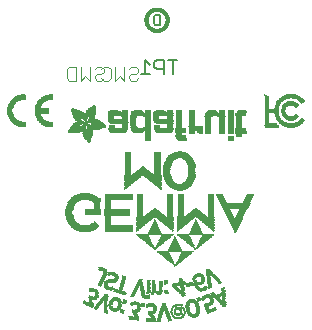
<source format=gbr>
G04 EAGLE Gerber RS-274X export*
G75*
%MOMM*%
%FSLAX34Y34*%
%LPD*%
%INSilkscreen Bottom*%
%IPPOS*%
%AMOC8*
5,1,8,0,0,1.08239X$1,22.5*%
G01*
%ADD10C,0.127000*%
%ADD11C,0.304800*%
%ADD12C,0.203200*%
%ADD13C,0.101600*%
%ADD14R,0.402150X0.021166*%
%ADD15R,0.613809X0.021166*%
%ADD16R,0.359819X0.021166*%
%ADD17R,0.042331X0.021166*%
%ADD18R,0.783138X0.021166*%
%ADD19R,0.486813X0.021166*%
%ADD20R,0.465647X0.021166*%
%ADD21R,0.063497X0.021166*%
%ADD22R,0.931297X0.021166*%
%ADD23R,0.550309X0.021166*%
%ADD24R,0.550312X0.021166*%
%ADD25R,0.084663X0.021166*%
%ADD26R,1.037125X0.021166*%
%ADD27R,0.613809X0.021169*%
%ADD28R,0.126994X0.021169*%
%ADD29R,1.164119X0.021169*%
%ADD30R,0.677306X0.021166*%
%ADD31R,0.656141X0.021166*%
%ADD32R,0.148159X0.021166*%
%ADD33R,1.248781X0.021166*%
%ADD34R,0.719638X0.021166*%
%ADD35R,0.190491X0.021166*%
%ADD36R,1.333447X0.021166*%
%ADD37R,0.761969X0.021166*%
%ADD38R,0.211659X0.021166*%
%ADD39R,1.418109X0.021166*%
%ADD40R,0.804300X0.021166*%
%ADD41R,0.232825X0.021166*%
%ADD42R,1.460441X0.021166*%
%ADD43R,0.846631X0.021166*%
%ADD44R,0.846634X0.021166*%
%ADD45R,0.275156X0.021166*%
%ADD46R,1.545103X0.021166*%
%ADD47R,0.888966X0.021166*%
%ADD48R,0.867797X0.021166*%
%ADD49R,0.296322X0.021166*%
%ADD50R,1.587434X0.021166*%
%ADD51R,0.910128X0.021166*%
%ADD52R,0.910131X0.021166*%
%ADD53R,1.672097X0.021166*%
%ADD54R,0.952463X0.021166*%
%ADD55R,1.714431X0.021166*%
%ADD56R,0.973628X0.021166*%
%ADD57R,1.756766X0.021166*%
%ADD58R,0.994797X0.021166*%
%ADD59R,0.825466X0.021166*%
%ADD60R,1.037128X0.021166*%
%ADD61R,1.015959X0.021166*%
%ADD62R,1.058291X0.021166*%
%ADD63R,0.656138X0.021166*%
%ADD64R,1.079456X0.021166*%
%ADD65R,1.058294X0.021166*%
%ADD66R,0.613806X0.021166*%
%ADD67R,1.100625X0.021166*%
%ADD68R,1.100622X0.021166*%
%ADD69R,0.571475X0.021166*%
%ADD70R,0.571478X0.021166*%
%ADD71R,1.121788X0.021166*%
%ADD72R,1.142956X0.021169*%
%ADD73R,0.296322X0.021169*%
%ADD74R,0.529147X0.021169*%
%ADD75R,0.529147X0.021166*%
%ADD76R,0.507984X0.021166*%
%ADD77R,0.783134X0.021166*%
%ADD78R,0.507981X0.021166*%
%ADD79R,0.465650X0.021166*%
%ADD80R,0.698469X0.021166*%
%ADD81R,0.698475X0.021166*%
%ADD82R,0.634972X0.021166*%
%ADD83R,0.444484X0.021166*%
%ADD84R,0.423316X0.021166*%
%ADD85R,0.423319X0.021166*%
%ADD86R,0.592644X0.021166*%
%ADD87R,0.359822X0.021166*%
%ADD88R,0.592641X0.021166*%
%ADD89R,0.317491X0.021166*%
%ADD90R,0.698472X0.021166*%
%ADD91R,0.275159X0.021166*%
%ADD92R,0.211663X0.021166*%
%ADD93R,0.867800X0.021166*%
%ADD94R,0.169331X0.021166*%
%ADD95R,0.148163X0.021166*%
%ADD96R,0.529150X0.021166*%
%ADD97R,0.994794X0.021166*%
%ADD98R,0.380981X0.021166*%
%ADD99R,0.507981X0.021169*%
%ADD100R,0.380984X0.021169*%
%ADD101R,1.079456X0.021169*%
%ADD102R,0.507978X0.021166*%
%ADD103R,0.380984X0.021166*%
%ADD104R,1.121784X0.021166*%
%ADD105R,0.486816X0.021166*%
%ADD106R,1.164119X0.021166*%
%ADD107R,1.206453X0.021166*%
%ADD108R,1.291113X0.021166*%
%ADD109R,0.105834X0.021166*%
%ADD110R,0.338653X0.021166*%
%ADD111R,0.529144X0.021166*%
%ADD112R,0.169325X0.021166*%
%ADD113R,0.465644X0.021166*%
%ADD114R,0.253991X0.021166*%
%ADD115R,0.444481X0.021166*%
%ADD116R,0.444478X0.021166*%
%ADD117R,0.338656X0.021166*%
%ADD118R,0.402153X0.021166*%
%ADD119R,0.211656X0.021166*%
%ADD120R,0.126994X0.021166*%
%ADD121R,0.444481X0.021169*%
%ADD122R,0.423313X0.021169*%
%ADD123R,0.338653X0.021169*%
%ADD124R,0.021166X0.021169*%
%ADD125R,0.317488X0.021166*%
%ADD126R,1.227616X0.021166*%
%ADD127R,0.423313X0.021166*%
%ADD128R,0.634975X0.021166*%
%ADD129R,1.142953X0.021166*%
%ADD130R,1.248778X0.021166*%
%ADD131R,0.740803X0.021166*%
%ADD132R,0.761972X0.021166*%
%ADD133R,0.656144X0.021166*%
%ADD134R,0.804303X0.021166*%
%ADD135R,0.740806X0.021166*%
%ADD136R,0.825469X0.021166*%
%ADD137R,0.783131X0.021166*%
%ADD138R,0.740800X0.021166*%
%ADD139R,0.888969X0.021166*%
%ADD140R,1.248778X0.021169*%
%ADD141R,0.825462X0.021169*%
%ADD142R,0.846634X0.021169*%
%ADD143R,0.931297X0.021169*%
%ADD144R,0.550312X0.021169*%
%ADD145R,0.867800X0.021169*%
%ADD146R,0.550309X0.021169*%
%ADD147R,0.529144X0.021169*%
%ADD148R,1.121788X0.021169*%
%ADD149R,0.888962X0.021166*%
%ADD150R,0.952459X0.021166*%
%ADD151R,0.973631X0.021166*%
%ADD152R,1.058288X0.021166*%
%ADD153R,0.910134X0.021166*%
%ADD154R,1.693266X0.021166*%
%ADD155R,1.121791X0.021166*%
%ADD156R,1.079459X0.021166*%
%ADD157R,1.672100X0.021166*%
%ADD158R,1.714428X0.021166*%
%ADD159R,1.672103X0.021166*%
%ADD160R,1.735594X0.021166*%
%ADD161R,0.021166X0.021166*%
%ADD162R,1.947256X0.021166*%
%ADD163R,0.105828X0.021166*%
%ADD164R,1.926091X0.021166*%
%ADD165R,1.735597X0.021166*%
%ADD166R,1.904928X0.021166*%
%ADD167R,0.253988X0.021166*%
%ADD168R,0.444484X0.021169*%
%ADD169R,0.465644X0.021169*%
%ADD170R,1.904928X0.021169*%
%ADD171R,0.677306X0.021169*%
%ADD172R,1.735597X0.021169*%
%ADD173R,1.714431X0.021169*%
%ADD174R,0.423319X0.021169*%
%ADD175R,0.317488X0.021169*%
%ADD176R,1.862594X0.021166*%
%ADD177R,1.820263X0.021166*%
%ADD178R,1.269947X0.021166*%
%ADD179R,1.227619X0.021166*%
%ADD180R,1.185288X0.021166*%
%ADD181R,1.164122X0.021166*%
%ADD182R,0.126997X0.021166*%
%ADD183R,0.232828X0.021166*%
%ADD184R,0.571475X0.021169*%
%ADD185R,0.571478X0.021169*%
%ADD186R,0.275156X0.021169*%
%ADD187R,0.719638X0.021169*%
%ADD188R,0.592644X0.021169*%
%ADD189R,0.402150X0.021169*%
%ADD190R,0.698472X0.021169*%
%ADD191R,0.253994X0.021169*%
%ADD192R,0.190494X0.021166*%
%ADD193R,0.677309X0.021166*%
%ADD194R,0.169328X0.021166*%
%ADD195R,0.550316X0.021166*%
%ADD196R,1.650934X0.021166*%
%ADD197R,0.761966X0.021166*%
%ADD198R,1.354609X0.021166*%
%ADD199R,1.629769X0.021166*%
%ADD200R,1.142956X0.021166*%
%ADD201R,2.116581X0.021166*%
%ADD202R,1.608603X0.021166*%
%ADD203R,2.201244X0.021166*%
%ADD204R,1.608606X0.021166*%
%ADD205R,1.587438X0.021166*%
%ADD206R,2.285909X0.021166*%
%ADD207R,1.566272X0.021166*%
%ADD208R,2.349403X0.021166*%
%ADD209R,1.545106X0.021166*%
%ADD210R,1.502775X0.021166*%
%ADD211R,1.502772X0.021166*%
%ADD212R,0.952466X0.021166*%
%ADD213R,1.015959X0.021169*%
%ADD214R,0.994797X0.021169*%
%ADD215R,1.206453X0.021169*%
%ADD216R,0.529150X0.021169*%
%ADD217R,0.592641X0.021169*%
%ADD218R,0.973628X0.021169*%
%ADD219R,0.804300X0.021169*%
%ADD220R,0.825472X0.021166*%
%ADD221R,1.799094X0.021166*%
%ADD222R,1.037122X0.021166*%
%ADD223R,1.608600X0.021166*%
%ADD224R,1.841428X0.021166*%
%ADD225R,1.481606X0.021166*%
%ADD226R,0.677303X0.021166*%
%ADD227R,1.608597X0.021166*%
%ADD228R,0.232822X0.021166*%
%ADD229R,0.275153X0.021166*%
%ADD230R,1.566266X0.021166*%
%ADD231R,0.719641X0.021166*%
%ADD232R,1.545100X0.021166*%
%ADD233R,1.523938X0.021166*%
%ADD234R,1.206456X0.021166*%
%ADD235R,1.269947X0.021169*%
%ADD236R,1.418109X0.021169*%
%ADD237R,0.656141X0.021169*%
%ADD238R,1.206456X0.021169*%
%ADD239R,1.312281X0.021166*%
%ADD240R,1.354612X0.021166*%
%ADD241R,1.269950X0.021166*%
%ADD242R,0.931294X0.021166*%
%ADD243R,1.206450X0.021166*%
%ADD244R,1.396944X0.021166*%
%ADD245R,1.079453X0.021166*%
%ADD246R,1.693263X0.021166*%
%ADD247R,0.402147X0.021166*%
%ADD248R,2.010753X0.021166*%
%ADD249R,0.634978X0.021166*%
%ADD250R,2.031919X0.021166*%
%ADD251R,1.566275X0.021166*%
%ADD252R,0.613812X0.021166*%
%ADD253R,2.053088X0.021166*%
%ADD254R,1.650931X0.021166*%
%ADD255R,1.545109X0.021166*%
%ADD256R,1.523941X0.021166*%
%ADD257R,1.481609X0.021166*%
%ADD258R,1.100622X0.021169*%
%ADD259R,0.910131X0.021169*%
%ADD260R,1.460444X0.021169*%
%ADD261R,0.952463X0.021169*%
%ADD262R,1.460441X0.021169*%
%ADD263R,0.931294X0.021169*%
%ADD264R,1.418113X0.021166*%
%ADD265R,1.375775X0.021166*%
%ADD266R,1.291116X0.021166*%
%ADD267R,1.312278X0.021166*%
%ADD268R,0.529141X0.021166*%
%ADD269R,0.486819X0.021166*%
%ADD270R,0.465650X0.021169*%
%ADD271R,0.994791X0.021166*%
%ADD272R,1.248784X0.021166*%
%ADD273R,1.333450X0.021166*%
%ADD274R,1.566269X0.021166*%
%ADD275R,1.777928X0.021166*%
%ADD276R,1.904925X0.021166*%
%ADD277R,1.926094X0.021166*%
%ADD278R,1.968425X0.021166*%
%ADD279R,2.053084X0.021166*%
%ADD280R,2.074250X0.021166*%
%ADD281R,0.740803X0.021169*%
%ADD282R,0.634975X0.021169*%
%ADD283R,0.613806X0.021169*%
%ADD284R,0.105831X0.021166*%
%ADD285R,0.592647X0.021166*%
%ADD286R,0.592647X0.021169*%
%ADD287R,1.185284X0.021166*%
%ADD288R,1.333444X0.021166*%
%ADD289R,1.841425X0.021166*%
%ADD290R,1.883756X0.021166*%
%ADD291R,1.523934X0.021166*%
%ADD292R,1.481606X0.021169*%
%ADD293R,1.502769X0.021169*%
%ADD294R,1.481603X0.021166*%
%ADD295R,1.439275X0.021166*%
%ADD296R,1.460438X0.021166*%
%ADD297R,1.418106X0.021166*%
%ADD298R,1.439272X0.021166*%
%ADD299R,1.396941X0.021166*%
%ADD300R,1.227612X0.021166*%
%ADD301R,1.100619X0.021169*%
%ADD302R,0.656144X0.021169*%
%ADD303R,1.015956X0.021166*%
%ADD304R,0.804297X0.021166*%
%ADD305R,0.719634X0.021166*%
%ADD306R,0.677303X0.021169*%
%ADD307R,0.825466X0.021169*%
%ADD308R,0.846631X0.021169*%
%ADD309R,1.989591X0.021166*%
%ADD310R,0.507975X0.021166*%
%ADD311R,0.486809X0.021166*%
%ADD312R,1.883759X0.021166*%
%ADD313R,1.756763X0.021166*%
%ADD314R,0.359816X0.021166*%
%ADD315R,0.338650X0.021166*%
%ADD316R,0.232825X0.021169*%
%ADD317R,0.253988X0.021169*%
%ADD318R,1.502772X0.021169*%
%ADD319R,0.211653X0.021166*%
%ADD320R,1.375781X0.021166*%
%ADD321R,0.169322X0.021166*%
%ADD322R,1.312284X0.021166*%
%ADD323R,0.148156X0.021166*%
%ADD324R,0.126991X0.021166*%
%ADD325R,0.105825X0.021166*%
%ADD326R,0.063494X0.021166*%
%ADD327R,0.973625X0.021166*%
%ADD328R,0.042328X0.021166*%
%ADD329R,2.370572X0.021166*%
%ADD330R,1.693269X0.021169*%
%ADD331R,2.370572X0.021169*%
%ADD332R,2.180078X0.021166*%
%ADD333R,2.243578X0.021166*%
%ADD334R,2.285906X0.021166*%
%ADD335R,2.349409X0.021166*%
%ADD336R,2.391741X0.021166*%
%ADD337R,2.434069X0.021166*%
%ADD338R,2.476400X0.021166*%
%ADD339R,2.539894X0.021166*%
%ADD340R,2.561063X0.021166*%
%ADD341R,1.142953X0.021169*%
%ADD342R,1.185281X0.021169*%
%ADD343R,0.592638X0.021169*%
%ADD344R,0.592638X0.021166*%
%ADD345R,0.825462X0.021166*%
%ADD346R,2.518731X0.021166*%
%ADD347R,2.497566X0.021166*%
%ADD348R,2.476400X0.021169*%
%ADD349R,2.455231X0.021166*%
%ADD350R,2.434066X0.021166*%
%ADD351R,2.412903X0.021166*%
%ADD352R,2.391738X0.021166*%
%ADD353R,2.349406X0.021166*%
%ADD354R,2.328241X0.021166*%
%ADD355R,2.307075X0.021166*%
%ADD356R,2.264744X0.021166*%
%ADD357R,2.222412X0.021166*%
%ADD358R,2.201247X0.021166*%
%ADD359R,2.180081X0.021166*%
%ADD360R,2.158916X0.021166*%
%ADD361R,2.137750X0.021169*%
%ADD362R,2.116584X0.021166*%
%ADD363R,2.095416X0.021166*%
%ADD364R,0.084666X0.021166*%
%ADD365R,2.137747X0.021166*%
%ADD366R,1.375775X0.021169*%
%ADD367R,2.137747X0.021169*%
%ADD368R,0.783138X0.021169*%
%ADD369R,1.227622X0.021166*%
%ADD370R,1.375778X0.021166*%
%ADD371R,1.439278X0.021166*%
%ADD372R,1.650931X0.021169*%
%ADD373R,1.756759X0.021166*%
%ADD374R,1.777931X0.021166*%
%ADD375R,1.820259X0.021166*%
%ADD376R,1.862591X0.021166*%
%ADD377R,0.634972X0.021169*%
%ADD378R,1.248781X0.021169*%
%ADD379R,1.248784X0.021169*%
%ADD380R,0.042334X0.021166*%
%ADD381R,0.021169X0.021166*%
%ADD382R,0.063500X0.021166*%
%ADD383R,1.015963X0.021166*%
%ADD384R,0.190497X0.021166*%
%ADD385R,0.783134X0.021169*%
%ADD386R,0.359819X0.021169*%
%ADD387R,0.825469X0.021169*%
%ADD388R,2.328244X0.021166*%
%ADD389R,2.201244X0.021169*%
%ADD390R,2.349406X0.021169*%
%ADD391R,0.402147X0.021169*%
%ADD392R,0.402153X0.021169*%
%ADD393R,2.158913X0.021166*%
%ADD394R,2.074253X0.021166*%
%ADD395R,2.031922X0.021166*%
%ADD396R,0.380988X0.021166*%
%ADD397R,1.968422X0.021166*%
%ADD398R,0.994794X0.021169*%
%ADD399R,0.105825X0.021169*%
%ADD400R,1.100619X0.021166*%
%ADD401R,3.111375X0.021166*%
%ADD402R,0.931300X0.021166*%
%ADD403R,0.931300X0.021169*%
%ADD404R,0.656138X0.021169*%
%ADD405R,0.550306X0.021166*%
%ADD406R,0.465653X0.021166*%
%ADD407R,0.444488X0.021166*%
%ADD408R,0.634978X0.021169*%
%ADD409R,0.380988X0.021169*%
%ADD410R,0.148159X0.021169*%
%ADD411R,0.169325X0.021169*%
%ADD412R,0.190491X0.021169*%
%ADD413R,0.423316X0.021169*%
%ADD414R,0.296319X0.021166*%
%ADD415R,0.317484X0.021166*%
%ADD416R,0.042331X0.021169*%
%ADD417R,0.275153X0.021169*%
%ADD418R,0.359816X0.021169*%
%ADD419R,0.296325X0.021166*%
%ADD420R,0.317491X0.021169*%
%ADD421R,0.867797X0.021169*%
%ADD422R,0.253991X0.021169*%
%ADD423R,0.253994X0.021166*%
%ADD424R,1.756763X0.021169*%
%ADD425R,0.761972X0.021169*%
%ADD426R,0.296325X0.021169*%
%ADD427R,0.190494X0.021169*%
%ADD428R,0.253984X0.021166*%
%ADD429R,0.084659X0.021166*%
%ADD430R,0.888962X0.021169*%
%ADD431R,0.317484X0.021169*%
%ADD432R,0.232822X0.021169*%
%ADD433R,0.338656X0.021169*%
%ADD434R,0.169328X0.021169*%
%ADD435R,0.232819X0.021166*%
%ADD436R,0.486813X0.021169*%
%ADD437R,0.359822X0.021169*%
%ADD438R,0.021163X0.021169*%
%ADD439R,0.148156X0.021169*%
%ADD440R,0.190488X0.021166*%
%ADD441R,0.211659X0.021169*%
%ADD442R,0.888966X0.021169*%


D10*
X13332Y74295D02*
X13332Y85735D01*
X17145Y85735D02*
X9519Y85735D01*
X5451Y85735D02*
X5451Y74295D01*
X5451Y85735D02*
X-269Y85735D01*
X-2175Y83828D01*
X-2175Y80015D01*
X-269Y78108D01*
X5451Y78108D01*
X-6243Y81922D02*
X-10056Y85735D01*
X-10056Y74295D01*
X-6243Y74295D02*
X-13869Y74295D01*
D11*
X-8980Y119380D02*
X-8977Y119600D01*
X-8969Y119821D01*
X-8956Y120041D01*
X-8937Y120260D01*
X-8912Y120479D01*
X-8883Y120698D01*
X-8848Y120915D01*
X-8807Y121132D01*
X-8762Y121348D01*
X-8711Y121562D01*
X-8655Y121775D01*
X-8593Y121987D01*
X-8527Y122197D01*
X-8455Y122405D01*
X-8378Y122612D01*
X-8296Y122816D01*
X-8210Y123019D01*
X-8118Y123219D01*
X-8021Y123418D01*
X-7920Y123613D01*
X-7813Y123806D01*
X-7702Y123997D01*
X-7587Y124184D01*
X-7467Y124369D01*
X-7342Y124551D01*
X-7213Y124729D01*
X-7079Y124905D01*
X-6942Y125077D01*
X-6800Y125245D01*
X-6654Y125411D01*
X-6504Y125572D01*
X-6350Y125730D01*
X-6192Y125884D01*
X-6031Y126034D01*
X-5865Y126180D01*
X-5697Y126322D01*
X-5525Y126459D01*
X-5349Y126593D01*
X-5171Y126722D01*
X-4989Y126847D01*
X-4804Y126967D01*
X-4617Y127082D01*
X-4426Y127193D01*
X-4233Y127300D01*
X-4038Y127401D01*
X-3839Y127498D01*
X-3639Y127590D01*
X-3436Y127676D01*
X-3232Y127758D01*
X-3025Y127835D01*
X-2817Y127907D01*
X-2607Y127973D01*
X-2395Y128035D01*
X-2182Y128091D01*
X-1968Y128142D01*
X-1752Y128187D01*
X-1535Y128228D01*
X-1318Y128263D01*
X-1099Y128292D01*
X-880Y128317D01*
X-661Y128336D01*
X-441Y128349D01*
X-220Y128357D01*
X0Y128360D01*
X220Y128357D01*
X441Y128349D01*
X661Y128336D01*
X880Y128317D01*
X1099Y128292D01*
X1318Y128263D01*
X1535Y128228D01*
X1752Y128187D01*
X1968Y128142D01*
X2182Y128091D01*
X2395Y128035D01*
X2607Y127973D01*
X2817Y127907D01*
X3025Y127835D01*
X3232Y127758D01*
X3436Y127676D01*
X3639Y127590D01*
X3839Y127498D01*
X4038Y127401D01*
X4233Y127300D01*
X4426Y127193D01*
X4617Y127082D01*
X4804Y126967D01*
X4989Y126847D01*
X5171Y126722D01*
X5349Y126593D01*
X5525Y126459D01*
X5697Y126322D01*
X5865Y126180D01*
X6031Y126034D01*
X6192Y125884D01*
X6350Y125730D01*
X6504Y125572D01*
X6654Y125411D01*
X6800Y125245D01*
X6942Y125077D01*
X7079Y124905D01*
X7213Y124729D01*
X7342Y124551D01*
X7467Y124369D01*
X7587Y124184D01*
X7702Y123997D01*
X7813Y123806D01*
X7920Y123613D01*
X8021Y123418D01*
X8118Y123219D01*
X8210Y123019D01*
X8296Y122816D01*
X8378Y122612D01*
X8455Y122405D01*
X8527Y122197D01*
X8593Y121987D01*
X8655Y121775D01*
X8711Y121562D01*
X8762Y121348D01*
X8807Y121132D01*
X8848Y120915D01*
X8883Y120698D01*
X8912Y120479D01*
X8937Y120260D01*
X8956Y120041D01*
X8969Y119821D01*
X8977Y119600D01*
X8980Y119380D01*
X8977Y119160D01*
X8969Y118939D01*
X8956Y118719D01*
X8937Y118500D01*
X8912Y118281D01*
X8883Y118062D01*
X8848Y117845D01*
X8807Y117628D01*
X8762Y117412D01*
X8711Y117198D01*
X8655Y116985D01*
X8593Y116773D01*
X8527Y116563D01*
X8455Y116355D01*
X8378Y116148D01*
X8296Y115944D01*
X8210Y115741D01*
X8118Y115541D01*
X8021Y115342D01*
X7920Y115147D01*
X7813Y114954D01*
X7702Y114763D01*
X7587Y114576D01*
X7467Y114391D01*
X7342Y114209D01*
X7213Y114031D01*
X7079Y113855D01*
X6942Y113683D01*
X6800Y113515D01*
X6654Y113349D01*
X6504Y113188D01*
X6350Y113030D01*
X6192Y112876D01*
X6031Y112726D01*
X5865Y112580D01*
X5697Y112438D01*
X5525Y112301D01*
X5349Y112167D01*
X5171Y112038D01*
X4989Y111913D01*
X4804Y111793D01*
X4617Y111678D01*
X4426Y111567D01*
X4233Y111460D01*
X4038Y111359D01*
X3839Y111262D01*
X3639Y111170D01*
X3436Y111084D01*
X3232Y111002D01*
X3025Y110925D01*
X2817Y110853D01*
X2607Y110787D01*
X2395Y110725D01*
X2182Y110669D01*
X1968Y110618D01*
X1752Y110573D01*
X1535Y110532D01*
X1318Y110497D01*
X1099Y110468D01*
X880Y110443D01*
X661Y110424D01*
X441Y110411D01*
X220Y110403D01*
X0Y110400D01*
X-220Y110403D01*
X-441Y110411D01*
X-661Y110424D01*
X-880Y110443D01*
X-1099Y110468D01*
X-1318Y110497D01*
X-1535Y110532D01*
X-1752Y110573D01*
X-1968Y110618D01*
X-2182Y110669D01*
X-2395Y110725D01*
X-2607Y110787D01*
X-2817Y110853D01*
X-3025Y110925D01*
X-3232Y111002D01*
X-3436Y111084D01*
X-3639Y111170D01*
X-3839Y111262D01*
X-4038Y111359D01*
X-4233Y111460D01*
X-4426Y111567D01*
X-4617Y111678D01*
X-4804Y111793D01*
X-4989Y111913D01*
X-5171Y112038D01*
X-5349Y112167D01*
X-5525Y112301D01*
X-5697Y112438D01*
X-5865Y112580D01*
X-6031Y112726D01*
X-6192Y112876D01*
X-6350Y113030D01*
X-6504Y113188D01*
X-6654Y113349D01*
X-6800Y113515D01*
X-6942Y113683D01*
X-7079Y113855D01*
X-7213Y114031D01*
X-7342Y114209D01*
X-7467Y114391D01*
X-7587Y114576D01*
X-7702Y114763D01*
X-7813Y114954D01*
X-7920Y115147D01*
X-8021Y115342D01*
X-8118Y115541D01*
X-8210Y115741D01*
X-8296Y115944D01*
X-8378Y116148D01*
X-8455Y116355D01*
X-8527Y116563D01*
X-8593Y116773D01*
X-8655Y116985D01*
X-8711Y117198D01*
X-8762Y117412D01*
X-8807Y117628D01*
X-8848Y117845D01*
X-8883Y118062D01*
X-8912Y118281D01*
X-8937Y118500D01*
X-8956Y118719D01*
X-8969Y118939D01*
X-8977Y119160D01*
X-8980Y119380D01*
D12*
X2540Y115316D02*
X2540Y123451D01*
X2540Y115316D02*
X-1527Y115316D01*
X-2883Y116672D01*
X-2883Y122095D01*
X-1527Y123451D01*
X2540Y123451D01*
D13*
X-21755Y79852D02*
X-23704Y77903D01*
X-21755Y79852D02*
X-17857Y79852D01*
X-15908Y77903D01*
X-15908Y75954D01*
X-17857Y74005D01*
X-21755Y74005D01*
X-23704Y72056D01*
X-23704Y70107D01*
X-21755Y68158D01*
X-17857Y68158D01*
X-15908Y70107D01*
X-27602Y68158D02*
X-27602Y79852D01*
X-31500Y72056D02*
X-27602Y68158D01*
X-31500Y72056D02*
X-35398Y68158D01*
X-35398Y79852D01*
X-45143Y79852D02*
X-47092Y77903D01*
X-45143Y79852D02*
X-41245Y79852D01*
X-39296Y77903D01*
X-39296Y70107D01*
X-41245Y68158D01*
X-45143Y68158D01*
X-47092Y70107D01*
X-52914Y77903D02*
X-50965Y79852D01*
X-47067Y79852D01*
X-45118Y77903D01*
X-45118Y75954D01*
X-47067Y74005D01*
X-50965Y74005D01*
X-52914Y72056D01*
X-52914Y70107D01*
X-50965Y68158D01*
X-47067Y68158D01*
X-45118Y70107D01*
X-56812Y68158D02*
X-56812Y79852D01*
X-60710Y72056D02*
X-56812Y68158D01*
X-60710Y72056D02*
X-64608Y68158D01*
X-64608Y79852D01*
X-68506Y79852D02*
X-68506Y68158D01*
X-74353Y68158D01*
X-76302Y70107D01*
X-76302Y77903D01*
X-74353Y79852D01*
X-68506Y79852D01*
D14*
X113443Y56306D03*
D15*
X113443Y56095D03*
D16*
X-113243Y55883D03*
X-89960Y55883D03*
D17*
X91537Y55883D03*
D18*
X113443Y55883D03*
D19*
X-113878Y55671D03*
D20*
X-90489Y55671D03*
D21*
X91642Y55671D03*
D22*
X113549Y55671D03*
D23*
X-114195Y55460D03*
D24*
X-90913Y55460D03*
D25*
X91748Y55460D03*
D26*
X113443Y55460D03*
D27*
X-114513Y55248D03*
X-91230Y55248D03*
D28*
X91960Y55248D03*
D29*
X113443Y55248D03*
D30*
X-114830Y55036D03*
D31*
X-91442Y55036D03*
D32*
X92066Y55036D03*
D33*
X113443Y55036D03*
D34*
X-115042Y54825D03*
X-91759Y54825D03*
D35*
X92277Y54825D03*
D36*
X113443Y54825D03*
D37*
X-115253Y54613D03*
X-91971Y54613D03*
D38*
X92383Y54613D03*
D39*
X113443Y54613D03*
D40*
X-115465Y54402D03*
X-92183Y54402D03*
D41*
X92489Y54402D03*
D42*
X113443Y54402D03*
D43*
X-115677Y54190D03*
D44*
X-92394Y54190D03*
D45*
X92701Y54190D03*
D46*
X113443Y54190D03*
D47*
X-115888Y53978D03*
D48*
X-92500Y53978D03*
D49*
X92807Y53978D03*
D50*
X113443Y53978D03*
D51*
X-115994Y53767D03*
D52*
X-92712Y53767D03*
D49*
X92807Y53767D03*
D53*
X113443Y53767D03*
D54*
X-116206Y53555D03*
D22*
X-92818Y53555D03*
D49*
X92807Y53555D03*
D55*
X113443Y53555D03*
D56*
X-116312Y53343D03*
X-93029Y53343D03*
D49*
X92807Y53343D03*
D57*
X113443Y53343D03*
D58*
X-116418Y53132D03*
X-93135Y53132D03*
D49*
X92807Y53132D03*
D59*
X108363Y53132D03*
X118523Y53132D03*
D60*
X-116629Y52920D03*
D61*
X-93241Y52920D03*
D49*
X92807Y52920D03*
D34*
X107623Y52920D03*
X119264Y52920D03*
D62*
X-116735Y52708D03*
D26*
X-93347Y52708D03*
D49*
X92807Y52708D03*
D63*
X107093Y52708D03*
D31*
X119793Y52708D03*
D64*
X-116841Y52497D03*
D65*
X-93453Y52497D03*
D49*
X92807Y52497D03*
D66*
X106670Y52497D03*
X120216Y52497D03*
D67*
X-116947Y52285D03*
D68*
X-93664Y52285D03*
D49*
X92807Y52285D03*
D69*
X106247Y52285D03*
D70*
X120640Y52285D03*
D71*
X-117053Y52073D03*
X-93770Y52073D03*
D49*
X92807Y52073D03*
D23*
X105929Y52073D03*
D24*
X120957Y52073D03*
D72*
X-117158Y51862D03*
X-93876Y51862D03*
D73*
X92807Y51862D03*
D74*
X105612Y51862D03*
X121275Y51862D03*
D43*
X-118852Y51650D03*
X-95569Y51650D03*
D49*
X92807Y51650D03*
D75*
X105400Y51650D03*
D76*
X121592Y51650D03*
D77*
X-119381Y51438D03*
D37*
X-95993Y51438D03*
D49*
X92807Y51438D03*
D78*
X105083Y51438D03*
X121804Y51438D03*
D34*
X-119910Y51227D03*
X-96416Y51227D03*
D49*
X92807Y51227D03*
D79*
X104871Y51227D03*
X122015Y51227D03*
D80*
X-120227Y51015D03*
D81*
X-96733Y51015D03*
D49*
X92807Y51015D03*
D79*
X104659Y51015D03*
X122227Y51015D03*
D31*
X-120439Y50803D03*
X-97157Y50803D03*
D49*
X92807Y50803D03*
D79*
X104448Y50803D03*
D20*
X122439Y50803D03*
D82*
X-120757Y50592D03*
D31*
X-97368Y50592D03*
D49*
X92807Y50592D03*
D79*
X104236Y50592D03*
D83*
X122756Y50592D03*
D15*
X-121074Y50380D03*
D66*
X-97580Y50380D03*
D49*
X92807Y50380D03*
D84*
X104024Y50380D03*
D45*
X113443Y50380D03*
D85*
X122862Y50380D03*
D15*
X-121286Y50168D03*
D86*
X-97898Y50168D03*
D49*
X92807Y50168D03*
D85*
X103813Y50168D03*
D20*
X113549Y50168D03*
D87*
X122756Y50168D03*
D70*
X-121497Y49957D03*
D88*
X-98109Y49957D03*
D49*
X92807Y49957D03*
D84*
X103601Y49957D03*
D88*
X113549Y49957D03*
D89*
X122756Y49957D03*
D69*
X-121709Y49745D03*
D70*
X-98215Y49745D03*
D49*
X92807Y49745D03*
D14*
X103495Y49745D03*
D90*
X113443Y49745D03*
D91*
X122756Y49745D03*
D70*
X-121921Y49533D03*
D24*
X-98532Y49533D03*
D49*
X92807Y49533D03*
D14*
X103284Y49533D03*
D18*
X113443Y49533D03*
D92*
X122650Y49533D03*
D23*
X-122027Y49322D03*
D24*
X-98744Y49322D03*
D49*
X92807Y49322D03*
D84*
X103178Y49322D03*
D93*
X113443Y49322D03*
D94*
X122650Y49322D03*
D24*
X-122238Y49110D03*
D75*
X-98850Y49110D03*
D49*
X92807Y49110D03*
D14*
X103072Y49110D03*
D52*
X113443Y49110D03*
D95*
X122545Y49110D03*
D75*
X-122344Y48898D03*
D96*
X-99062Y48898D03*
D49*
X92807Y48898D03*
D14*
X102860Y48898D03*
D97*
X113443Y48898D03*
D25*
X122439Y48898D03*
D75*
X-122556Y48687D03*
D78*
X-99167Y48687D03*
D49*
X92807Y48687D03*
D98*
X102754Y48687D03*
D26*
X113443Y48687D03*
D17*
X122439Y48687D03*
D99*
X-122662Y48475D03*
X-99379Y48475D03*
D73*
X92807Y48475D03*
D100*
X102543Y48475D03*
D101*
X113443Y48475D03*
D102*
X-122873Y48263D03*
D19*
X-99485Y48263D03*
D49*
X92807Y48263D03*
D103*
X102543Y48263D03*
D104*
X113443Y48263D03*
D105*
X-122979Y48052D03*
D102*
X-99591Y48052D03*
D49*
X92807Y48052D03*
D103*
X102331Y48052D03*
D106*
X113443Y48052D03*
D19*
X-123191Y47840D03*
X-99697Y47840D03*
D49*
X92807Y47840D03*
D103*
X102331Y47840D03*
D107*
X113443Y47840D03*
D19*
X-123191Y47628D03*
D105*
X-99908Y47628D03*
D49*
X92807Y47628D03*
D16*
X102225Y47628D03*
D33*
X113443Y47628D03*
D19*
X-123402Y47417D03*
D105*
X-99908Y47417D03*
D49*
X92807Y47417D03*
D16*
X102014Y47417D03*
D108*
X113443Y47417D03*
D20*
X-123508Y47205D03*
D79*
X-100014Y47205D03*
D49*
X92807Y47205D03*
D16*
X102014Y47205D03*
D66*
X109845Y47205D03*
D15*
X117041Y47205D03*
D20*
X-123508Y46993D03*
X-100226Y46993D03*
D109*
X-53132Y46993D03*
D49*
X92807Y46993D03*
D110*
X101908Y46993D03*
D111*
X109422Y46993D03*
D75*
X117465Y46993D03*
D20*
X-123720Y46782D03*
X-100226Y46782D03*
D112*
X-53026Y46782D03*
D49*
X92807Y46782D03*
D16*
X101802Y46782D03*
D19*
X108998Y46782D03*
D79*
X117782Y46782D03*
D20*
X-123720Y46570D03*
D113*
X-100437Y46570D03*
D41*
X-53132Y46570D03*
D49*
X92807Y46570D03*
D110*
X101696Y46570D03*
D79*
X108681Y46570D03*
D103*
X117782Y46570D03*
D83*
X-123826Y46359D03*
D113*
X-100437Y46359D03*
D114*
X-53238Y46359D03*
D49*
X92807Y46359D03*
D110*
X101696Y46359D03*
D83*
X108575Y46359D03*
D110*
X117782Y46359D03*
D20*
X-123931Y46147D03*
D115*
X-100543Y46147D03*
D89*
X-53343Y46147D03*
D49*
X92807Y46147D03*
D16*
X101590Y46147D03*
D84*
X108258Y46147D03*
D45*
X117888Y46147D03*
D116*
X-124037Y45935D03*
D115*
X-100543Y45935D03*
D117*
X-53449Y45935D03*
D49*
X92807Y45935D03*
D110*
X101485Y45935D03*
D118*
X108152Y45935D03*
D119*
X117782Y45935D03*
D116*
X-124037Y45724D03*
D115*
X-100755Y45724D03*
D16*
X-53555Y45724D03*
D49*
X92807Y45724D03*
D110*
X101485Y45724D03*
D118*
X107940Y45724D03*
D112*
X117782Y45724D03*
D116*
X-124037Y45512D03*
D115*
X-100755Y45512D03*
D14*
X-53767Y45512D03*
D49*
X92807Y45512D03*
D110*
X101485Y45512D03*
D103*
X107834Y45512D03*
D120*
X117782Y45512D03*
D115*
X-124249Y45300D03*
X-100755Y45300D03*
D84*
X-53873Y45300D03*
D49*
X92807Y45300D03*
D110*
X101273Y45300D03*
D103*
X107623Y45300D03*
D21*
X117676Y45300D03*
D121*
X-124249Y45089D03*
D122*
X-100861Y45089D03*
D121*
X-53978Y45089D03*
D73*
X92807Y45089D03*
D123*
X101273Y45089D03*
D100*
X107623Y45089D03*
D124*
X117676Y45089D03*
D115*
X-124249Y44877D03*
X-100967Y44877D03*
D105*
X-54190Y44877D03*
D49*
X92807Y44877D03*
D110*
X101273Y44877D03*
D16*
X107517Y44877D03*
D84*
X-124355Y44665D03*
D115*
X-100967Y44665D03*
D78*
X-54296Y44665D03*
D49*
X92807Y44665D03*
D125*
X101167Y44665D03*
D16*
X107305Y44665D03*
D84*
X-124355Y44454D03*
D126*
X-97051Y44454D03*
D24*
X-54508Y44454D03*
D49*
X92807Y44454D03*
D125*
X101167Y44454D03*
D16*
X107305Y44454D03*
D115*
X-124461Y44242D03*
D126*
X-97051Y44242D03*
D70*
X-54613Y44242D03*
D49*
X92807Y44242D03*
D110*
X101061Y44242D03*
X107199Y44242D03*
D115*
X-124461Y44030D03*
D126*
X-97051Y44030D03*
D32*
X-71123Y44030D03*
D86*
X-54719Y44030D03*
D49*
X92807Y44030D03*
D110*
X101061Y44030D03*
X107199Y44030D03*
D127*
X-124566Y43819D03*
D126*
X-97051Y43819D03*
D41*
X-70911Y43819D03*
D128*
X-54931Y43819D03*
D129*
X97040Y43819D03*
D110*
X107199Y43819D03*
D127*
X-124566Y43607D03*
D126*
X-97051Y43607D03*
D89*
X-70699Y43607D03*
D31*
X-55037Y43607D03*
D129*
X97040Y43607D03*
D110*
X106988Y43607D03*
D127*
X-124566Y43395D03*
D126*
X-97051Y43395D03*
D118*
X-70488Y43395D03*
D30*
X-55143Y43395D03*
D71*
X96934Y43395D03*
D110*
X106988Y43395D03*
D127*
X-124566Y43184D03*
D126*
X-97051Y43184D03*
D20*
X-70170Y43184D03*
D34*
X-55354Y43184D03*
D71*
X96934Y43184D03*
D110*
X106988Y43184D03*
D127*
X-124566Y42972D03*
D130*
X-97157Y42972D03*
D75*
X-69853Y42972D03*
D131*
X-55460Y42972D03*
D71*
X96934Y42972D03*
D110*
X106988Y42972D03*
D127*
X-124566Y42760D03*
D130*
X-97157Y42760D03*
D86*
X-69535Y42760D03*
D132*
X-55566Y42760D03*
D71*
X96934Y42760D03*
D125*
X106882Y42760D03*
D127*
X-124566Y42549D03*
D130*
X-97157Y42549D03*
D133*
X-69218Y42549D03*
D77*
X-55672Y42549D03*
D86*
X-36093Y42549D03*
D24*
X-27204Y42549D03*
D78*
X-16409Y42549D03*
D23*
X-7731Y42549D03*
D70*
X2323Y42549D03*
D111*
X11212Y42549D03*
D23*
X18515Y42549D03*
D24*
X29521Y42549D03*
D79*
X46242Y42549D03*
D24*
X54920Y42549D03*
D111*
X62222Y42549D03*
D83*
X71323Y42549D03*
D71*
X96934Y42549D03*
D125*
X106882Y42549D03*
D127*
X-124566Y42337D03*
D130*
X-97157Y42337D03*
D34*
X-68689Y42337D03*
D134*
X-55778Y42337D03*
D135*
X-36199Y42337D03*
D24*
X-27204Y42337D03*
D63*
X-16515Y42337D03*
D23*
X-7731Y42337D03*
D90*
X2323Y42337D03*
D111*
X11212Y42337D03*
D23*
X18515Y42337D03*
D24*
X29521Y42337D03*
D128*
X46242Y42337D03*
D24*
X54920Y42337D03*
D111*
X62222Y42337D03*
D15*
X71535Y42337D03*
D71*
X96934Y42337D03*
D125*
X106882Y42337D03*
D127*
X-124566Y42125D03*
D130*
X-97157Y42125D03*
D132*
X-68477Y42125D03*
D136*
X-55883Y42125D03*
D134*
X-36093Y42125D03*
D24*
X-27204Y42125D03*
D132*
X-16621Y42125D03*
D23*
X-7731Y42125D03*
D137*
X2323Y42125D03*
D111*
X11212Y42125D03*
D23*
X18515Y42125D03*
D24*
X29521Y42125D03*
D138*
X46136Y42125D03*
D24*
X54920Y42125D03*
D111*
X62222Y42125D03*
D131*
X71747Y42125D03*
D71*
X96934Y42125D03*
D125*
X106882Y42125D03*
D127*
X-124566Y41914D03*
D130*
X-97157Y41914D03*
D136*
X-68160Y41914D03*
X-55883Y41914D03*
D139*
X-36093Y41914D03*
D24*
X-27204Y41914D03*
D40*
X-16621Y41914D03*
D23*
X-7731Y41914D03*
D48*
X2323Y41914D03*
D111*
X11212Y41914D03*
D23*
X18515Y41914D03*
D24*
X29521Y41914D03*
D136*
X46136Y41914D03*
D24*
X54920Y41914D03*
D111*
X62222Y41914D03*
D136*
X71958Y41914D03*
D71*
X96934Y41914D03*
D125*
X106882Y41914D03*
D122*
X-124566Y41702D03*
D140*
X-97157Y41702D03*
D141*
X-67948Y41702D03*
D142*
X-55989Y41702D03*
D143*
X-36093Y41702D03*
D144*
X-27204Y41702D03*
D145*
X-16515Y41702D03*
D146*
X-7731Y41702D03*
D143*
X2428Y41702D03*
D147*
X11212Y41702D03*
D146*
X18515Y41702D03*
D144*
X29521Y41702D03*
D145*
X46136Y41702D03*
D144*
X54920Y41702D03*
D147*
X62222Y41702D03*
D142*
X71852Y41702D03*
D148*
X96934Y41702D03*
D123*
X106988Y41702D03*
D127*
X-124566Y41490D03*
D130*
X-97157Y41490D03*
D48*
X-67736Y41490D03*
D93*
X-56095Y41490D03*
D97*
X-35987Y41490D03*
D24*
X-27204Y41490D03*
D22*
X-16621Y41490D03*
D23*
X-7731Y41490D03*
D56*
X2428Y41490D03*
D111*
X11212Y41490D03*
D23*
X18515Y41490D03*
D24*
X29521Y41490D03*
D52*
X46136Y41490D03*
D24*
X54920Y41490D03*
D111*
X62222Y41490D03*
D93*
X71747Y41490D03*
D71*
X96934Y41490D03*
D110*
X106988Y41490D03*
D127*
X-124566Y41279D03*
D126*
X-97051Y41279D03*
D149*
X-67630Y41279D03*
D93*
X-56095Y41279D03*
D61*
X-35882Y41279D03*
D24*
X-27204Y41279D03*
D150*
X-16515Y41279D03*
D23*
X-7731Y41279D03*
D26*
X2534Y41279D03*
D111*
X11212Y41279D03*
D23*
X18515Y41279D03*
D24*
X29521Y41279D03*
D151*
X46242Y41279D03*
D24*
X54920Y41279D03*
D111*
X62222Y41279D03*
D139*
X71641Y41279D03*
D71*
X96934Y41279D03*
D110*
X106988Y41279D03*
D127*
X-124566Y41067D03*
D126*
X-97051Y41067D03*
D52*
X-67313Y41067D03*
D139*
X-56201Y41067D03*
D152*
X-35882Y41067D03*
D24*
X-27204Y41067D03*
D61*
X-16409Y41067D03*
D23*
X-7731Y41067D03*
D62*
X2640Y41067D03*
D111*
X11212Y41067D03*
D23*
X18515Y41067D03*
D24*
X29521Y41067D03*
D58*
X46348Y41067D03*
D24*
X54920Y41067D03*
D111*
X62222Y41067D03*
D139*
X71641Y41067D03*
D129*
X97040Y41067D03*
D110*
X106988Y41067D03*
D127*
X-124566Y40855D03*
D126*
X-97051Y40855D03*
D22*
X-67207Y40855D03*
D153*
X-56307Y40855D03*
D68*
X-35670Y40855D03*
D24*
X-27204Y40855D03*
D62*
X-16409Y40855D03*
D23*
X-7731Y40855D03*
D68*
X2640Y40855D03*
D111*
X11212Y40855D03*
D23*
X18515Y40855D03*
D24*
X29521Y40855D03*
D60*
X46348Y40855D03*
D24*
X54920Y40855D03*
D111*
X62222Y40855D03*
D153*
X71535Y40855D03*
D129*
X97040Y40855D03*
D110*
X107199Y40855D03*
D115*
X-124461Y40644D03*
D126*
X-97051Y40644D03*
D150*
X-67101Y40644D03*
D153*
X-56307Y40644D03*
D154*
X-32918Y40644D03*
D67*
X-16409Y40644D03*
D23*
X-7731Y40644D03*
D155*
X2746Y40644D03*
D111*
X11212Y40644D03*
D23*
X18515Y40644D03*
D24*
X29521Y40644D03*
D156*
X46348Y40644D03*
D24*
X54920Y40644D03*
D111*
X62222Y40644D03*
D153*
X71535Y40644D03*
D49*
X92807Y40644D03*
D110*
X101061Y40644D03*
X107199Y40644D03*
D115*
X-124461Y40432D03*
D126*
X-97051Y40432D03*
D150*
X-66890Y40432D03*
D153*
X-56307Y40432D03*
D154*
X-32918Y40432D03*
D155*
X-16303Y40432D03*
D23*
X-7731Y40432D03*
D157*
X5498Y40432D03*
D23*
X18515Y40432D03*
D24*
X29521Y40432D03*
D67*
X46453Y40432D03*
D24*
X54920Y40432D03*
D111*
X62222Y40432D03*
D22*
X71429Y40432D03*
D49*
X92807Y40432D03*
D110*
X101061Y40432D03*
X107199Y40432D03*
D84*
X-124355Y40220D03*
D126*
X-97051Y40220D03*
D56*
X-66784Y40220D03*
D22*
X-56412Y40220D03*
D154*
X-32918Y40220D03*
D158*
X-13552Y40220D03*
D154*
X5392Y40220D03*
D23*
X18515Y40220D03*
D24*
X29521Y40220D03*
D159*
X49311Y40220D03*
D111*
X62222Y40220D03*
D22*
X71429Y40220D03*
D49*
X92807Y40220D03*
D125*
X101167Y40220D03*
D16*
X107305Y40220D03*
D84*
X-124355Y40009D03*
D115*
X-100967Y40009D03*
D56*
X-66784Y40009D03*
D22*
X-56412Y40009D03*
D55*
X-33024Y40009D03*
D158*
X-13552Y40009D03*
D154*
X5392Y40009D03*
D23*
X18515Y40009D03*
D24*
X29521Y40009D03*
D154*
X49205Y40009D03*
D111*
X62222Y40009D03*
D22*
X71429Y40009D03*
D49*
X92807Y40009D03*
D125*
X101167Y40009D03*
D16*
X107305Y40009D03*
D115*
X-124249Y39797D03*
X-100967Y39797D03*
D56*
X-66572Y39797D03*
D22*
X-56412Y39797D03*
D55*
X-33024Y39797D03*
D158*
X-13552Y39797D03*
D154*
X5392Y39797D03*
D23*
X18515Y39797D03*
D24*
X29521Y39797D03*
D154*
X49205Y39797D03*
D111*
X62222Y39797D03*
D22*
X71429Y39797D03*
D49*
X92807Y39797D03*
D110*
X101273Y39797D03*
D16*
X107517Y39797D03*
D115*
X-124249Y39585D03*
D127*
X-100861Y39585D03*
D97*
X-66466Y39585D03*
D22*
X-56412Y39585D03*
D55*
X-33024Y39585D03*
D160*
X-13658Y39585D03*
D154*
X5392Y39585D03*
D23*
X18515Y39585D03*
D24*
X29521Y39585D03*
D154*
X49205Y39585D03*
D111*
X62222Y39585D03*
D22*
X71429Y39585D03*
D49*
X92807Y39585D03*
D110*
X101273Y39585D03*
D103*
X107623Y39585D03*
D161*
X117676Y39585D03*
D115*
X-124249Y39374D03*
X-100755Y39374D03*
D97*
X-66466Y39374D03*
D54*
X-56518Y39374D03*
D55*
X-33024Y39374D03*
D158*
X-13763Y39374D03*
D55*
X5286Y39374D03*
D23*
X18515Y39374D03*
D24*
X29521Y39374D03*
D154*
X49205Y39374D03*
D111*
X62222Y39374D03*
D22*
X71429Y39374D03*
D49*
X92807Y39374D03*
D110*
X101273Y39374D03*
D103*
X107623Y39374D03*
D21*
X117676Y39374D03*
D116*
X-124037Y39162D03*
D115*
X-100755Y39162D03*
D162*
X-61492Y39162D03*
D55*
X-33024Y39162D03*
D158*
X-13763Y39162D03*
D55*
X5286Y39162D03*
D23*
X18515Y39162D03*
D24*
X29521Y39162D03*
D154*
X49205Y39162D03*
D111*
X62222Y39162D03*
D22*
X71429Y39162D03*
D49*
X92807Y39162D03*
D87*
X101379Y39162D03*
D103*
X107834Y39162D03*
D163*
X117676Y39162D03*
D116*
X-124037Y38950D03*
D115*
X-100755Y38950D03*
D164*
X-61598Y38950D03*
D165*
X-33130Y38950D03*
D158*
X-13763Y38950D03*
D55*
X5286Y38950D03*
D23*
X18515Y38950D03*
D24*
X29521Y38950D03*
D154*
X49205Y38950D03*
D111*
X62222Y38950D03*
D22*
X71429Y38950D03*
D49*
X92807Y38950D03*
D110*
X101485Y38950D03*
D118*
X107940Y38950D03*
D112*
X117782Y38950D03*
D116*
X-124037Y38739D03*
D115*
X-100543Y38739D03*
D164*
X-61598Y38739D03*
D165*
X-33130Y38739D03*
D158*
X-13763Y38739D03*
D55*
X5286Y38739D03*
D23*
X18515Y38739D03*
D24*
X29521Y38739D03*
D55*
X49099Y38739D03*
D111*
X62222Y38739D03*
D22*
X71429Y38739D03*
D49*
X92807Y38739D03*
D110*
X101485Y38739D03*
D118*
X108152Y38739D03*
D119*
X117782Y38739D03*
D20*
X-123931Y38527D03*
D115*
X-100543Y38527D03*
D166*
X-61492Y38527D03*
D69*
X-38951Y38527D03*
D135*
X-28156Y38527D03*
D165*
X-13869Y38527D03*
D70*
X-429Y38527D03*
D135*
X10154Y38527D03*
D23*
X18515Y38527D03*
D24*
X29521Y38527D03*
D55*
X49099Y38527D03*
D111*
X62222Y38527D03*
D22*
X71429Y38527D03*
D49*
X92807Y38527D03*
D16*
X101590Y38527D03*
D84*
X108258Y38527D03*
D167*
X117782Y38527D03*
D168*
X-123826Y38315D03*
D169*
X-100437Y38315D03*
D170*
X-61492Y38315D03*
D146*
X-39057Y38315D03*
D171*
X-27839Y38315D03*
D172*
X-13869Y38315D03*
D144*
X-535Y38315D03*
D171*
X10472Y38315D03*
D146*
X18515Y38315D03*
D144*
X29521Y38315D03*
D173*
X49099Y38315D03*
D147*
X62222Y38315D03*
D143*
X71429Y38315D03*
D73*
X92807Y38315D03*
D123*
X101696Y38315D03*
D174*
X108469Y38315D03*
D175*
X117888Y38315D03*
D20*
X-123720Y38104D03*
D113*
X-100437Y38104D03*
D166*
X-61492Y38104D03*
D23*
X-39057Y38104D03*
D128*
X-27627Y38104D03*
X-19372Y38104D03*
D34*
X-8789Y38104D03*
D24*
X-535Y38104D03*
D15*
X10789Y38104D03*
D23*
X18515Y38104D03*
D24*
X29521Y38104D03*
D63*
X43808Y38104D03*
D132*
X53861Y38104D03*
D111*
X62222Y38104D03*
D86*
X69736Y38104D03*
D49*
X92807Y38104D03*
D110*
X101696Y38104D03*
D79*
X108681Y38104D03*
D103*
X117782Y38104D03*
D20*
X-123720Y37892D03*
X-100226Y37892D03*
D176*
X-61492Y37892D03*
D23*
X-39057Y37892D03*
D86*
X-27415Y37892D03*
X-19584Y37892D03*
D31*
X-8472Y37892D03*
D75*
X-641Y37892D03*
D70*
X11001Y37892D03*
D23*
X18515Y37892D03*
D24*
X29521Y37892D03*
D15*
X43596Y37892D03*
D30*
X54285Y37892D03*
D111*
X62222Y37892D03*
D23*
X69524Y37892D03*
D49*
X92807Y37892D03*
D16*
X101802Y37892D03*
D19*
X108998Y37892D03*
D115*
X117676Y37892D03*
D20*
X-123508Y37681D03*
X-100226Y37681D03*
D176*
X-61492Y37681D03*
D111*
X-39162Y37681D03*
D24*
X-27204Y37681D03*
D70*
X-19690Y37681D03*
D88*
X-8154Y37681D03*
D75*
X-641Y37681D03*
D111*
X11212Y37681D03*
D23*
X18515Y37681D03*
D24*
X29521Y37681D03*
D86*
X43490Y37681D03*
D15*
X54602Y37681D03*
D111*
X62222Y37681D03*
D23*
X69524Y37681D03*
D49*
X92807Y37681D03*
D16*
X101802Y37681D03*
D102*
X109316Y37681D03*
D78*
X117571Y37681D03*
D20*
X-123508Y37469D03*
D19*
X-100120Y37469D03*
D176*
X-61492Y37469D03*
D111*
X-39162Y37469D03*
D24*
X-27204Y37469D03*
X-19796Y37469D03*
D23*
X-7943Y37469D03*
D75*
X-641Y37469D03*
D111*
X11212Y37469D03*
D23*
X18515Y37469D03*
D24*
X29521Y37469D03*
D70*
X43384Y37469D03*
D24*
X54920Y37469D03*
D111*
X62222Y37469D03*
D23*
X69524Y37469D03*
D49*
X92807Y37469D03*
D16*
X102014Y37469D03*
D88*
X109739Y37469D03*
D86*
X117147Y37469D03*
D19*
X-123402Y37257D03*
D105*
X-99908Y37257D03*
D177*
X-61492Y37257D03*
D111*
X-39162Y37257D03*
D24*
X-27204Y37257D03*
X-19796Y37257D03*
D111*
X-7837Y37257D03*
D75*
X-641Y37257D03*
D111*
X11212Y37257D03*
D23*
X18515Y37257D03*
D24*
X29521Y37257D03*
D70*
X43384Y37257D03*
D24*
X54920Y37257D03*
D111*
X62222Y37257D03*
D23*
X69524Y37257D03*
D49*
X92807Y37257D03*
D16*
X102014Y37257D03*
D108*
X113443Y37257D03*
D19*
X-123191Y37046D03*
D105*
X-99908Y37046D03*
D178*
X-64244Y37046D03*
D105*
X-54825Y37046D03*
D111*
X-39162Y37046D03*
D24*
X-27204Y37046D03*
X-19796Y37046D03*
D111*
X-7837Y37046D03*
D75*
X-641Y37046D03*
D111*
X11212Y37046D03*
D23*
X18515Y37046D03*
D24*
X29521Y37046D03*
X43279Y37046D03*
X54920Y37046D03*
D111*
X62222Y37046D03*
D23*
X69524Y37046D03*
D49*
X92807Y37046D03*
D16*
X102225Y37046D03*
D33*
X113443Y37046D03*
D19*
X-123191Y36834D03*
X-99697Y36834D03*
D179*
X-64456Y36834D03*
D105*
X-54825Y36834D03*
D111*
X-39162Y36834D03*
D24*
X-27204Y36834D03*
D75*
X-19901Y36834D03*
D111*
X-7837Y36834D03*
D75*
X-641Y36834D03*
D111*
X11212Y36834D03*
D23*
X18515Y36834D03*
D24*
X29521Y36834D03*
X43279Y36834D03*
X54920Y36834D03*
D111*
X62222Y36834D03*
D23*
X69524Y36834D03*
D49*
X92807Y36834D03*
D16*
X102225Y36834D03*
D107*
X113443Y36834D03*
D105*
X-122979Y36622D03*
D102*
X-99591Y36622D03*
D180*
X-64456Y36622D03*
D79*
X-54931Y36622D03*
D111*
X-39162Y36622D03*
D24*
X-27204Y36622D03*
X-20007Y36622D03*
D111*
X-7837Y36622D03*
D75*
X-641Y36622D03*
D111*
X11212Y36622D03*
D23*
X18515Y36622D03*
D24*
X29521Y36622D03*
X43279Y36622D03*
X54920Y36622D03*
D111*
X62222Y36622D03*
D23*
X69524Y36622D03*
D49*
X92807Y36622D03*
D103*
X102331Y36622D03*
D106*
X113443Y36622D03*
D102*
X-122873Y36411D03*
D19*
X-99485Y36411D03*
D180*
X-64456Y36411D03*
D79*
X-54931Y36411D03*
D111*
X-39162Y36411D03*
D24*
X-27204Y36411D03*
X-20007Y36411D03*
D111*
X-7837Y36411D03*
D75*
X-641Y36411D03*
D111*
X11212Y36411D03*
D23*
X18515Y36411D03*
D24*
X29521Y36411D03*
X43279Y36411D03*
X54920Y36411D03*
D111*
X62222Y36411D03*
D23*
X69524Y36411D03*
D49*
X92807Y36411D03*
D103*
X102543Y36411D03*
D104*
X113443Y36411D03*
D78*
X-122662Y36199D03*
X-99379Y36199D03*
D181*
X-64561Y36199D03*
D83*
X-55037Y36199D03*
D111*
X-39162Y36199D03*
D24*
X-27204Y36199D03*
X-20007Y36199D03*
D111*
X-7837Y36199D03*
D75*
X-641Y36199D03*
D111*
X11212Y36199D03*
D23*
X18515Y36199D03*
D24*
X29521Y36199D03*
X43279Y36199D03*
X54920Y36199D03*
D111*
X62222Y36199D03*
D23*
X69524Y36199D03*
D49*
X92807Y36199D03*
D103*
X102543Y36199D03*
D64*
X113443Y36199D03*
D75*
X-122556Y35987D03*
D78*
X-99167Y35987D03*
D70*
X-67313Y35987D03*
D83*
X-61175Y35987D03*
D84*
X-55143Y35987D03*
D111*
X-39162Y35987D03*
D24*
X-27204Y35987D03*
X-20007Y35987D03*
D111*
X-7837Y35987D03*
D75*
X-641Y35987D03*
D111*
X11212Y35987D03*
D23*
X18515Y35987D03*
D24*
X29521Y35987D03*
X43279Y35987D03*
X54920Y35987D03*
D111*
X62222Y35987D03*
D23*
X69524Y35987D03*
D49*
X92807Y35987D03*
D98*
X102754Y35987D03*
D26*
X113443Y35987D03*
D17*
X122439Y35987D03*
D75*
X-122344Y35776D03*
D96*
X-99062Y35776D03*
D70*
X-67313Y35776D03*
D85*
X-61069Y35776D03*
D84*
X-55354Y35776D03*
D23*
X-39057Y35776D03*
D24*
X-27204Y35776D03*
X-20007Y35776D03*
D111*
X-7837Y35776D03*
D75*
X-641Y35776D03*
D111*
X11212Y35776D03*
D23*
X18515Y35776D03*
D24*
X29521Y35776D03*
X43279Y35776D03*
X54920Y35776D03*
D111*
X62222Y35776D03*
D23*
X69524Y35776D03*
D49*
X92807Y35776D03*
D14*
X102860Y35776D03*
D97*
X113443Y35776D03*
D25*
X122439Y35776D03*
D24*
X-122238Y35564D03*
D75*
X-98850Y35564D03*
D24*
X-67207Y35564D03*
D16*
X-60963Y35564D03*
D14*
X-55460Y35564D03*
D111*
X-38951Y35564D03*
D24*
X-27204Y35564D03*
X-20007Y35564D03*
D111*
X-7837Y35564D03*
D24*
X-535Y35564D03*
D111*
X11212Y35564D03*
D23*
X18515Y35564D03*
D24*
X29521Y35564D03*
X43279Y35564D03*
X54920Y35564D03*
D111*
X62222Y35564D03*
D23*
X69524Y35564D03*
D49*
X92807Y35564D03*
D14*
X103072Y35564D03*
D52*
X113443Y35564D03*
D182*
X122439Y35564D03*
D23*
X-122027Y35352D03*
D24*
X-98744Y35352D03*
D23*
X-66995Y35352D03*
D110*
X-60857Y35352D03*
D98*
X-55566Y35352D03*
D23*
X-38845Y35352D03*
D24*
X-27204Y35352D03*
X-20007Y35352D03*
D111*
X-7837Y35352D03*
D24*
X-535Y35352D03*
D111*
X11212Y35352D03*
D23*
X18515Y35352D03*
D24*
X29521Y35352D03*
X43279Y35352D03*
X54920Y35352D03*
D111*
X62222Y35352D03*
D23*
X69524Y35352D03*
D49*
X92807Y35352D03*
D14*
X103072Y35352D03*
D93*
X113443Y35352D03*
D94*
X122650Y35352D03*
D70*
X-121921Y35141D03*
D24*
X-98532Y35141D03*
D23*
X-66995Y35141D03*
D49*
X-60857Y35141D03*
D103*
X-55778Y35141D03*
D183*
X-52497Y35141D03*
D70*
X-38739Y35141D03*
D24*
X-27204Y35141D03*
X-20007Y35141D03*
D111*
X-7837Y35141D03*
D70*
X-429Y35141D03*
D111*
X11212Y35141D03*
D23*
X18515Y35141D03*
D24*
X29521Y35141D03*
X43279Y35141D03*
X54920Y35141D03*
D111*
X62222Y35141D03*
D23*
X69524Y35141D03*
D49*
X92807Y35141D03*
D14*
X103284Y35141D03*
D18*
X113443Y35141D03*
D92*
X122650Y35141D03*
D184*
X-121709Y34929D03*
D185*
X-98427Y34929D03*
D144*
X-66784Y34929D03*
D186*
X-60752Y34929D03*
D187*
X-54084Y34929D03*
D27*
X-38527Y34929D03*
D144*
X-27204Y34929D03*
X-20007Y34929D03*
D147*
X-7837Y34929D03*
D188*
X-111Y34929D03*
D147*
X11212Y34929D03*
D146*
X18515Y34929D03*
D144*
X29521Y34929D03*
X43279Y34929D03*
X54920Y34929D03*
D147*
X62222Y34929D03*
D146*
X69524Y34929D03*
D73*
X92807Y34929D03*
D189*
X103495Y34929D03*
D190*
X113443Y34929D03*
D191*
X122650Y34929D03*
D70*
X-121497Y34717D03*
D88*
X-98109Y34717D03*
D75*
X-66678Y34717D03*
D167*
X-60646Y34717D03*
D18*
X-53978Y34717D03*
D55*
X-33024Y34717D03*
D24*
X-20007Y34717D03*
D111*
X-7837Y34717D03*
D154*
X5392Y34717D03*
D23*
X18515Y34717D03*
D24*
X29521Y34717D03*
X43279Y34717D03*
X54920Y34717D03*
D111*
X62222Y34717D03*
D23*
X69524Y34717D03*
D49*
X92807Y34717D03*
D84*
X103601Y34717D03*
D15*
X113443Y34717D03*
D89*
X122756Y34717D03*
D15*
X-121286Y34506D03*
D86*
X-97898Y34506D03*
D23*
X-66572Y34506D03*
D38*
X-60646Y34506D03*
D43*
X-53873Y34506D03*
D55*
X-33024Y34506D03*
D24*
X-20007Y34506D03*
D111*
X-7837Y34506D03*
D154*
X5392Y34506D03*
D23*
X18515Y34506D03*
D24*
X29521Y34506D03*
X43279Y34506D03*
X54920Y34506D03*
D111*
X62222Y34506D03*
D23*
X69524Y34506D03*
D49*
X92807Y34506D03*
D85*
X103813Y34506D03*
D19*
X113443Y34506D03*
D87*
X122756Y34506D03*
D15*
X-121074Y34294D03*
D82*
X-97686Y34294D03*
D23*
X-66360Y34294D03*
D38*
X-60646Y34294D03*
D149*
X-53661Y34294D03*
D154*
X-32918Y34294D03*
D24*
X-20007Y34294D03*
D111*
X-7837Y34294D03*
D154*
X5392Y34294D03*
D23*
X18515Y34294D03*
D24*
X29521Y34294D03*
X43279Y34294D03*
X54920Y34294D03*
D111*
X62222Y34294D03*
D23*
X69524Y34294D03*
D49*
X92807Y34294D03*
D84*
X104024Y34294D03*
D125*
X113443Y34294D03*
D85*
X122862Y34294D03*
D82*
X-120757Y34082D03*
D128*
X-97474Y34082D03*
D23*
X-66149Y34082D03*
D192*
X-60540Y34082D03*
D54*
X-53555Y34082D03*
D154*
X-32918Y34082D03*
D24*
X-20007Y34082D03*
D111*
X-7837Y34082D03*
D157*
X5498Y34082D03*
D23*
X18515Y34082D03*
D24*
X29521Y34082D03*
X43279Y34082D03*
X54920Y34082D03*
D111*
X62222Y34082D03*
D23*
X69524Y34082D03*
D49*
X92807Y34082D03*
D115*
X104130Y34082D03*
D83*
X122756Y34082D03*
D30*
X-120545Y33871D03*
D31*
X-97157Y33871D03*
D23*
X-65937Y33871D03*
D192*
X-60540Y33871D03*
D97*
X-53555Y33871D03*
D154*
X-32918Y33871D03*
D24*
X-20007Y33871D03*
D111*
X-7837Y33871D03*
D157*
X5498Y33871D03*
D23*
X18515Y33871D03*
D24*
X29521Y33871D03*
X43279Y33871D03*
X54920Y33871D03*
D111*
X62222Y33871D03*
D23*
X69524Y33871D03*
D49*
X92807Y33871D03*
D79*
X104448Y33871D03*
D20*
X122439Y33871D03*
D80*
X-120227Y33659D03*
D193*
X-96839Y33659D03*
D75*
X-65620Y33659D03*
D194*
X-60434Y33659D03*
D26*
X-53555Y33659D03*
D157*
X-32813Y33659D03*
D24*
X-20007Y33659D03*
D111*
X-7837Y33659D03*
D157*
X5498Y33659D03*
D23*
X18515Y33659D03*
D24*
X29521Y33659D03*
X43279Y33659D03*
X54920Y33659D03*
D111*
X62222Y33659D03*
D23*
X69524Y33659D03*
D49*
X92807Y33659D03*
D79*
X104659Y33659D03*
X122227Y33659D03*
D34*
X-119910Y33447D03*
X-96416Y33447D03*
D195*
X-65302Y33447D03*
D35*
X-60328Y33447D03*
D104*
X-53555Y33447D03*
D157*
X-32813Y33447D03*
D24*
X-20007Y33447D03*
D111*
X-7837Y33447D03*
D196*
X5603Y33447D03*
D23*
X18515Y33447D03*
D24*
X29521Y33447D03*
X43279Y33447D03*
X54920Y33447D03*
D111*
X62222Y33447D03*
D23*
X69524Y33447D03*
D49*
X92807Y33447D03*
D79*
X104871Y33447D03*
D105*
X122121Y33447D03*
D197*
X-119487Y33236D03*
D77*
X-96098Y33236D03*
D111*
X-64985Y33236D03*
D198*
X-54508Y33236D03*
D196*
X-32707Y33236D03*
D24*
X-20007Y33236D03*
D111*
X-7837Y33236D03*
D196*
X5603Y33236D03*
D23*
X18515Y33236D03*
D24*
X29521Y33236D03*
X43279Y33236D03*
X54920Y33236D03*
D111*
X62222Y33236D03*
D23*
X69524Y33236D03*
D49*
X92807Y33236D03*
D78*
X105083Y33236D03*
X121804Y33236D03*
D59*
X-118957Y33024D03*
D43*
X-95569Y33024D03*
D75*
X-64350Y33024D03*
D39*
X-54402Y33024D03*
D196*
X-32707Y33024D03*
D24*
X-20007Y33024D03*
D111*
X-7837Y33024D03*
D199*
X5709Y33024D03*
D23*
X18515Y33024D03*
D24*
X29521Y33024D03*
X43279Y33024D03*
X54920Y33024D03*
D111*
X62222Y33024D03*
D23*
X69524Y33024D03*
D49*
X92807Y33024D03*
D78*
X105294Y33024D03*
D76*
X121592Y33024D03*
D200*
X-117158Y32812D03*
X-93876Y32812D03*
D201*
X-57682Y32812D03*
D199*
X-32601Y32812D03*
D24*
X-20007Y32812D03*
D111*
X-7837Y32812D03*
D202*
X5815Y32812D03*
D23*
X18515Y32812D03*
D24*
X29521Y32812D03*
X43279Y32812D03*
X54920Y32812D03*
D111*
X62222Y32812D03*
D23*
X69524Y32812D03*
D49*
X92807Y32812D03*
D75*
X105612Y32812D03*
X121275Y32812D03*
D71*
X-117053Y32601D03*
X-93770Y32601D03*
D203*
X-57894Y32601D03*
D204*
X-32495Y32601D03*
D24*
X-20007Y32601D03*
D111*
X-7837Y32601D03*
D205*
X5921Y32601D03*
D23*
X18515Y32601D03*
D24*
X29521Y32601D03*
X43279Y32601D03*
X54920Y32601D03*
D111*
X62222Y32601D03*
D23*
X69524Y32601D03*
D49*
X92807Y32601D03*
D23*
X105929Y32601D03*
D24*
X120957Y32601D03*
D67*
X-116947Y32389D03*
D68*
X-93664Y32389D03*
D206*
X-57894Y32389D03*
D205*
X-32389Y32389D03*
D24*
X-20007Y32389D03*
D111*
X-7837Y32389D03*
D207*
X6027Y32389D03*
D23*
X18515Y32389D03*
D24*
X29521Y32389D03*
X43279Y32389D03*
X54920Y32389D03*
D111*
X62222Y32389D03*
D23*
X69524Y32389D03*
D49*
X92807Y32389D03*
D69*
X106247Y32389D03*
D70*
X120640Y32389D03*
D64*
X-116841Y32177D03*
X-93559Y32177D03*
D208*
X-58000Y32177D03*
D209*
X-32178Y32177D03*
D24*
X-20007Y32177D03*
D111*
X-7837Y32177D03*
D46*
X6133Y32177D03*
D23*
X18515Y32177D03*
D24*
X29521Y32177D03*
X43279Y32177D03*
X54920Y32177D03*
D111*
X62222Y32177D03*
D23*
X69524Y32177D03*
D49*
X92807Y32177D03*
D66*
X106670Y32177D03*
D88*
X120322Y32177D03*
D62*
X-116735Y31966D03*
D26*
X-93347Y31966D03*
D180*
X-64032Y31966D03*
D97*
X-50804Y31966D03*
D210*
X-31966Y31966D03*
D24*
X-20007Y31966D03*
D111*
X-7837Y31966D03*
D211*
X6344Y31966D03*
D23*
X18515Y31966D03*
D24*
X29521Y31966D03*
X43279Y31966D03*
X54920Y31966D03*
D111*
X62222Y31966D03*
D23*
X69524Y31966D03*
D49*
X92807Y31966D03*
D128*
X106988Y31966D03*
D82*
X119899Y31966D03*
D60*
X-116629Y31754D03*
D61*
X-93241Y31754D03*
D107*
X-64350Y31754D03*
D212*
X-50380Y31754D03*
D136*
X-34929Y31754D03*
D24*
X-27204Y31754D03*
X-20007Y31754D03*
D111*
X-7837Y31754D03*
D43*
X3487Y31754D03*
D23*
X11106Y31754D03*
X18515Y31754D03*
D24*
X29521Y31754D03*
X43279Y31754D03*
X54920Y31754D03*
D111*
X62222Y31754D03*
D23*
X69524Y31754D03*
D56*
X96193Y31754D03*
D90*
X107517Y31754D03*
X119370Y31754D03*
D213*
X-116523Y31542D03*
D214*
X-93135Y31542D03*
D215*
X-64561Y31542D03*
D143*
X-50063Y31542D03*
D216*
X-35141Y31542D03*
D144*
X-27204Y31542D03*
X-20007Y31542D03*
D147*
X-7837Y31542D03*
D217*
X3275Y31542D03*
D146*
X11106Y31542D03*
X18515Y31542D03*
D144*
X29521Y31542D03*
X43279Y31542D03*
X54920Y31542D03*
D147*
X62222Y31542D03*
D146*
X69524Y31542D03*
D218*
X96193Y31542D03*
D219*
X108258Y31542D03*
X118629Y31542D03*
D56*
X-116312Y31331D03*
X-93029Y31331D03*
D220*
X-66678Y31331D03*
D16*
X-60117Y31331D03*
D150*
X-49745Y31331D03*
D24*
X-27204Y31331D03*
X-20007Y31331D03*
D111*
X-7837Y31331D03*
D23*
X11106Y31331D03*
X18515Y31331D03*
D24*
X29521Y31331D03*
X43279Y31331D03*
X54920Y31331D03*
D111*
X62222Y31331D03*
D23*
X69524Y31331D03*
D97*
X96299Y31331D03*
D221*
X113443Y31331D03*
D54*
X-116206Y31119D03*
D22*
X-92818Y31119D03*
D132*
X-67207Y31119D03*
D16*
X-59905Y31119D03*
D54*
X-49534Y31119D03*
D24*
X-27204Y31119D03*
X-20007Y31119D03*
D111*
X-7837Y31119D03*
D23*
X11106Y31119D03*
X18515Y31119D03*
D24*
X29521Y31119D03*
X43279Y31119D03*
X54920Y31119D03*
D111*
X62222Y31119D03*
D23*
X69524Y31119D03*
D61*
X96405Y31119D03*
D55*
X113443Y31119D03*
D51*
X-115994Y30907D03*
D52*
X-92712Y30907D03*
D138*
X-67525Y30907D03*
D14*
X-59693Y30907D03*
D56*
X-49428Y30907D03*
D24*
X-27204Y30907D03*
X-20007Y30907D03*
D111*
X-7837Y30907D03*
D23*
X11106Y30907D03*
X18515Y30907D03*
D24*
X29521Y30907D03*
X43279Y30907D03*
X54920Y30907D03*
D111*
X62222Y30907D03*
D23*
X69524Y30907D03*
D222*
X96511Y30907D03*
D53*
X113443Y30907D03*
D47*
X-115888Y30696D03*
D48*
X-92500Y30696D03*
D34*
X-67842Y30696D03*
D20*
X-59376Y30696D03*
D62*
X-49428Y30696D03*
D24*
X-27204Y30696D03*
X-20007Y30696D03*
D111*
X-7837Y30696D03*
D23*
X11106Y30696D03*
X18515Y30696D03*
D24*
X29521Y30696D03*
X43279Y30696D03*
X54920Y30696D03*
D111*
X62222Y30696D03*
D23*
X69524Y30696D03*
D62*
X96616Y30696D03*
D223*
X113549Y30696D03*
D43*
X-115677Y30484D03*
D44*
X-92394Y30484D03*
D90*
X-67948Y30484D03*
D86*
X-58952Y30484D03*
D106*
X-49745Y30484D03*
D24*
X-27204Y30484D03*
X-20007Y30484D03*
D111*
X-7837Y30484D03*
D23*
X11106Y30484D03*
X18515Y30484D03*
D24*
X29521Y30484D03*
X43279Y30484D03*
X54920Y30484D03*
D111*
X62222Y30484D03*
D23*
X69524Y30484D03*
D62*
X96616Y30484D03*
D46*
X113443Y30484D03*
D59*
X-115571Y30272D03*
D40*
X-92183Y30272D03*
D30*
X-68265Y30272D03*
D224*
X-52920Y30272D03*
D24*
X-27204Y30272D03*
X-20007Y30272D03*
D111*
X-7837Y30272D03*
D23*
X11106Y30272D03*
X18515Y30272D03*
D24*
X29521Y30272D03*
X43279Y30272D03*
X54920Y30272D03*
D111*
X62222Y30272D03*
D23*
X69524Y30272D03*
D64*
X96722Y30272D03*
D225*
X113549Y30272D03*
D18*
X-115359Y30061D03*
D37*
X-91971Y30061D03*
D226*
X-68477Y30061D03*
D41*
X-61175Y30061D03*
D227*
X-51544Y30061D03*
D24*
X-27204Y30061D03*
X-20007Y30061D03*
D111*
X-7837Y30061D03*
D23*
X11106Y30061D03*
X18515Y30061D03*
D24*
X29521Y30061D03*
X43279Y30061D03*
X54920Y30061D03*
D111*
X62222Y30061D03*
D23*
X69524Y30061D03*
D68*
X96828Y30061D03*
D39*
X113443Y30061D03*
D135*
X-115148Y29849D03*
D34*
X-91759Y29849D03*
D30*
X-68689Y29849D03*
D228*
X-61386Y29849D03*
D50*
X-51439Y29849D03*
D24*
X-27204Y29849D03*
X-20007Y29849D03*
D111*
X-7837Y29849D03*
D23*
X11106Y29849D03*
X18515Y29849D03*
D24*
X29521Y29849D03*
X43279Y29849D03*
X54920Y29849D03*
D111*
X62222Y29849D03*
D23*
X69524Y29849D03*
D71*
X96934Y29849D03*
D36*
X113443Y29849D03*
D30*
X-114830Y29638D03*
X-91548Y29638D03*
X-68689Y29638D03*
D229*
X-61598Y29638D03*
D230*
X-51333Y29638D03*
D78*
X-38422Y29638D03*
D24*
X-27204Y29638D03*
X-20007Y29638D03*
D111*
X-7837Y29638D03*
D75*
X-6Y29638D03*
D23*
X11106Y29638D03*
X18515Y29638D03*
D24*
X29521Y29638D03*
X43279Y29638D03*
X54920Y29638D03*
D111*
X62222Y29638D03*
D23*
X69524Y29638D03*
D129*
X97040Y29638D03*
D33*
X113443Y29638D03*
D128*
X-114619Y29426D03*
D15*
X-91230Y29426D03*
D193*
X-68900Y29426D03*
D49*
X-61916Y29426D03*
D230*
X-51333Y29426D03*
D78*
X-38422Y29426D03*
D24*
X-27204Y29426D03*
D75*
X-19901Y29426D03*
D111*
X-7837Y29426D03*
D75*
X-6Y29426D03*
D23*
X11106Y29426D03*
X18515Y29426D03*
D86*
X29732Y29426D03*
D24*
X43279Y29426D03*
X54920Y29426D03*
D111*
X62222Y29426D03*
D23*
X69524Y29426D03*
D129*
X97040Y29426D03*
D106*
X113443Y29426D03*
D69*
X-114301Y29214D03*
D24*
X-90913Y29214D03*
D231*
X-68900Y29214D03*
D117*
X-62127Y29214D03*
D232*
X-51227Y29214D03*
D78*
X-38422Y29214D03*
D24*
X-27204Y29214D03*
X-19796Y29214D03*
D111*
X-7837Y29214D03*
D75*
X-6Y29214D03*
D23*
X11106Y29214D03*
X18515Y29214D03*
D133*
X30050Y29214D03*
D24*
X43279Y29214D03*
X54920Y29214D03*
D111*
X62222Y29214D03*
D23*
X69524Y29214D03*
D106*
X97146Y29214D03*
D62*
X113549Y29214D03*
D19*
X-113878Y29003D03*
D105*
X-90595Y29003D03*
D126*
X-66572Y29003D03*
D232*
X-51227Y29003D03*
D78*
X-38422Y29003D03*
D24*
X-27204Y29003D03*
X-19796Y29003D03*
D111*
X-7837Y29003D03*
D75*
X-6Y29003D03*
D23*
X11106Y29003D03*
X18515Y29003D03*
D135*
X30473Y29003D03*
D24*
X43279Y29003D03*
X54920Y29003D03*
D111*
X62222Y29003D03*
D23*
X69524Y29003D03*
D180*
X97251Y29003D03*
D54*
X113443Y29003D03*
D103*
X-113349Y28791D03*
X-90066Y28791D03*
D126*
X-66572Y28791D03*
D233*
X-51333Y28791D03*
D75*
X-38316Y28791D03*
D24*
X-27204Y28791D03*
X-19796Y28791D03*
D111*
X-7837Y28791D03*
D75*
X-6Y28791D03*
D23*
X11106Y28791D03*
X18515Y28791D03*
D234*
X32801Y28791D03*
D24*
X43279Y28791D03*
X54920Y28791D03*
D111*
X62222Y28791D03*
D23*
X69524Y28791D03*
D107*
X97357Y28791D03*
D136*
X113443Y28791D03*
D33*
X-66678Y28579D03*
D211*
X-51227Y28579D03*
D75*
X-38316Y28579D03*
D70*
X-27309Y28579D03*
X-19690Y28579D03*
D23*
X-7943Y28579D03*
D75*
X-6Y28579D03*
D23*
X11106Y28579D03*
X18515Y28579D03*
D234*
X32801Y28579D03*
D24*
X43279Y28579D03*
X54920Y28579D03*
D111*
X62222Y28579D03*
D23*
X69524Y28579D03*
D107*
X97357Y28579D03*
D31*
X113443Y28579D03*
D178*
X-66784Y28368D03*
D42*
X-51439Y28368D03*
D75*
X-38316Y28368D03*
D70*
X-27309Y28368D03*
X-19690Y28368D03*
D88*
X-8154Y28368D03*
D75*
X206Y28368D03*
D23*
X11106Y28368D03*
X18515Y28368D03*
D234*
X32801Y28368D03*
D24*
X43279Y28368D03*
X54920Y28368D03*
D111*
X62222Y28368D03*
D23*
X69524Y28368D03*
D84*
X113549Y28368D03*
D235*
X-66784Y28156D03*
D236*
X-51650Y28156D03*
D74*
X-38316Y28156D03*
D185*
X-27309Y28156D03*
D27*
X-19478Y28156D03*
D237*
X-8472Y28156D03*
D74*
X206Y28156D03*
D185*
X11001Y28156D03*
D146*
X18515Y28156D03*
D238*
X32801Y28156D03*
D144*
X43279Y28156D03*
X54920Y28156D03*
D147*
X62222Y28156D03*
D146*
X69524Y28156D03*
D239*
X-66784Y27944D03*
D240*
X-51968Y27944D03*
D24*
X-38210Y27944D03*
D70*
X-27521Y27944D03*
D30*
X-19161Y27944D03*
D131*
X-8895Y27944D03*
D24*
X312Y27944D03*
D70*
X11001Y27944D03*
D23*
X18515Y27944D03*
D234*
X32801Y27944D03*
D24*
X43279Y27944D03*
X54920Y27944D03*
D111*
X62222Y27944D03*
D23*
X69524Y27944D03*
D36*
X-66890Y27733D03*
D241*
X-52391Y27733D03*
D66*
X-37892Y27733D03*
D128*
X-27839Y27733D03*
D165*
X-13869Y27733D03*
D88*
X524Y27733D03*
D15*
X10789Y27733D03*
D242*
X20419Y27733D03*
D234*
X32801Y27733D03*
D24*
X43279Y27733D03*
X54920Y27733D03*
D111*
X62222Y27733D03*
D22*
X71429Y27733D03*
D240*
X-66995Y27521D03*
D243*
X-52708Y27521D03*
D199*
X-32813Y27521D03*
D158*
X-13763Y27521D03*
D199*
X5709Y27521D03*
D242*
X20419Y27521D03*
D234*
X32801Y27521D03*
D24*
X43279Y27521D03*
X54920Y27521D03*
D111*
X62222Y27521D03*
D22*
X71429Y27521D03*
D240*
X-66995Y27309D03*
D129*
X-53026Y27309D03*
D199*
X-32813Y27309D03*
D158*
X-13763Y27309D03*
D199*
X5709Y27309D03*
D242*
X20419Y27309D03*
D234*
X32801Y27309D03*
D24*
X43279Y27309D03*
X54920Y27309D03*
D111*
X62222Y27309D03*
D22*
X71429Y27309D03*
D244*
X-66995Y27098D03*
D245*
X-53343Y27098D03*
D199*
X-32813Y27098D03*
D158*
X-13763Y27098D03*
D199*
X5709Y27098D03*
D242*
X20419Y27098D03*
D234*
X32801Y27098D03*
D24*
X43279Y27098D03*
X54920Y27098D03*
D111*
X62222Y27098D03*
D22*
X71429Y27098D03*
D39*
X-67101Y26886D03*
D61*
X-53661Y26886D03*
D199*
X-32813Y26886D03*
D158*
X-13763Y26886D03*
D199*
X5709Y26886D03*
D242*
X20419Y26886D03*
D234*
X32801Y26886D03*
D24*
X43279Y26886D03*
X54920Y26886D03*
D111*
X62222Y26886D03*
D22*
X71429Y26886D03*
D42*
X-67101Y26674D03*
D98*
X-56836Y26674D03*
D23*
X-51968Y26674D03*
D202*
X-32707Y26674D03*
D246*
X-13658Y26674D03*
D199*
X5709Y26674D03*
D242*
X20419Y26674D03*
D234*
X32801Y26674D03*
D24*
X43279Y26674D03*
X54920Y26674D03*
D111*
X62222Y26674D03*
D22*
X71429Y26674D03*
D42*
X-67101Y26463D03*
D247*
X-56942Y26463D03*
D115*
X-52074Y26463D03*
D202*
X-32707Y26463D03*
D246*
X-13658Y26463D03*
D202*
X5603Y26463D03*
D242*
X20419Y26463D03*
D234*
X32801Y26463D03*
D24*
X43279Y26463D03*
X54920Y26463D03*
D111*
X62222Y26463D03*
D22*
X71429Y26463D03*
D210*
X-67101Y26251D03*
D84*
X-56836Y26251D03*
D49*
X-52179Y26251D03*
D205*
X-32813Y26251D03*
D246*
X-13658Y26251D03*
D205*
X5709Y26251D03*
D242*
X20419Y26251D03*
D234*
X32801Y26251D03*
D24*
X43279Y26251D03*
X54920Y26251D03*
D111*
X62222Y26251D03*
D22*
X71429Y26251D03*
D248*
X-64773Y26039D03*
D205*
X-32813Y26039D03*
D157*
X-13552Y26039D03*
D205*
X5709Y26039D03*
D242*
X20419Y26039D03*
D24*
X29521Y26039D03*
D249*
X35659Y26039D03*
D24*
X43279Y26039D03*
X54920Y26039D03*
D111*
X62222Y26039D03*
D22*
X71429Y26039D03*
D250*
X-64667Y25828D03*
D251*
X-32707Y25828D03*
D157*
X-13552Y25828D03*
D205*
X5709Y25828D03*
D242*
X20419Y25828D03*
D24*
X29521Y25828D03*
D252*
X35765Y25828D03*
D24*
X43279Y25828D03*
X54920Y25828D03*
D111*
X62222Y25828D03*
D22*
X71429Y25828D03*
D253*
X-64773Y25616D03*
D251*
X-32707Y25616D03*
D254*
X-13446Y25616D03*
D207*
X5603Y25616D03*
D242*
X20419Y25616D03*
D24*
X29521Y25616D03*
D86*
X35871Y25616D03*
D24*
X43279Y25616D03*
X54920Y25616D03*
D111*
X62222Y25616D03*
D22*
X71429Y25616D03*
D106*
X-69429Y25404D03*
D47*
X-58952Y25404D03*
D255*
X-32813Y25404D03*
D68*
X-16197Y25404D03*
D111*
X-7837Y25404D03*
D209*
X5709Y25404D03*
D242*
X20419Y25404D03*
D24*
X29521Y25404D03*
D70*
X35976Y25404D03*
D24*
X43279Y25404D03*
X54920Y25404D03*
D111*
X62222Y25404D03*
D22*
X71429Y25404D03*
D106*
X-69429Y25193D03*
D47*
X-58952Y25193D03*
D210*
X-32813Y25193D03*
D62*
X-16197Y25193D03*
D111*
X-7837Y25193D03*
D256*
X5603Y25193D03*
D242*
X20419Y25193D03*
D24*
X29521Y25193D03*
X36082Y25193D03*
X43279Y25193D03*
X54920Y25193D03*
D111*
X62222Y25193D03*
D22*
X71429Y25193D03*
D71*
X-69641Y24981D03*
D52*
X-58847Y24981D03*
D257*
X-32707Y24981D03*
D61*
X-16197Y24981D03*
D111*
X-7837Y24981D03*
D210*
X5709Y24981D03*
D242*
X20419Y24981D03*
D24*
X29521Y24981D03*
D75*
X36188Y24981D03*
D24*
X43279Y24981D03*
X54920Y24981D03*
D111*
X62222Y24981D03*
D54*
X71323Y24981D03*
D258*
X-69747Y24769D03*
D259*
X-58847Y24769D03*
D260*
X-32813Y24769D03*
D261*
X-16303Y24769D03*
D147*
X-7837Y24769D03*
D262*
X5709Y24769D03*
D263*
X20419Y24769D03*
D144*
X29521Y24769D03*
D99*
X36294Y24769D03*
D144*
X43279Y24769D03*
X54920Y24769D03*
D147*
X62222Y24769D03*
D261*
X71323Y24769D03*
D64*
X-69853Y24558D03*
D52*
X-58847Y24558D03*
D264*
X-32813Y24558D03*
D51*
X-16303Y24558D03*
D111*
X-7837Y24558D03*
D39*
X5709Y24558D03*
D242*
X20419Y24558D03*
D24*
X29521Y24558D03*
D105*
X36400Y24558D03*
D24*
X43279Y24558D03*
X54920Y24558D03*
D111*
X62222Y24558D03*
D54*
X71323Y24558D03*
D26*
X-70064Y24346D03*
D52*
X-58847Y24346D03*
D240*
X-32707Y24346D03*
D44*
X-16409Y24346D03*
D111*
X-7837Y24346D03*
D265*
X5709Y24346D03*
D242*
X20419Y24346D03*
D24*
X29521Y24346D03*
D79*
X36505Y24346D03*
D24*
X43279Y24346D03*
X54920Y24346D03*
D111*
X62222Y24346D03*
D54*
X71323Y24346D03*
D151*
X-70170Y24134D03*
D52*
X-58847Y24134D03*
D266*
X-32813Y24134D03*
D134*
X-16409Y24134D03*
D111*
X-7837Y24134D03*
D267*
X5603Y24134D03*
D242*
X20419Y24134D03*
D24*
X29521Y24134D03*
D83*
X36611Y24134D03*
D24*
X43279Y24134D03*
X54920Y24134D03*
D111*
X62222Y24134D03*
D54*
X71323Y24134D03*
D153*
X-70488Y23923D03*
D52*
X-58847Y23923D03*
D243*
X-32813Y23923D03*
D34*
X-16409Y23923D03*
D111*
X-7837Y23923D03*
D179*
X5603Y23923D03*
D242*
X20419Y23923D03*
D24*
X29521Y23923D03*
D118*
X36823Y23923D03*
D24*
X43279Y23923D03*
X54920Y23923D03*
D111*
X62222Y23923D03*
D54*
X71323Y23923D03*
D40*
X-70594Y23711D03*
D52*
X-58847Y23711D03*
D64*
X-32813Y23711D03*
D86*
X-16409Y23711D03*
D111*
X-7837Y23711D03*
D68*
X5603Y23711D03*
D242*
X20419Y23711D03*
D24*
X29521Y23711D03*
D87*
X37035Y23711D03*
D24*
X43279Y23711D03*
X54920Y23711D03*
D111*
X62222Y23711D03*
D54*
X71323Y23711D03*
D52*
X-58847Y23499D03*
D111*
X-7837Y23499D03*
D268*
X18409Y23499D03*
D24*
X29521Y23499D03*
D49*
X37352Y23499D03*
D24*
X43279Y23499D03*
X54920Y23499D03*
D111*
X62222Y23499D03*
D54*
X71323Y23499D03*
D52*
X-58847Y23288D03*
D111*
X-7837Y23288D03*
D268*
X18409Y23288D03*
D69*
X69418Y23288D03*
D52*
X-58847Y23076D03*
D111*
X-7837Y23076D03*
D268*
X18409Y23076D03*
D69*
X69418Y23076D03*
D47*
X-58952Y22864D03*
D111*
X-7837Y22864D03*
D268*
X18409Y22864D03*
D23*
X69312Y22864D03*
D93*
X-58847Y22653D03*
D111*
X-7837Y22653D03*
D268*
X18409Y22653D03*
D23*
X69312Y22653D03*
D93*
X-58847Y22441D03*
D111*
X-7837Y22441D03*
D23*
X18515Y22441D03*
X69312Y22441D03*
D93*
X-58847Y22229D03*
D111*
X-7837Y22229D03*
D23*
X18515Y22229D03*
X69312Y22229D03*
D43*
X-58741Y22018D03*
D111*
X-7837Y22018D03*
D23*
X18515Y22018D03*
X69312Y22018D03*
D59*
X-58847Y21806D03*
D111*
X-7837Y21806D03*
D23*
X18515Y21806D03*
X69312Y21806D03*
D40*
X-58741Y21595D03*
D111*
X-7837Y21595D03*
D23*
X18515Y21595D03*
X69312Y21595D03*
D219*
X-58741Y21383D03*
D147*
X-7837Y21383D03*
D184*
X18620Y21383D03*
D146*
X69312Y21383D03*
D197*
X-58741Y21171D03*
D111*
X-7837Y21171D03*
D242*
X20419Y21171D03*
D23*
X69312Y21171D03*
D197*
X-58741Y20960D03*
D111*
X-7837Y20960D03*
D242*
X20419Y20960D03*
D111*
X62222Y20960D03*
D23*
X69312Y20960D03*
D131*
X-58635Y20748D03*
D111*
X-7837Y20748D03*
D242*
X20419Y20748D03*
D111*
X62222Y20748D03*
D90*
X-58635Y20536D03*
D111*
X-7837Y20536D03*
D242*
X20419Y20536D03*
D111*
X62222Y20536D03*
D90*
X-58635Y20325D03*
D111*
X-7837Y20325D03*
D242*
X20419Y20325D03*
D111*
X62222Y20325D03*
D226*
X-58529Y20113D03*
D111*
X-7837Y20113D03*
D51*
X20525Y20113D03*
D111*
X62222Y20113D03*
D63*
X-58423Y19901D03*
D111*
X-7837Y19901D03*
D51*
X20525Y19901D03*
D111*
X62222Y19901D03*
D128*
X-58529Y19690D03*
D111*
X-7837Y19690D03*
D51*
X20525Y19690D03*
D111*
X62222Y19690D03*
D15*
X-58423Y19478D03*
D111*
X-7837Y19478D03*
D51*
X20525Y19478D03*
D111*
X62222Y19478D03*
D86*
X-58317Y19266D03*
D111*
X-7837Y19266D03*
D149*
X20631Y19266D03*
D111*
X62222Y19266D03*
D24*
X-58317Y19055D03*
D111*
X-7837Y19055D03*
D149*
X20631Y19055D03*
D111*
X62222Y19055D03*
D24*
X-58317Y18843D03*
D111*
X-7837Y18843D03*
D48*
X20737Y18843D03*
D111*
X62222Y18843D03*
D96*
X-58212Y18631D03*
D111*
X-7837Y18631D03*
D48*
X20737Y18631D03*
D111*
X62222Y18631D03*
D269*
X-58212Y18420D03*
D111*
X-7837Y18420D03*
D43*
X20843Y18420D03*
D111*
X62222Y18420D03*
D79*
X-58106Y18208D03*
D111*
X-7837Y18208D03*
D59*
X20949Y18208D03*
D111*
X62222Y18208D03*
D270*
X-58106Y17996D03*
D147*
X-7837Y17996D03*
D219*
X21054Y17996D03*
D147*
X62222Y17996D03*
D85*
X-58106Y17785D03*
D111*
X-7837Y17785D03*
D77*
X21160Y17785D03*
D111*
X62222Y17785D03*
D118*
X-58000Y17573D03*
D111*
X-7837Y17573D03*
D131*
X21372Y17573D03*
D111*
X62222Y17573D03*
D118*
X-58000Y17361D03*
D111*
X-7837Y17361D03*
D90*
X21584Y17361D03*
D111*
X62222Y17361D03*
D87*
X-58000Y17150D03*
D111*
X-7837Y17150D03*
D66*
X22007Y17150D03*
D111*
X62222Y17150D03*
D110*
X-57894Y16938D03*
D89*
X-57788Y16726D03*
D49*
X-57894Y16515D03*
D229*
X-57788Y16303D03*
D167*
X-57682Y16091D03*
D119*
X-57682Y15880D03*
X-57682Y15668D03*
D112*
X-57682Y15456D03*
D125*
X19044Y7625D03*
D86*
X18938Y7413D03*
D132*
X18938Y7202D03*
D23*
X-24664Y6990D03*
D88*
X735Y6990D03*
D47*
X18938Y6990D03*
D23*
X-24664Y6778D03*
D88*
X735Y6778D03*
D271*
X19044Y6778D03*
D23*
X-24664Y6567D03*
D88*
X735Y6567D03*
D64*
X19044Y6567D03*
D23*
X-24664Y6355D03*
D88*
X735Y6355D03*
D106*
X19044Y6355D03*
D23*
X-24664Y6143D03*
D88*
X735Y6143D03*
D272*
X19044Y6143D03*
D23*
X-24664Y5932D03*
D88*
X735Y5932D03*
D273*
X19044Y5932D03*
D23*
X-24664Y5720D03*
D88*
X735Y5720D03*
D244*
X18938Y5720D03*
D23*
X-24664Y5508D03*
D88*
X735Y5508D03*
D42*
X19044Y5508D03*
D23*
X-24664Y5297D03*
D88*
X735Y5297D03*
D233*
X18938Y5297D03*
D23*
X-24664Y5085D03*
D88*
X735Y5085D03*
D274*
X18938Y5085D03*
D23*
X-24664Y4874D03*
D88*
X735Y4874D03*
D199*
X19044Y4874D03*
D23*
X-24664Y4662D03*
D88*
X735Y4662D03*
D157*
X19044Y4662D03*
D146*
X-24664Y4450D03*
D217*
X735Y4450D03*
D173*
X19044Y4450D03*
D23*
X-24664Y4239D03*
D88*
X735Y4239D03*
D275*
X18938Y4239D03*
D23*
X-24664Y4027D03*
D88*
X735Y4027D03*
D177*
X18938Y4027D03*
D23*
X-24664Y3815D03*
D88*
X735Y3815D03*
D176*
X18938Y3815D03*
D23*
X-24664Y3604D03*
D88*
X735Y3604D03*
D276*
X18938Y3604D03*
D23*
X-24664Y3392D03*
D88*
X735Y3392D03*
D277*
X19044Y3392D03*
D23*
X-24664Y3180D03*
D88*
X735Y3180D03*
D278*
X19044Y3180D03*
D23*
X-24664Y2969D03*
D88*
X735Y2969D03*
D248*
X19044Y2969D03*
D23*
X-24664Y2757D03*
D88*
X735Y2757D03*
D279*
X19044Y2757D03*
D23*
X-24664Y2545D03*
D88*
X735Y2545D03*
D280*
X18938Y2545D03*
D23*
X-24664Y2334D03*
D88*
X735Y2334D03*
D242*
X13223Y2334D03*
D51*
X24970Y2334D03*
D23*
X-24664Y2122D03*
D88*
X735Y2122D03*
D48*
X12694Y2122D03*
D93*
X25393Y2122D03*
D23*
X-24664Y1910D03*
D88*
X735Y1910D03*
D44*
X12376Y1910D03*
D59*
X25817Y1910D03*
D23*
X-24664Y1699D03*
D88*
X735Y1699D03*
D134*
X12165Y1699D03*
D137*
X26028Y1699D03*
D23*
X-24664Y1487D03*
D88*
X735Y1487D03*
D18*
X11847Y1487D03*
D37*
X26346Y1487D03*
D23*
X-24664Y1275D03*
D88*
X735Y1275D03*
D37*
X11530Y1275D03*
D131*
X26452Y1275D03*
D146*
X-24664Y1064D03*
D217*
X735Y1064D03*
D281*
X11424Y1064D03*
X26663Y1064D03*
D23*
X-24664Y852D03*
D88*
X735Y852D03*
D131*
X11212Y852D03*
D34*
X26981Y852D03*
D23*
X-24664Y640D03*
D88*
X735Y640D03*
D34*
X11106Y640D03*
D81*
X27087Y640D03*
D23*
X-24664Y429D03*
D88*
X735Y429D03*
D34*
X10895Y429D03*
D81*
X27298Y429D03*
D23*
X-24664Y217D03*
D88*
X735Y217D03*
D90*
X10789Y217D03*
D193*
X27404Y217D03*
D23*
X-24664Y5D03*
D88*
X735Y5D03*
D90*
X10577Y5D03*
D30*
X27616Y5D03*
D23*
X-24664Y-206D03*
D88*
X735Y-206D03*
D30*
X10472Y-206D03*
D31*
X27722Y-206D03*
D23*
X-24664Y-418D03*
D88*
X735Y-418D03*
D193*
X10260Y-418D03*
D30*
X27827Y-418D03*
D23*
X-24664Y-630D03*
D88*
X735Y-630D03*
D133*
X10154Y-630D03*
D31*
X27933Y-630D03*
D23*
X-24664Y-841D03*
D88*
X735Y-841D03*
D193*
X10048Y-841D03*
D31*
X28145Y-841D03*
D23*
X-24664Y-1053D03*
D88*
X735Y-1053D03*
D133*
X9942Y-1053D03*
D31*
X28145Y-1053D03*
D23*
X-24664Y-1265D03*
D88*
X735Y-1265D03*
D133*
X9731Y-1265D03*
D128*
X28251Y-1265D03*
D23*
X-24664Y-1476D03*
D88*
X735Y-1476D03*
D133*
X9731Y-1476D03*
D82*
X28462Y-1476D03*
D23*
X-24664Y-1688D03*
D88*
X735Y-1688D03*
D249*
X9625Y-1688D03*
D82*
X28462Y-1688D03*
D23*
X-24664Y-1900D03*
D88*
X735Y-1900D03*
D133*
X9519Y-1900D03*
D82*
X28674Y-1900D03*
D23*
X-24664Y-2111D03*
D88*
X735Y-2111D03*
D128*
X9413Y-2111D03*
D82*
X28674Y-2111D03*
D146*
X-24664Y-2323D03*
D217*
X735Y-2323D03*
D282*
X9413Y-2323D03*
D283*
X28780Y-2323D03*
D23*
X-24664Y-2535D03*
D88*
X735Y-2535D03*
D82*
X9202Y-2535D03*
D128*
X28886Y-2535D03*
D23*
X-24664Y-2746D03*
D88*
X735Y-2746D03*
D82*
X9202Y-2746D03*
D15*
X28992Y-2746D03*
D23*
X-24664Y-2958D03*
D88*
X735Y-2958D03*
D66*
X9096Y-2958D03*
D15*
X28992Y-2958D03*
D23*
X-24664Y-3170D03*
D88*
X735Y-3170D03*
D66*
X9096Y-3170D03*
D15*
X28992Y-3170D03*
D23*
X-24664Y-3381D03*
D88*
X735Y-3381D03*
D15*
X8884Y-3381D03*
D66*
X29203Y-3381D03*
D23*
X-24664Y-3593D03*
D88*
X735Y-3593D03*
D15*
X8884Y-3593D03*
D66*
X29203Y-3593D03*
D23*
X-24664Y-3804D03*
D88*
X735Y-3804D03*
D15*
X8884Y-3804D03*
D66*
X29203Y-3804D03*
D23*
X-24664Y-4016D03*
D88*
X735Y-4016D03*
D86*
X8778Y-4016D03*
D88*
X29309Y-4016D03*
D23*
X-24664Y-4228D03*
D88*
X735Y-4228D03*
D15*
X8672Y-4228D03*
D66*
X29415Y-4228D03*
D23*
X-24664Y-4439D03*
D88*
X735Y-4439D03*
D15*
X8672Y-4439D03*
D66*
X29415Y-4439D03*
D23*
X-24664Y-4651D03*
D88*
X735Y-4651D03*
D15*
X8672Y-4651D03*
D66*
X29415Y-4651D03*
D23*
X-24664Y-4863D03*
D88*
X735Y-4863D03*
X8567Y-4863D03*
D86*
X29521Y-4863D03*
D23*
X-24664Y-5074D03*
D284*
X-12070Y-5074D03*
D88*
X735Y-5074D03*
X8567Y-5074D03*
D86*
X29521Y-5074D03*
D23*
X-24664Y-5286D03*
D95*
X-12070Y-5286D03*
D88*
X735Y-5286D03*
D66*
X8461Y-5286D03*
D15*
X29627Y-5286D03*
D23*
X-24664Y-5498D03*
D192*
X-12070Y-5498D03*
D88*
X735Y-5498D03*
D66*
X8461Y-5498D03*
D15*
X29627Y-5498D03*
D146*
X-24664Y-5709D03*
D191*
X-11964Y-5709D03*
D217*
X735Y-5709D03*
D283*
X8461Y-5709D03*
D188*
X29732Y-5709D03*
D23*
X-24664Y-5921D03*
D125*
X-12070Y-5921D03*
D88*
X735Y-5921D03*
X8355Y-5921D03*
D86*
X29732Y-5921D03*
D23*
X-24664Y-6133D03*
D16*
X-12070Y-6133D03*
D88*
X735Y-6133D03*
X8355Y-6133D03*
D86*
X29732Y-6133D03*
D23*
X-24664Y-6344D03*
D84*
X-11964Y-6344D03*
D88*
X735Y-6344D03*
X8355Y-6344D03*
D86*
X29732Y-6344D03*
D23*
X-24664Y-6556D03*
D19*
X-12070Y-6556D03*
D88*
X735Y-6556D03*
X8355Y-6556D03*
D86*
X29732Y-6556D03*
D23*
X-24664Y-6768D03*
D111*
X-12070Y-6768D03*
D88*
X735Y-6768D03*
X8355Y-6768D03*
D86*
X29732Y-6768D03*
D23*
X-24664Y-6979D03*
D69*
X-12070Y-6979D03*
D88*
X735Y-6979D03*
X8355Y-6979D03*
D86*
X29732Y-6979D03*
D23*
X-24664Y-7191D03*
D128*
X-11964Y-7191D03*
D88*
X735Y-7191D03*
X8355Y-7191D03*
D86*
X29732Y-7191D03*
D23*
X-24664Y-7403D03*
D90*
X-12070Y-7403D03*
D88*
X735Y-7403D03*
D66*
X8249Y-7403D03*
D285*
X29944Y-7403D03*
D23*
X-24664Y-7614D03*
D135*
X-12070Y-7614D03*
D88*
X735Y-7614D03*
X8143Y-7614D03*
D285*
X29944Y-7614D03*
D23*
X-24664Y-7826D03*
D40*
X-11964Y-7826D03*
D88*
X735Y-7826D03*
X8143Y-7826D03*
D285*
X29944Y-7826D03*
D23*
X-24664Y-8038D03*
D48*
X-12070Y-8038D03*
D88*
X735Y-8038D03*
X8143Y-8038D03*
D285*
X29944Y-8038D03*
D23*
X-24664Y-8249D03*
D51*
X-12070Y-8249D03*
D88*
X735Y-8249D03*
X8143Y-8249D03*
D285*
X29944Y-8249D03*
D23*
X-24664Y-8461D03*
D54*
X-12070Y-8461D03*
D88*
X735Y-8461D03*
X8143Y-8461D03*
D285*
X29944Y-8461D03*
D23*
X-24664Y-8673D03*
D61*
X-11964Y-8673D03*
D88*
X735Y-8673D03*
X8143Y-8673D03*
D285*
X29944Y-8673D03*
D23*
X-24664Y-8884D03*
D64*
X-12070Y-8884D03*
D88*
X735Y-8884D03*
X8143Y-8884D03*
D285*
X29944Y-8884D03*
D146*
X-24664Y-9096D03*
D148*
X-12070Y-9096D03*
D217*
X735Y-9096D03*
X8143Y-9096D03*
D286*
X29944Y-9096D03*
D23*
X-24664Y-9308D03*
D287*
X-11964Y-9308D03*
D88*
X735Y-9308D03*
X8143Y-9308D03*
D285*
X29944Y-9308D03*
D23*
X-24664Y-9519D03*
D33*
X-12070Y-9519D03*
D88*
X735Y-9519D03*
X8143Y-9519D03*
D285*
X29944Y-9519D03*
D23*
X-24664Y-9731D03*
D108*
X-12070Y-9731D03*
D88*
X735Y-9731D03*
X8143Y-9731D03*
D285*
X29944Y-9731D03*
D23*
X-24664Y-9943D03*
D288*
X-12070Y-9943D03*
D88*
X735Y-9943D03*
X8355Y-9943D03*
D285*
X29944Y-9943D03*
D23*
X-24664Y-10154D03*
D244*
X-11964Y-10154D03*
D88*
X735Y-10154D03*
X8355Y-10154D03*
D252*
X29838Y-10154D03*
D23*
X-24664Y-10366D03*
D42*
X-12070Y-10366D03*
D88*
X735Y-10366D03*
X8355Y-10366D03*
D86*
X29732Y-10366D03*
D23*
X-24664Y-10578D03*
D211*
X-12070Y-10578D03*
D88*
X735Y-10578D03*
X8355Y-10578D03*
D86*
X29732Y-10578D03*
D23*
X-24664Y-10789D03*
D207*
X-11964Y-10789D03*
D88*
X735Y-10789D03*
X8355Y-10789D03*
D86*
X29732Y-10789D03*
D23*
X-24664Y-11001D03*
D199*
X-12070Y-11001D03*
D88*
X735Y-11001D03*
X8355Y-11001D03*
D86*
X29732Y-11001D03*
D23*
X-24664Y-11213D03*
D159*
X-12070Y-11213D03*
D88*
X735Y-11213D03*
X8355Y-11213D03*
D86*
X29732Y-11213D03*
D23*
X-24664Y-11424D03*
D55*
X-12070Y-11424D03*
D88*
X735Y-11424D03*
X8355Y-11424D03*
D86*
X29732Y-11424D03*
D23*
X-24664Y-11636D03*
D275*
X-11964Y-11636D03*
D88*
X735Y-11636D03*
D66*
X8461Y-11636D03*
D15*
X29627Y-11636D03*
D23*
X-24664Y-11847D03*
D289*
X-12070Y-11847D03*
D88*
X735Y-11847D03*
D66*
X8461Y-11847D03*
D15*
X29627Y-11847D03*
D23*
X-24664Y-12059D03*
D290*
X-12070Y-12059D03*
D88*
X735Y-12059D03*
X8567Y-12059D03*
D15*
X29627Y-12059D03*
D23*
X-24664Y-12271D03*
D54*
X-16938Y-12271D03*
D291*
X-3921Y-12271D03*
D88*
X8567Y-12271D03*
D86*
X29521Y-12271D03*
D292*
X-20007Y-12483D03*
D293*
X-3815Y-12483D03*
D217*
X8567Y-12483D03*
D188*
X29521Y-12483D03*
D42*
X-20113Y-12694D03*
D294*
X-3710Y-12694D03*
D15*
X8672Y-12694D03*
D66*
X29415Y-12694D03*
D295*
X-20219Y-12906D03*
D296*
X-3604Y-12906D03*
D15*
X8672Y-12906D03*
D66*
X29415Y-12906D03*
D297*
X-20325Y-13117D03*
D298*
X-3498Y-13117D03*
D86*
X8778Y-13117D03*
D66*
X29415Y-13117D03*
D244*
X-20431Y-13329D03*
D299*
X-3286Y-13329D03*
D86*
X8778Y-13329D03*
D66*
X29203Y-13329D03*
D240*
X-20642Y-13541D03*
D265*
X-3180Y-13541D03*
D15*
X8884Y-13541D03*
D66*
X29203Y-13541D03*
D36*
X-20748Y-13752D03*
D198*
X-3075Y-13752D03*
D15*
X8884Y-13752D03*
D66*
X29203Y-13752D03*
D239*
X-20854Y-13964D03*
D288*
X-2969Y-13964D03*
D15*
X8884Y-13964D03*
D82*
X29097Y-13964D03*
D266*
X-20960Y-14176D03*
D108*
X-2757Y-14176D03*
D66*
X9096Y-14176D03*
D15*
X28992Y-14176D03*
D272*
X-21171Y-14387D03*
D178*
X-2651Y-14387D03*
D66*
X9096Y-14387D03*
D15*
X28992Y-14387D03*
D179*
X-21277Y-14599D03*
D130*
X-2545Y-14599D03*
D82*
X9202Y-14599D03*
D128*
X28886Y-14599D03*
D107*
X-21383Y-14811D03*
D300*
X-2440Y-14811D03*
D15*
X9307Y-14811D03*
D128*
X28886Y-14811D03*
D180*
X-21489Y-15022D03*
D287*
X-2228Y-15022D03*
D15*
X9307Y-15022D03*
D82*
X28674Y-15022D03*
D129*
X-21701Y-15234D03*
D106*
X-2122Y-15234D03*
D128*
X9413Y-15234D03*
D82*
X28674Y-15234D03*
D71*
X-21806Y-15446D03*
D129*
X-2016Y-15446D03*
D15*
X9519Y-15446D03*
D63*
X28568Y-15446D03*
D68*
X-21912Y-15657D03*
D71*
X-1911Y-15657D03*
D249*
X9625Y-15657D03*
D82*
X28462Y-15657D03*
D101*
X-22018Y-15869D03*
D301*
X-1805Y-15869D03*
D302*
X9731Y-15869D03*
D237*
X28357Y-15869D03*
D26*
X-22230Y-16081D03*
D152*
X-1593Y-16081D03*
D249*
X9837Y-16081D03*
D31*
X28145Y-16081D03*
D61*
X-22336Y-16292D03*
D222*
X-1487Y-16292D03*
D133*
X9942Y-16292D03*
D31*
X28145Y-16292D03*
D97*
X-22441Y-16504D03*
D303*
X-1381Y-16504D03*
D249*
X10048Y-16504D03*
D30*
X28039Y-16504D03*
D56*
X-22547Y-16716D03*
D271*
X-1276Y-16716D03*
D133*
X10154Y-16716D03*
D30*
X27827Y-16716D03*
D54*
X-22653Y-16927D03*
D150*
X-1064Y-16927D03*
D31*
X10366Y-16927D03*
D30*
X27827Y-16927D03*
D52*
X-22865Y-17139D03*
D242*
X-958Y-17139D03*
D30*
X10472Y-17139D03*
X27616Y-17139D03*
D47*
X-22970Y-17351D03*
D51*
X-852Y-17351D03*
D90*
X10577Y-17351D03*
D81*
X27510Y-17351D03*
D93*
X-23076Y-17562D03*
D149*
X-746Y-17562D03*
D90*
X10789Y-17562D03*
D81*
X27298Y-17562D03*
D43*
X-23182Y-17774D03*
X-535Y-17774D03*
D90*
X10789Y-17774D03*
D231*
X27192Y-17774D03*
D40*
X-23394Y-17986D03*
D59*
X-429Y-17986D03*
D34*
X11106Y-17986D03*
X26981Y-17986D03*
D77*
X-23500Y-18197D03*
D304*
X-323Y-18197D03*
D34*
X11318Y-18197D03*
D131*
X26875Y-18197D03*
D37*
X-23605Y-18409D03*
D137*
X-217Y-18409D03*
D131*
X11424Y-18409D03*
X26663Y-18409D03*
X-23711Y-18621D03*
D138*
X-6Y-18621D03*
D131*
X11636Y-18621D03*
D37*
X26346Y-18621D03*
D80*
X-23923Y-18832D03*
D305*
X100Y-18832D03*
D18*
X11847Y-18832D03*
D77*
X26240Y-18832D03*
D30*
X-24029Y-19044D03*
D80*
X206Y-19044D03*
D134*
X12165Y-19044D03*
D304*
X25923Y-19044D03*
D237*
X-24135Y-19256D03*
D306*
X312Y-19256D03*
D307*
X12482Y-19256D03*
D308*
X25711Y-19256D03*
D128*
X-24240Y-19467D03*
D63*
X418Y-19467D03*
D149*
X12800Y-19467D03*
D47*
X25288Y-19467D03*
D86*
X-24452Y-19679D03*
D66*
X629Y-19679D03*
D150*
X13329Y-19679D03*
X24758Y-19679D03*
D70*
X-24558Y-19891D03*
D88*
X735Y-19891D03*
D279*
X19044Y-19891D03*
D23*
X-24664Y-20102D03*
D69*
X841Y-20102D03*
D250*
X19150Y-20102D03*
D75*
X-24770Y-20314D03*
D23*
X947Y-20314D03*
D309*
X19149Y-20314D03*
D78*
X-24875Y-20525D03*
D310*
X1159Y-20525D03*
D278*
X19044Y-20525D03*
D20*
X-25087Y-20737D03*
D311*
X1264Y-20737D03*
D277*
X19044Y-20737D03*
D115*
X-25193Y-20949D03*
D113*
X1370Y-20949D03*
D312*
X19044Y-20949D03*
D84*
X-25299Y-21160D03*
D116*
X1476Y-21160D03*
D224*
X19044Y-21160D03*
D14*
X-25405Y-21372D03*
D247*
X1688Y-21372D03*
D221*
X19044Y-21372D03*
D16*
X-25616Y-21584D03*
D98*
X1794Y-21584D03*
D313*
X19044Y-21584D03*
D110*
X-25722Y-21795D03*
D314*
X1899Y-21795D03*
D55*
X19044Y-21795D03*
D125*
X-25828Y-22007D03*
D315*
X2005Y-22007D03*
D157*
X19044Y-22007D03*
D49*
X-25934Y-22219D03*
X2217Y-22219D03*
D202*
X19149Y-22219D03*
D114*
X-26145Y-22430D03*
D229*
X2323Y-22430D03*
D274*
X19149Y-22430D03*
D316*
X-26251Y-22642D03*
D317*
X2428Y-22642D03*
D318*
X19044Y-22642D03*
D38*
X-26357Y-22854D03*
D228*
X2534Y-22854D03*
D295*
X19150Y-22854D03*
D192*
X-26463Y-23065D03*
D319*
X2640Y-23065D03*
D320*
X19044Y-23065D03*
D194*
X-26569Y-23277D03*
D321*
X2852Y-23277D03*
D322*
X19149Y-23277D03*
D120*
X-26780Y-23489D03*
D323*
X2958Y-23489D03*
D179*
X19150Y-23489D03*
D163*
X-26886Y-23700D03*
D324*
X3063Y-23700D03*
D129*
X19149Y-23700D03*
D25*
X-26992Y-23912D03*
D325*
X3169Y-23912D03*
D62*
X19149Y-23912D03*
D21*
X-27098Y-24124D03*
D326*
X3381Y-24124D03*
D327*
X19149Y-24124D03*
D161*
X-27309Y-24335D03*
D328*
X3487Y-24335D03*
D44*
X19149Y-24335D03*
D231*
X19149Y-24547D03*
D111*
X19044Y-24759D03*
D95*
X19044Y-24970D03*
D38*
X-61069Y-27510D03*
D82*
X-61069Y-27722D03*
D48*
X-60963Y-27934D03*
D26*
X-60963Y-28145D03*
D329*
X-32495Y-28145D03*
D23*
X-14504Y-28145D03*
D70*
X11001Y-28145D03*
X20102Y-28145D03*
D69*
X45501Y-28145D03*
D285*
X53015Y-28145D03*
D86*
X79895Y-28145D03*
D106*
X-60963Y-28357D03*
D329*
X-32495Y-28357D03*
D23*
X-14504Y-28357D03*
D70*
X11001Y-28357D03*
X20102Y-28357D03*
D69*
X45501Y-28357D03*
D285*
X53015Y-28357D03*
D88*
X79684Y-28357D03*
D266*
X-60963Y-28568D03*
D329*
X-32495Y-28568D03*
D23*
X-14504Y-28568D03*
D70*
X11001Y-28568D03*
X20102Y-28568D03*
D69*
X45501Y-28568D03*
D86*
X53226Y-28568D03*
D88*
X79684Y-28568D03*
D264*
X-60963Y-28780D03*
D329*
X-32495Y-28780D03*
D23*
X-14504Y-28780D03*
D70*
X11001Y-28780D03*
X20102Y-28780D03*
D69*
X45501Y-28780D03*
D86*
X53226Y-28780D03*
D88*
X79472Y-28780D03*
D233*
X-60857Y-28992D03*
D329*
X-32495Y-28992D03*
D23*
X-14504Y-28992D03*
D70*
X11001Y-28992D03*
X20102Y-28992D03*
D69*
X45501Y-28992D03*
D86*
X53438Y-28992D03*
D88*
X79472Y-28992D03*
D202*
X-60857Y-29203D03*
D329*
X-32495Y-29203D03*
D23*
X-14504Y-29203D03*
D70*
X11001Y-29203D03*
X20102Y-29203D03*
D69*
X45501Y-29203D03*
D86*
X53438Y-29203D03*
D88*
X79260Y-29203D03*
D330*
X-60857Y-29415D03*
D331*
X-32495Y-29415D03*
D146*
X-14504Y-29415D03*
D185*
X11001Y-29415D03*
X20102Y-29415D03*
D184*
X45501Y-29415D03*
D188*
X53650Y-29415D03*
D217*
X79260Y-29415D03*
D275*
X-60857Y-29627D03*
D329*
X-32495Y-29627D03*
D23*
X-14504Y-29627D03*
D70*
X11001Y-29627D03*
X20102Y-29627D03*
D69*
X45501Y-29627D03*
D86*
X53650Y-29627D03*
D88*
X79049Y-29627D03*
D224*
X-60751Y-29838D03*
D329*
X-32495Y-29838D03*
D23*
X-14504Y-29838D03*
D70*
X11001Y-29838D03*
X20102Y-29838D03*
D69*
X45501Y-29838D03*
D86*
X53861Y-29838D03*
D88*
X79049Y-29838D03*
D164*
X-60751Y-30050D03*
D329*
X-32495Y-30050D03*
D23*
X-14504Y-30050D03*
D70*
X11001Y-30050D03*
X20102Y-30050D03*
D69*
X45501Y-30050D03*
D86*
X53861Y-30050D03*
X78837Y-30050D03*
D248*
X-60752Y-30262D03*
D329*
X-32495Y-30262D03*
D23*
X-14504Y-30262D03*
D70*
X11001Y-30262D03*
X20102Y-30262D03*
D69*
X45501Y-30262D03*
D86*
X54073Y-30262D03*
X78837Y-30262D03*
D253*
X-60752Y-30473D03*
D329*
X-32495Y-30473D03*
D23*
X-14504Y-30473D03*
D70*
X11001Y-30473D03*
X20102Y-30473D03*
D69*
X45501Y-30473D03*
D86*
X54073Y-30473D03*
D88*
X78625Y-30473D03*
D201*
X-60646Y-30685D03*
D329*
X-32495Y-30685D03*
D23*
X-14504Y-30685D03*
D70*
X11001Y-30685D03*
X20102Y-30685D03*
D69*
X45501Y-30685D03*
D86*
X54285Y-30685D03*
D88*
X78625Y-30685D03*
D332*
X-60751Y-30897D03*
D329*
X-32495Y-30897D03*
D23*
X-14504Y-30897D03*
D70*
X11001Y-30897D03*
X20102Y-30897D03*
D69*
X45501Y-30897D03*
D86*
X54285Y-30897D03*
D88*
X78414Y-30897D03*
D333*
X-60646Y-31108D03*
D329*
X-32495Y-31108D03*
D23*
X-14504Y-31108D03*
D70*
X11001Y-31108D03*
X20102Y-31108D03*
D69*
X45501Y-31108D03*
D86*
X54496Y-31108D03*
D88*
X78414Y-31108D03*
D334*
X-60646Y-31320D03*
D329*
X-32495Y-31320D03*
D23*
X-14504Y-31320D03*
D70*
X11001Y-31320D03*
X20102Y-31320D03*
D69*
X45501Y-31320D03*
D86*
X54496Y-31320D03*
X78202Y-31320D03*
D335*
X-60540Y-31532D03*
D329*
X-32495Y-31532D03*
D23*
X-14504Y-31532D03*
D70*
X11001Y-31532D03*
X20102Y-31532D03*
D69*
X45501Y-31532D03*
D86*
X54708Y-31532D03*
X78202Y-31532D03*
D336*
X-60540Y-31743D03*
D329*
X-32495Y-31743D03*
D23*
X-14504Y-31743D03*
D70*
X11001Y-31743D03*
X20102Y-31743D03*
D69*
X45501Y-31743D03*
D86*
X54708Y-31743D03*
X77990Y-31743D03*
D337*
X-60540Y-31955D03*
D329*
X-32495Y-31955D03*
D23*
X-14504Y-31955D03*
D70*
X11001Y-31955D03*
X20102Y-31955D03*
D69*
X45501Y-31955D03*
D86*
X54920Y-31955D03*
X77990Y-31955D03*
D338*
X-60540Y-32167D03*
D329*
X-32495Y-32167D03*
D23*
X-14504Y-32167D03*
D70*
X11001Y-32167D03*
X20102Y-32167D03*
D69*
X45501Y-32167D03*
D86*
X54920Y-32167D03*
X77779Y-32167D03*
D339*
X-60434Y-32378D03*
D329*
X-32495Y-32378D03*
D23*
X-14504Y-32378D03*
D70*
X11001Y-32378D03*
X20102Y-32378D03*
D69*
X45501Y-32378D03*
D86*
X55131Y-32378D03*
X77779Y-32378D03*
D340*
X-60540Y-32590D03*
D329*
X-32495Y-32590D03*
D23*
X-14504Y-32590D03*
D70*
X11001Y-32590D03*
X20102Y-32590D03*
D69*
X45501Y-32590D03*
D86*
X55131Y-32590D03*
X77567Y-32590D03*
D341*
X-67842Y-32802D03*
D342*
X-53661Y-32802D03*
D331*
X-32495Y-32802D03*
D146*
X-14504Y-32802D03*
D185*
X11001Y-32802D03*
X20102Y-32802D03*
D184*
X45501Y-32802D03*
D343*
X55343Y-32802D03*
D188*
X77567Y-32802D03*
D26*
X-68583Y-33013D03*
D222*
X-52920Y-33013D03*
D329*
X-32495Y-33013D03*
D23*
X-14504Y-33013D03*
D70*
X11001Y-33013D03*
X20102Y-33013D03*
D69*
X45501Y-33013D03*
D344*
X55343Y-33013D03*
D86*
X77356Y-33013D03*
D56*
X-69112Y-33225D03*
D150*
X-52497Y-33225D03*
D70*
X-41491Y-33225D03*
D23*
X-14504Y-33225D03*
D70*
X11001Y-33225D03*
X20102Y-33225D03*
D69*
X45501Y-33225D03*
D86*
X55555Y-33225D03*
X77356Y-33225D03*
D22*
X-69535Y-33437D03*
D149*
X-52179Y-33437D03*
D70*
X-41491Y-33437D03*
D23*
X-14504Y-33437D03*
D70*
X11001Y-33437D03*
X20102Y-33437D03*
D69*
X45501Y-33437D03*
D86*
X55555Y-33437D03*
X77144Y-33437D03*
D47*
X-69747Y-33648D03*
D345*
X-51862Y-33648D03*
D70*
X-41491Y-33648D03*
D23*
X-14504Y-33648D03*
D70*
X11001Y-33648D03*
X20102Y-33648D03*
D69*
X45501Y-33648D03*
D86*
X55766Y-33648D03*
X77144Y-33648D03*
D93*
X-70064Y-33860D03*
D137*
X-51650Y-33860D03*
D70*
X-41491Y-33860D03*
D23*
X-14504Y-33860D03*
D70*
X11001Y-33860D03*
X20102Y-33860D03*
D69*
X45501Y-33860D03*
D86*
X55766Y-33860D03*
X76932Y-33860D03*
D44*
X-70382Y-34072D03*
D131*
X-51439Y-34072D03*
D70*
X-41491Y-34072D03*
D23*
X-14504Y-34072D03*
D70*
X11001Y-34072D03*
X20102Y-34072D03*
D69*
X45501Y-34072D03*
D88*
X55978Y-34072D03*
D86*
X76932Y-34072D03*
D40*
X-70594Y-34283D03*
D80*
X-51227Y-34283D03*
D70*
X-41491Y-34283D03*
D23*
X-14504Y-34283D03*
D70*
X11001Y-34283D03*
X20102Y-34283D03*
D69*
X45501Y-34283D03*
D88*
X55978Y-34283D03*
D86*
X76721Y-34283D03*
D40*
X-70805Y-34495D03*
D63*
X-51015Y-34495D03*
D70*
X-41491Y-34495D03*
D23*
X-14504Y-34495D03*
D70*
X11001Y-34495D03*
X20102Y-34495D03*
D69*
X45501Y-34495D03*
D86*
X56190Y-34495D03*
X76721Y-34495D03*
D18*
X-71123Y-34707D03*
D66*
X-50804Y-34707D03*
D70*
X-41491Y-34707D03*
D23*
X-14504Y-34707D03*
D70*
X11001Y-34707D03*
X20102Y-34707D03*
D69*
X45501Y-34707D03*
D86*
X56190Y-34707D03*
X76509Y-34707D03*
D132*
X-71229Y-34918D03*
D86*
X-50698Y-34918D03*
D70*
X-41491Y-34918D03*
D23*
X-14504Y-34918D03*
D70*
X11001Y-34918D03*
X20102Y-34918D03*
D69*
X45501Y-34918D03*
D86*
X56401Y-34918D03*
X76509Y-34918D03*
D37*
X-71440Y-35130D03*
D69*
X-50592Y-35130D03*
D70*
X-41491Y-35130D03*
D23*
X-14504Y-35130D03*
D70*
X11001Y-35130D03*
X20102Y-35130D03*
D69*
X45501Y-35130D03*
D86*
X56401Y-35130D03*
D88*
X76297Y-35130D03*
D197*
X-71652Y-35342D03*
D69*
X-50592Y-35342D03*
D70*
X-41491Y-35342D03*
D23*
X-14504Y-35342D03*
D70*
X11001Y-35342D03*
X20102Y-35342D03*
D69*
X45501Y-35342D03*
D86*
X56613Y-35342D03*
D88*
X76297Y-35342D03*
D138*
X-71758Y-35553D03*
D69*
X-50592Y-35553D03*
D70*
X-41491Y-35553D03*
D23*
X-14504Y-35553D03*
D70*
X11001Y-35553D03*
X20102Y-35553D03*
D69*
X45501Y-35553D03*
D86*
X56613Y-35553D03*
D88*
X76086Y-35553D03*
D131*
X-71969Y-35765D03*
D69*
X-50592Y-35765D03*
D70*
X-41491Y-35765D03*
D23*
X-14504Y-35765D03*
D70*
X11001Y-35765D03*
X20102Y-35765D03*
D69*
X45501Y-35765D03*
D346*
X66455Y-35765D03*
D34*
X-72075Y-35977D03*
D69*
X-50592Y-35977D03*
D70*
X-41491Y-35977D03*
D23*
X-14504Y-35977D03*
D70*
X11001Y-35977D03*
X20102Y-35977D03*
D69*
X45501Y-35977D03*
D347*
X66349Y-35977D03*
D187*
X-72287Y-36188D03*
D184*
X-50592Y-36188D03*
D185*
X-41491Y-36188D03*
D146*
X-14504Y-36188D03*
D185*
X11001Y-36188D03*
X20102Y-36188D03*
D184*
X45501Y-36188D03*
D348*
X66455Y-36188D03*
D90*
X-72393Y-36400D03*
D69*
X-50592Y-36400D03*
D70*
X-41491Y-36400D03*
D23*
X-14504Y-36400D03*
D70*
X11001Y-36400D03*
X20102Y-36400D03*
D69*
X45501Y-36400D03*
D349*
X66349Y-36400D03*
D90*
X-72604Y-36612D03*
D69*
X-50592Y-36612D03*
D70*
X-41491Y-36612D03*
D23*
X-14504Y-36612D03*
D70*
X11001Y-36612D03*
X20102Y-36612D03*
D69*
X45501Y-36612D03*
D350*
X66455Y-36612D03*
D226*
X-72710Y-36823D03*
D69*
X-50592Y-36823D03*
D70*
X-41491Y-36823D03*
D23*
X-14504Y-36823D03*
D70*
X11001Y-36823D03*
X20102Y-36823D03*
D69*
X45501Y-36823D03*
D351*
X66349Y-36823D03*
D226*
X-72710Y-37035D03*
D69*
X-50592Y-37035D03*
D70*
X-41491Y-37035D03*
D23*
X-14504Y-37035D03*
D70*
X11001Y-37035D03*
X20102Y-37035D03*
D69*
X45501Y-37035D03*
D352*
X66455Y-37035D03*
D226*
X-72922Y-37246D03*
D69*
X-50592Y-37246D03*
D70*
X-41491Y-37246D03*
D23*
X-14504Y-37246D03*
D70*
X11001Y-37246D03*
X20102Y-37246D03*
D69*
X45501Y-37246D03*
D329*
X66349Y-37246D03*
D31*
X-73028Y-37458D03*
D69*
X-50592Y-37458D03*
D70*
X-41491Y-37458D03*
D23*
X-14504Y-37458D03*
D70*
X11001Y-37458D03*
X20102Y-37458D03*
D69*
X45501Y-37458D03*
D353*
X66455Y-37458D03*
D30*
X-73133Y-37670D03*
D69*
X-50592Y-37670D03*
D70*
X-41491Y-37670D03*
D23*
X-14504Y-37670D03*
D70*
X11001Y-37670D03*
X20102Y-37670D03*
D69*
X45501Y-37670D03*
D354*
X66349Y-37670D03*
D63*
X-73239Y-37881D03*
D69*
X-50592Y-37881D03*
D70*
X-41491Y-37881D03*
D23*
X-14504Y-37881D03*
D70*
X11001Y-37881D03*
X20102Y-37881D03*
D69*
X45501Y-37881D03*
D355*
X66455Y-37881D03*
D63*
X-73239Y-38093D03*
D69*
X-50592Y-38093D03*
D70*
X-41491Y-38093D03*
D23*
X-14504Y-38093D03*
D70*
X11001Y-38093D03*
X20102Y-38093D03*
D69*
X45501Y-38093D03*
D206*
X66349Y-38093D03*
D31*
X-73451Y-38305D03*
D69*
X-50592Y-38305D03*
D70*
X-41491Y-38305D03*
D23*
X-14504Y-38305D03*
D70*
X11001Y-38305D03*
X20102Y-38305D03*
D69*
X45501Y-38305D03*
D356*
X66455Y-38305D03*
D31*
X-73451Y-38516D03*
D69*
X-50592Y-38516D03*
D70*
X-41491Y-38516D03*
D23*
X-14504Y-38516D03*
D70*
X11001Y-38516D03*
X20102Y-38516D03*
D69*
X45501Y-38516D03*
D333*
X66349Y-38516D03*
D128*
X-73557Y-38728D03*
D69*
X-50592Y-38728D03*
D70*
X-41491Y-38728D03*
D23*
X-14504Y-38728D03*
D70*
X11001Y-38728D03*
X20102Y-38728D03*
D69*
X45501Y-38728D03*
D357*
X66455Y-38728D03*
D128*
X-73557Y-38940D03*
D69*
X-50592Y-38940D03*
D70*
X-41491Y-38940D03*
D23*
X-14504Y-38940D03*
D70*
X11001Y-38940D03*
X20102Y-38940D03*
D69*
X45501Y-38940D03*
D358*
X66349Y-38940D03*
D128*
X-73768Y-39151D03*
D69*
X-50592Y-39151D03*
D70*
X-41491Y-39151D03*
D23*
X-14504Y-39151D03*
D70*
X11001Y-39151D03*
X20102Y-39151D03*
D69*
X45501Y-39151D03*
D359*
X66455Y-39151D03*
D128*
X-73768Y-39363D03*
D69*
X-50592Y-39363D03*
D70*
X-41491Y-39363D03*
D23*
X-14504Y-39363D03*
D70*
X11001Y-39363D03*
X20102Y-39363D03*
D69*
X45501Y-39363D03*
D360*
X66349Y-39363D03*
D282*
X-73768Y-39575D03*
D184*
X-50592Y-39575D03*
D185*
X-41491Y-39575D03*
D146*
X-14504Y-39575D03*
D185*
X11001Y-39575D03*
X20102Y-39575D03*
D184*
X45501Y-39575D03*
D361*
X66455Y-39575D03*
D66*
X-73874Y-39786D03*
D69*
X-50592Y-39786D03*
D70*
X-41491Y-39786D03*
D23*
X-14504Y-39786D03*
D70*
X11001Y-39786D03*
X20102Y-39786D03*
D69*
X45501Y-39786D03*
D362*
X66349Y-39786D03*
D82*
X-73980Y-39998D03*
D69*
X-50592Y-39998D03*
D70*
X-41491Y-39998D03*
D23*
X-14504Y-39998D03*
D70*
X11001Y-39998D03*
X20102Y-39998D03*
D69*
X45501Y-39998D03*
D363*
X66455Y-39998D03*
D82*
X-73980Y-40210D03*
D69*
X-50592Y-40210D03*
D70*
X-41491Y-40210D03*
D23*
X-14504Y-40210D03*
D364*
X-1805Y-40210D03*
D70*
X11001Y-40210D03*
X20102Y-40210D03*
D364*
X32696Y-40210D03*
D69*
X45501Y-40210D03*
D280*
X66349Y-40210D03*
D66*
X-74086Y-40421D03*
D69*
X-50592Y-40421D03*
D70*
X-41491Y-40421D03*
D23*
X-14504Y-40421D03*
D182*
X-1805Y-40421D03*
D70*
X11001Y-40421D03*
X20102Y-40421D03*
D120*
X32696Y-40421D03*
D69*
X45501Y-40421D03*
D279*
X66455Y-40421D03*
D66*
X-74086Y-40633D03*
D69*
X-50592Y-40633D03*
D70*
X-41491Y-40633D03*
D23*
X-14504Y-40633D03*
D192*
X-1911Y-40633D03*
D70*
X11001Y-40633D03*
X20102Y-40633D03*
D192*
X32801Y-40633D03*
D69*
X45501Y-40633D03*
D250*
X66349Y-40633D03*
D66*
X-74086Y-40845D03*
D265*
X-54613Y-40845D03*
D70*
X-41491Y-40845D03*
D23*
X-14504Y-40845D03*
D41*
X-1911Y-40845D03*
D70*
X11001Y-40845D03*
X20102Y-40845D03*
D114*
X32696Y-40845D03*
D69*
X45501Y-40845D03*
D88*
X59365Y-40845D03*
D86*
X73546Y-40845D03*
D66*
X-74086Y-41056D03*
D265*
X-54613Y-41056D03*
D70*
X-41491Y-41056D03*
D23*
X-14504Y-41056D03*
D49*
X-1805Y-41056D03*
D70*
X11001Y-41056D03*
X20102Y-41056D03*
D49*
X32696Y-41056D03*
D69*
X45501Y-41056D03*
D88*
X59365Y-41056D03*
D86*
X73334Y-41056D03*
D15*
X-74298Y-41268D03*
D265*
X-54613Y-41268D03*
D70*
X-41491Y-41268D03*
D23*
X-14504Y-41268D03*
D16*
X-1911Y-41268D03*
D70*
X11001Y-41268D03*
X20102Y-41268D03*
D110*
X32696Y-41268D03*
D69*
X45501Y-41268D03*
D86*
X59576Y-41268D03*
X73334Y-41268D03*
D15*
X-74298Y-41480D03*
D265*
X-54613Y-41480D03*
D365*
X-33659Y-41480D03*
D23*
X-14504Y-41480D03*
D14*
X-1911Y-41480D03*
D70*
X11001Y-41480D03*
X20102Y-41480D03*
D84*
X32696Y-41480D03*
D69*
X45501Y-41480D03*
D86*
X59576Y-41480D03*
D285*
X73122Y-41480D03*
D15*
X-74298Y-41691D03*
D265*
X-54613Y-41691D03*
D365*
X-33659Y-41691D03*
D23*
X-14504Y-41691D03*
D113*
X-1805Y-41691D03*
D70*
X11001Y-41691D03*
X20102Y-41691D03*
D20*
X32696Y-41691D03*
D69*
X45501Y-41691D03*
D86*
X59788Y-41691D03*
D285*
X73122Y-41691D03*
D15*
X-74298Y-41903D03*
D265*
X-54613Y-41903D03*
D365*
X-33659Y-41903D03*
D23*
X-14504Y-41903D03*
D310*
X-1805Y-41903D03*
D70*
X11001Y-41903D03*
X20102Y-41903D03*
D102*
X32696Y-41903D03*
D69*
X45501Y-41903D03*
D86*
X59788Y-41903D03*
X72911Y-41903D03*
D15*
X-74298Y-42115D03*
D265*
X-54613Y-42115D03*
D365*
X-33659Y-42115D03*
D23*
X-14504Y-42115D03*
D70*
X-1911Y-42115D03*
X11001Y-42115D03*
X20102Y-42115D03*
D24*
X32696Y-42115D03*
D69*
X45501Y-42115D03*
D86*
X60000Y-42115D03*
X72911Y-42115D03*
D15*
X-74298Y-42326D03*
D265*
X-54613Y-42326D03*
D365*
X-33659Y-42326D03*
D23*
X-14504Y-42326D03*
D15*
X-1911Y-42326D03*
D70*
X11001Y-42326D03*
X20102Y-42326D03*
D249*
X32696Y-42326D03*
D69*
X45501Y-42326D03*
D86*
X60000Y-42326D03*
D88*
X72699Y-42326D03*
D86*
X-74403Y-42538D03*
D265*
X-54613Y-42538D03*
D365*
X-33659Y-42538D03*
D23*
X-14504Y-42538D03*
D193*
X-1805Y-42538D03*
D70*
X11001Y-42538D03*
X20102Y-42538D03*
D30*
X32696Y-42538D03*
D69*
X45501Y-42538D03*
D86*
X60211Y-42538D03*
D88*
X72699Y-42538D03*
D86*
X-74403Y-42750D03*
D265*
X-54613Y-42750D03*
D365*
X-33659Y-42750D03*
D23*
X-14504Y-42750D03*
D135*
X-1911Y-42750D03*
D70*
X11001Y-42750D03*
X20102Y-42750D03*
D34*
X32696Y-42750D03*
D69*
X45501Y-42750D03*
D86*
X60211Y-42750D03*
D88*
X72487Y-42750D03*
D188*
X-74403Y-42961D03*
D366*
X-54613Y-42961D03*
D367*
X-33659Y-42961D03*
D146*
X-14504Y-42961D03*
D368*
X-1911Y-42961D03*
D185*
X11001Y-42961D03*
X20102Y-42961D03*
D219*
X32696Y-42961D03*
D184*
X45501Y-42961D03*
D188*
X60423Y-42961D03*
D217*
X72487Y-42961D03*
D86*
X-74403Y-43173D03*
D265*
X-54613Y-43173D03*
D365*
X-33659Y-43173D03*
D23*
X-14504Y-43173D03*
D44*
X-1805Y-43173D03*
D70*
X11001Y-43173D03*
X20102Y-43173D03*
D44*
X32696Y-43173D03*
D69*
X45501Y-43173D03*
D86*
X60423Y-43173D03*
D88*
X72276Y-43173D03*
D86*
X-74403Y-43385D03*
D265*
X-54613Y-43385D03*
D365*
X-33659Y-43385D03*
D23*
X-14504Y-43385D03*
D47*
X-1805Y-43385D03*
D70*
X11001Y-43385D03*
X20102Y-43385D03*
D47*
X32696Y-43385D03*
D69*
X45501Y-43385D03*
D86*
X60635Y-43385D03*
D88*
X72276Y-43385D03*
D86*
X-74403Y-43596D03*
D265*
X-54613Y-43596D03*
D365*
X-33659Y-43596D03*
D23*
X-14504Y-43596D03*
D54*
X-1911Y-43596D03*
D70*
X11001Y-43596D03*
X20102Y-43596D03*
D22*
X32696Y-43596D03*
D69*
X45501Y-43596D03*
D86*
X60635Y-43596D03*
X72064Y-43596D03*
X-74403Y-43808D03*
D265*
X-54613Y-43808D03*
D365*
X-33659Y-43808D03*
D23*
X-14504Y-43808D03*
D97*
X-1911Y-43808D03*
D70*
X11001Y-43808D03*
X20102Y-43808D03*
D61*
X32696Y-43808D03*
D69*
X45501Y-43808D03*
D86*
X60846Y-43808D03*
X72064Y-43808D03*
X-74403Y-44020D03*
D265*
X-54613Y-44020D03*
D365*
X-33659Y-44020D03*
D23*
X-14504Y-44020D03*
D152*
X-1805Y-44020D03*
D70*
X11001Y-44020D03*
X20102Y-44020D03*
D62*
X32696Y-44020D03*
D69*
X45501Y-44020D03*
D86*
X60846Y-44020D03*
X71852Y-44020D03*
X-74403Y-44231D03*
D265*
X-54613Y-44231D03*
D365*
X-33659Y-44231D03*
D23*
X-14504Y-44231D03*
D71*
X-1911Y-44231D03*
D70*
X11001Y-44231D03*
X20102Y-44231D03*
D68*
X32696Y-44231D03*
D69*
X45501Y-44231D03*
D86*
X61058Y-44231D03*
X71852Y-44231D03*
X-74403Y-44443D03*
D265*
X-54613Y-44443D03*
D365*
X-33659Y-44443D03*
D23*
X-14504Y-44443D03*
D106*
X-1911Y-44443D03*
D70*
X11001Y-44443D03*
X20102Y-44443D03*
D180*
X32696Y-44443D03*
D69*
X45501Y-44443D03*
D86*
X61058Y-44443D03*
X71641Y-44443D03*
X-74403Y-44655D03*
D265*
X-54613Y-44655D03*
D365*
X-33659Y-44655D03*
D23*
X-14504Y-44655D03*
D179*
X-1805Y-44655D03*
D70*
X11001Y-44655D03*
X20102Y-44655D03*
D369*
X32696Y-44655D03*
D69*
X45501Y-44655D03*
D86*
X61269Y-44655D03*
X71641Y-44655D03*
X-74403Y-44866D03*
D265*
X-54613Y-44866D03*
D365*
X-33659Y-44866D03*
D23*
X-14504Y-44866D03*
D241*
X-1805Y-44866D03*
D70*
X11001Y-44866D03*
X20102Y-44866D03*
D241*
X32696Y-44866D03*
D69*
X45501Y-44866D03*
D86*
X61269Y-44866D03*
X71429Y-44866D03*
X-74403Y-45078D03*
D265*
X-54613Y-45078D03*
D365*
X-33659Y-45078D03*
D23*
X-14504Y-45078D03*
D288*
X-1911Y-45078D03*
D70*
X11001Y-45078D03*
X20102Y-45078D03*
D239*
X32696Y-45078D03*
D69*
X45501Y-45078D03*
D88*
X61481Y-45078D03*
D86*
X71429Y-45078D03*
X-74403Y-45289D03*
D265*
X-54613Y-45289D03*
D365*
X-33659Y-45289D03*
D23*
X-14504Y-45289D03*
D370*
X-1910Y-45289D03*
D70*
X11001Y-45289D03*
X20102Y-45289D03*
D244*
X32696Y-45289D03*
D69*
X45501Y-45289D03*
D88*
X61481Y-45289D03*
D86*
X71217Y-45289D03*
D15*
X-74298Y-45501D03*
D265*
X-54613Y-45501D03*
D365*
X-33659Y-45501D03*
D23*
X-14504Y-45501D03*
D371*
X-1805Y-45501D03*
D70*
X11001Y-45501D03*
X20102Y-45501D03*
D295*
X32696Y-45501D03*
D69*
X45501Y-45501D03*
D86*
X61693Y-45501D03*
X71217Y-45501D03*
D15*
X-74298Y-45713D03*
D265*
X-54613Y-45713D03*
D365*
X-33659Y-45713D03*
D23*
X-14504Y-45713D03*
D210*
X-1911Y-45713D03*
D70*
X11001Y-45713D03*
X20102Y-45713D03*
D225*
X32696Y-45713D03*
D69*
X45501Y-45713D03*
D86*
X61693Y-45713D03*
X71006Y-45713D03*
D15*
X-74298Y-45924D03*
D365*
X-33659Y-45924D03*
D23*
X-14504Y-45924D03*
D209*
X-1911Y-45924D03*
D70*
X11001Y-45924D03*
X20102Y-45924D03*
D207*
X32696Y-45924D03*
D69*
X45501Y-45924D03*
D86*
X61904Y-45924D03*
X71006Y-45924D03*
D15*
X-74298Y-46136D03*
D365*
X-33659Y-46136D03*
D23*
X-14504Y-46136D03*
D223*
X-1805Y-46136D03*
D70*
X11001Y-46136D03*
X20102Y-46136D03*
D202*
X32696Y-46136D03*
D69*
X45501Y-46136D03*
D86*
X61904Y-46136D03*
X70794Y-46136D03*
D188*
X-74192Y-46348D03*
D367*
X-33659Y-46348D03*
D146*
X-14504Y-46348D03*
D372*
X-1805Y-46348D03*
D185*
X11001Y-46348D03*
X20102Y-46348D03*
D372*
X32696Y-46348D03*
D184*
X45501Y-46348D03*
D217*
X62116Y-46348D03*
D188*
X70794Y-46348D03*
D66*
X-74086Y-46559D03*
D70*
X-41491Y-46559D03*
D23*
X-14504Y-46559D03*
D158*
X-1911Y-46559D03*
D70*
X11001Y-46559D03*
X20102Y-46559D03*
D246*
X32696Y-46559D03*
D69*
X45501Y-46559D03*
D88*
X62116Y-46559D03*
D86*
X70582Y-46559D03*
D66*
X-74086Y-46771D03*
D70*
X-41491Y-46771D03*
D23*
X-14504Y-46771D03*
D373*
X-1911Y-46771D03*
D70*
X11001Y-46771D03*
X20102Y-46771D03*
D374*
X32696Y-46771D03*
D69*
X45501Y-46771D03*
D88*
X62328Y-46771D03*
D86*
X70582Y-46771D03*
D66*
X-74086Y-46983D03*
D70*
X-41491Y-46983D03*
D23*
X-14504Y-46983D03*
D375*
X-1805Y-46983D03*
D70*
X11001Y-46983D03*
X20102Y-46983D03*
D177*
X32696Y-46983D03*
D69*
X45501Y-46983D03*
D88*
X62328Y-46983D03*
D86*
X70371Y-46983D03*
D66*
X-74086Y-47194D03*
D70*
X-41491Y-47194D03*
D23*
X-14504Y-47194D03*
D290*
X-1911Y-47194D03*
D70*
X11001Y-47194D03*
X20102Y-47194D03*
D376*
X32696Y-47194D03*
D69*
X45501Y-47194D03*
D88*
X62539Y-47194D03*
D86*
X70371Y-47194D03*
D82*
X-73980Y-47406D03*
D70*
X-41491Y-47406D03*
D23*
X-14504Y-47406D03*
D150*
X-6779Y-47406D03*
D242*
X3063Y-47406D03*
D70*
X11001Y-47406D03*
D233*
X24864Y-47406D03*
D22*
X37775Y-47406D03*
D69*
X45501Y-47406D03*
D88*
X62539Y-47406D03*
D285*
X70159Y-47406D03*
D66*
X-73874Y-47618D03*
D70*
X-41491Y-47618D03*
D211*
X-9742Y-47618D03*
D233*
X6238Y-47618D03*
D211*
X24758Y-47618D03*
X40844Y-47618D03*
D88*
X62751Y-47618D03*
D285*
X70159Y-47618D03*
D66*
X-73874Y-47829D03*
D70*
X-41491Y-47829D03*
D225*
X-9848Y-47829D03*
X6450Y-47829D03*
D257*
X24653Y-47829D03*
D225*
X40950Y-47829D03*
D88*
X62751Y-47829D03*
D86*
X69947Y-47829D03*
D128*
X-73768Y-48041D03*
D70*
X-41491Y-48041D03*
D295*
X-10059Y-48041D03*
D42*
X6556Y-48041D03*
X24547Y-48041D03*
X41056Y-48041D03*
D86*
X62963Y-48041D03*
X69947Y-48041D03*
D128*
X-73768Y-48253D03*
D70*
X-41491Y-48253D03*
D39*
X-10165Y-48253D03*
D295*
X6662Y-48253D03*
D39*
X24335Y-48253D03*
X41268Y-48253D03*
D86*
X62963Y-48253D03*
X69736Y-48253D03*
D15*
X-73663Y-48464D03*
D70*
X-41491Y-48464D03*
D244*
X-10271Y-48464D03*
D39*
X6767Y-48464D03*
D244*
X24229Y-48464D03*
X41374Y-48464D03*
D86*
X63174Y-48464D03*
D15*
X69630Y-48464D03*
D128*
X-73557Y-48676D03*
D70*
X-41491Y-48676D03*
D370*
X-10377Y-48676D03*
X6979Y-48676D03*
X24123Y-48676D03*
X41479Y-48676D03*
D86*
X63174Y-48676D03*
D88*
X69524Y-48676D03*
D128*
X-73557Y-48888D03*
D70*
X-41491Y-48888D03*
D36*
X-10588Y-48888D03*
D240*
X7085Y-48888D03*
X24018Y-48888D03*
X41585Y-48888D03*
D243*
X66455Y-48888D03*
D82*
X-73345Y-49099D03*
D70*
X-41491Y-49099D03*
D239*
X-10694Y-49099D03*
D273*
X7191Y-49099D03*
D36*
X23912Y-49099D03*
X41691Y-49099D03*
D287*
X66349Y-49099D03*
D82*
X-73345Y-49311D03*
D70*
X-41491Y-49311D03*
D266*
X-10800Y-49311D03*
D322*
X7297Y-49311D03*
D266*
X23700Y-49311D03*
X41903Y-49311D03*
D106*
X66455Y-49311D03*
D63*
X-73239Y-49523D03*
D70*
X-41491Y-49523D03*
D178*
X-10906Y-49523D03*
D241*
X7508Y-49523D03*
D178*
X23594Y-49523D03*
D241*
X42009Y-49523D03*
D129*
X66349Y-49523D03*
D377*
X-73133Y-49734D03*
D185*
X-41491Y-49734D03*
D378*
X-11012Y-49734D03*
D379*
X7614Y-49734D03*
D378*
X23488Y-49734D03*
X42114Y-49734D03*
D148*
X66455Y-49734D03*
D31*
X-73028Y-49946D03*
D70*
X-41491Y-49946D03*
D243*
X-11223Y-49946D03*
D380*
X-1805Y-49946D03*
D126*
X7720Y-49946D03*
X23383Y-49946D03*
D381*
X32801Y-49946D03*
D126*
X42220Y-49946D03*
D68*
X66349Y-49946D03*
D226*
X-72922Y-50158D03*
D70*
X-41491Y-50158D03*
D287*
X-11329Y-50158D03*
D380*
X-1805Y-50158D03*
D243*
X7826Y-50158D03*
D180*
X23171Y-50158D03*
D382*
X32801Y-50158D03*
D287*
X42432Y-50158D03*
D64*
X66455Y-50158D03*
D63*
X-72816Y-50369D03*
D70*
X-41491Y-50369D03*
D106*
X-11435Y-50369D03*
D382*
X-1699Y-50369D03*
D106*
X8037Y-50369D03*
D181*
X23065Y-50369D03*
D382*
X32801Y-50369D03*
D106*
X42538Y-50369D03*
D62*
X66349Y-50369D03*
D226*
X-72710Y-50581D03*
D70*
X-41491Y-50581D03*
D129*
X-11541Y-50581D03*
D364*
X-1805Y-50581D03*
D129*
X8143Y-50581D03*
D200*
X22959Y-50581D03*
D284*
X32801Y-50581D03*
D129*
X42644Y-50581D03*
D60*
X66455Y-50581D03*
D30*
X-72499Y-50793D03*
D70*
X-41491Y-50793D03*
D68*
X-11753Y-50793D03*
D284*
X-1699Y-50793D03*
D71*
X8249Y-50793D03*
X22854Y-50793D03*
D284*
X32801Y-50793D03*
D71*
X42749Y-50793D03*
D383*
X66349Y-50793D03*
D30*
X-72499Y-51004D03*
D70*
X-41491Y-51004D03*
D64*
X-11858Y-51004D03*
D182*
X-1805Y-51004D03*
D68*
X8355Y-51004D03*
D64*
X22642Y-51004D03*
D32*
X32801Y-51004D03*
D64*
X42961Y-51004D03*
D58*
X66455Y-51004D03*
D30*
X-72287Y-51216D03*
D70*
X-41491Y-51216D03*
D62*
X-11964Y-51216D03*
D95*
X-1699Y-51216D03*
D64*
X8461Y-51216D03*
D62*
X22536Y-51216D03*
D32*
X32801Y-51216D03*
D62*
X43067Y-51216D03*
D151*
X66349Y-51216D03*
D90*
X-72181Y-51428D03*
D70*
X-41491Y-51428D03*
D26*
X-12070Y-51428D03*
D194*
X-1805Y-51428D03*
D60*
X8672Y-51428D03*
D26*
X22430Y-51428D03*
D192*
X32801Y-51428D03*
D26*
X43173Y-51428D03*
D54*
X66455Y-51428D03*
D90*
X-71969Y-51639D03*
D17*
X-52603Y-51639D03*
D70*
X-41491Y-51639D03*
D97*
X-12282Y-51639D03*
D192*
X-1699Y-51639D03*
D383*
X8778Y-51639D03*
D61*
X22324Y-51639D03*
D192*
X32801Y-51639D03*
D61*
X43279Y-51639D03*
D22*
X66349Y-51639D03*
D34*
X-71864Y-51851D03*
D25*
X-52603Y-51851D03*
D70*
X-41491Y-51851D03*
D327*
X-12388Y-51851D03*
D38*
X-1805Y-51851D03*
D58*
X8884Y-51851D03*
D327*
X22113Y-51851D03*
D41*
X32801Y-51851D03*
D56*
X43490Y-51851D03*
D52*
X66455Y-51851D03*
D305*
X-71652Y-52063D03*
D182*
X-52603Y-52063D03*
D70*
X-41491Y-52063D03*
D150*
X-12493Y-52063D03*
D41*
X-1699Y-52063D03*
D56*
X8990Y-52063D03*
D150*
X22007Y-52063D03*
D41*
X32801Y-52063D03*
D150*
X43596Y-52063D03*
D47*
X66349Y-52063D03*
D138*
X-71546Y-52274D03*
D384*
X-52708Y-52274D03*
D70*
X-41491Y-52274D03*
D242*
X-12599Y-52274D03*
D114*
X-1805Y-52274D03*
D22*
X9202Y-52274D03*
D242*
X21901Y-52274D03*
D114*
X32907Y-52274D03*
D242*
X43702Y-52274D03*
D93*
X66455Y-52274D03*
D135*
X-71334Y-52486D03*
D41*
X-52708Y-52486D03*
D70*
X-41491Y-52486D03*
D47*
X-12811Y-52486D03*
D45*
X-1699Y-52486D03*
D52*
X9307Y-52486D03*
X21795Y-52486D03*
D45*
X32801Y-52486D03*
D51*
X43808Y-52486D03*
D44*
X66349Y-52486D03*
D132*
X-71229Y-52698D03*
D114*
X-52814Y-52698D03*
D70*
X-41491Y-52698D03*
D93*
X-12917Y-52698D03*
D49*
X-1805Y-52698D03*
D149*
X9413Y-52698D03*
D47*
X21689Y-52698D03*
D45*
X32801Y-52698D03*
D149*
X43914Y-52698D03*
D136*
X66455Y-52698D03*
D77*
X-70911Y-52909D03*
D125*
X-52920Y-52909D03*
D70*
X-41491Y-52909D03*
D44*
X-13023Y-52909D03*
D125*
X-1699Y-52909D03*
D48*
X9519Y-52909D03*
D44*
X21478Y-52909D03*
D125*
X32801Y-52909D03*
D43*
X44125Y-52909D03*
D134*
X66349Y-52909D03*
D385*
X-70699Y-53121D03*
D386*
X-52920Y-53121D03*
D185*
X-41491Y-53121D03*
D307*
X-13128Y-53121D03*
D123*
X-1805Y-53121D03*
D307*
X9731Y-53121D03*
D387*
X21372Y-53121D03*
D175*
X32801Y-53121D03*
D307*
X44231Y-53121D03*
D385*
X66455Y-53121D03*
D40*
X-70594Y-53333D03*
D85*
X-53026Y-53333D03*
D70*
X-41491Y-53333D03*
D40*
X-13234Y-53333D03*
D16*
X-1699Y-53333D03*
D40*
X9837Y-53333D03*
D134*
X21266Y-53333D03*
D16*
X32801Y-53333D03*
D40*
X44337Y-53333D03*
D197*
X66349Y-53333D03*
D136*
X-70276Y-53544D03*
D311*
X-53132Y-53544D03*
D70*
X-41491Y-53544D03*
D37*
X-13446Y-53544D03*
D103*
X-1805Y-53544D03*
D77*
X9942Y-53544D03*
X21160Y-53544D03*
D16*
X32801Y-53544D03*
D77*
X44443Y-53544D03*
D138*
X66455Y-53544D03*
D44*
X-69959Y-53756D03*
D23*
X-53238Y-53756D03*
D70*
X-41491Y-53756D03*
D131*
X-13552Y-53756D03*
D14*
X-1699Y-53756D03*
D132*
X10048Y-53756D03*
D131*
X20949Y-53756D03*
D14*
X32801Y-53756D03*
D135*
X44654Y-53756D03*
D305*
X66349Y-53756D03*
D93*
X-69641Y-53967D03*
D86*
X-53449Y-53967D03*
D70*
X-41491Y-53967D03*
D34*
X-13658Y-53967D03*
D84*
X-1805Y-53967D03*
D231*
X10260Y-53967D03*
D34*
X20843Y-53967D03*
D14*
X32801Y-53967D03*
D231*
X44760Y-53967D03*
D80*
X66455Y-53967D03*
D52*
X-69429Y-54179D03*
D30*
X-53661Y-54179D03*
D70*
X-41491Y-54179D03*
D90*
X-13763Y-54179D03*
D116*
X-1699Y-54179D03*
D81*
X10366Y-54179D03*
D90*
X20737Y-54179D03*
D115*
X32801Y-54179D03*
D81*
X44866Y-54179D03*
D30*
X66349Y-54179D03*
D54*
X-69006Y-54391D03*
D37*
X-53873Y-54391D03*
D70*
X-41491Y-54391D03*
D31*
X-13975Y-54391D03*
D113*
X-1805Y-54391D03*
D30*
X10472Y-54391D03*
D226*
X20631Y-54391D03*
D115*
X32801Y-54391D03*
D30*
X44972Y-54391D03*
D31*
X66455Y-54391D03*
D97*
X-68583Y-54602D03*
D48*
X-54190Y-54602D03*
D353*
X-32601Y-54602D03*
D128*
X-14081Y-54602D03*
D113*
X-1805Y-54602D03*
D31*
X10577Y-54602D03*
D82*
X20419Y-54602D03*
D19*
X32801Y-54602D03*
D128*
X45183Y-54602D03*
X66349Y-54602D03*
D156*
X-67948Y-54814D03*
D61*
X-54719Y-54814D03*
D353*
X-32601Y-54814D03*
D15*
X-14187Y-54814D03*
D310*
X-1805Y-54814D03*
D128*
X10683Y-54814D03*
D15*
X20314Y-54814D03*
D19*
X32801Y-54814D03*
D66*
X45289Y-54814D03*
D15*
X66455Y-54814D03*
D329*
X-61281Y-55026D03*
D353*
X-32601Y-55026D03*
D86*
X-14293Y-55026D03*
D310*
X-1805Y-55026D03*
D86*
X10895Y-55026D03*
X20208Y-55026D03*
D111*
X32801Y-55026D03*
D88*
X45395Y-55026D03*
D86*
X66349Y-55026D03*
D353*
X-61175Y-55237D03*
X-32601Y-55237D03*
D23*
X-14504Y-55237D03*
D24*
X-1805Y-55237D03*
D70*
X11001Y-55237D03*
X20102Y-55237D03*
D111*
X32801Y-55237D03*
D69*
X45501Y-55237D03*
D70*
X66455Y-55237D03*
D208*
X-60963Y-55449D03*
D353*
X-32601Y-55449D03*
D75*
X-14610Y-55449D03*
D24*
X-1805Y-55449D03*
D23*
X11106Y-55449D03*
D24*
X19996Y-55449D03*
D70*
X32801Y-55449D03*
D111*
X45713Y-55449D03*
D23*
X66349Y-55449D03*
D335*
X-60751Y-55661D03*
D353*
X-32601Y-55661D03*
D78*
X-14716Y-55661D03*
D86*
X-1805Y-55661D03*
D111*
X11212Y-55661D03*
D78*
X19784Y-55661D03*
D70*
X32801Y-55661D03*
D102*
X45818Y-55661D03*
D111*
X66455Y-55661D03*
D388*
X-60646Y-55872D03*
D353*
X-32601Y-55872D03*
D19*
X-14822Y-55872D03*
D86*
X-1805Y-55872D03*
D19*
X11424Y-55872D03*
D105*
X19679Y-55872D03*
D252*
X32801Y-55872D03*
D19*
X45924Y-55872D03*
D102*
X66349Y-55872D03*
D334*
X-60646Y-56084D03*
D353*
X-32601Y-56084D03*
D115*
X-15033Y-56084D03*
D15*
X-1699Y-56084D03*
D79*
X11530Y-56084D03*
X19573Y-56084D03*
D252*
X32801Y-56084D03*
D20*
X46030Y-56084D03*
D19*
X66455Y-56084D03*
D333*
X-60646Y-56296D03*
D353*
X-32601Y-56296D03*
D84*
X-15139Y-56296D03*
D128*
X-1805Y-56296D03*
D83*
X11636Y-56296D03*
D115*
X19467Y-56296D03*
D133*
X32801Y-56296D03*
D83*
X46136Y-56296D03*
D20*
X66349Y-56296D03*
D389*
X-60646Y-56507D03*
D390*
X-32601Y-56507D03*
D391*
X-15245Y-56507D03*
D302*
X-1699Y-56507D03*
D174*
X11741Y-56507D03*
D189*
X19255Y-56507D03*
D302*
X32801Y-56507D03*
D392*
X46348Y-56507D03*
D168*
X66455Y-56507D03*
D393*
X-60646Y-56719D03*
D353*
X-32601Y-56719D03*
D103*
X-15351Y-56719D03*
D193*
X-1805Y-56719D03*
D103*
X11953Y-56719D03*
D98*
X19149Y-56719D03*
D90*
X32801Y-56719D03*
D103*
X46453Y-56719D03*
D85*
X66349Y-56719D03*
D394*
X-60646Y-56931D03*
D353*
X-32601Y-56931D03*
D16*
X-15457Y-56931D03*
D81*
X-1699Y-56931D03*
D16*
X12059Y-56931D03*
D314*
X19044Y-56931D03*
D90*
X32801Y-56931D03*
D16*
X46559Y-56931D03*
D118*
X66455Y-56931D03*
D395*
X-60646Y-57142D03*
D353*
X-32601Y-57142D03*
D125*
X-15668Y-57142D03*
D231*
X-1805Y-57142D03*
D110*
X12165Y-57142D03*
X18938Y-57142D03*
D131*
X32801Y-57142D03*
D110*
X46665Y-57142D03*
D396*
X66349Y-57142D03*
D397*
X-60751Y-57354D03*
D353*
X-32601Y-57354D03*
D49*
X-15774Y-57354D03*
D135*
X-1699Y-57354D03*
D125*
X12271Y-57354D03*
D49*
X18726Y-57354D03*
D131*
X32801Y-57354D03*
D49*
X46877Y-57354D03*
D16*
X66455Y-57354D03*
D276*
X-60646Y-57566D03*
D353*
X-32601Y-57566D03*
D45*
X-15880Y-57566D03*
D132*
X-1805Y-57566D03*
D45*
X12482Y-57566D03*
X18620Y-57566D03*
D77*
X32801Y-57566D03*
D229*
X46983Y-57566D03*
D110*
X66349Y-57566D03*
D224*
X-60751Y-57777D03*
D353*
X-32601Y-57777D03*
D114*
X-15986Y-57777D03*
D18*
X-1699Y-57777D03*
D114*
X12588Y-57777D03*
X18515Y-57777D03*
D77*
X32801Y-57777D03*
D167*
X47088Y-57777D03*
D125*
X66455Y-57777D03*
D374*
X-60646Y-57989D03*
D353*
X-32601Y-57989D03*
D38*
X-16197Y-57989D03*
D134*
X-1805Y-57989D03*
D41*
X12694Y-57989D03*
X18409Y-57989D03*
D40*
X32907Y-57989D03*
D228*
X47194Y-57989D03*
D49*
X66349Y-57989D03*
D246*
X-60646Y-58201D03*
D353*
X-32601Y-58201D03*
D192*
X-16303Y-58201D03*
D136*
X-1699Y-58201D03*
D119*
X12800Y-58201D03*
D192*
X18197Y-58201D03*
D59*
X32801Y-58201D03*
D35*
X47406Y-58201D03*
D45*
X66455Y-58201D03*
D202*
X-60646Y-58412D03*
D353*
X-32601Y-58412D03*
D194*
X-16409Y-58412D03*
D44*
X-1805Y-58412D03*
D35*
X12906Y-58412D03*
D194*
X18091Y-58412D03*
D43*
X32907Y-58412D03*
D112*
X47512Y-58412D03*
D114*
X66349Y-58412D03*
D233*
X-60646Y-58624D03*
D353*
X-32601Y-58624D03*
D32*
X-16515Y-58624D03*
D93*
X-1699Y-58624D03*
D95*
X13117Y-58624D03*
X17985Y-58624D03*
D93*
X32801Y-58624D03*
D95*
X47618Y-58624D03*
D41*
X66455Y-58624D03*
D371*
X-60646Y-58836D03*
D353*
X-32601Y-58836D03*
D163*
X-16727Y-58836D03*
D47*
X-1805Y-58836D03*
D182*
X13223Y-58836D03*
X17880Y-58836D03*
D93*
X32801Y-58836D03*
D182*
X47723Y-58836D03*
D38*
X66349Y-58836D03*
D36*
X-60751Y-59047D03*
D353*
X-32601Y-59047D03*
D25*
X-16832Y-59047D03*
D52*
X-1699Y-59047D03*
D163*
X13329Y-59047D03*
X17774Y-59047D03*
D52*
X32801Y-59047D03*
D163*
X47829Y-59047D03*
D192*
X66455Y-59047D03*
D107*
X-60751Y-59259D03*
D353*
X-32601Y-59259D03*
D21*
X-16938Y-59259D03*
D22*
X-1805Y-59259D03*
D25*
X13435Y-59259D03*
D21*
X17562Y-59259D03*
D52*
X32801Y-59259D03*
D21*
X48041Y-59259D03*
D112*
X66349Y-59259D03*
D64*
X-60751Y-59471D03*
D353*
X-32601Y-59471D03*
D17*
X-17044Y-59471D03*
D54*
X-1699Y-59471D03*
D17*
X13646Y-59471D03*
X17456Y-59471D03*
D54*
X32801Y-59471D03*
D17*
X48147Y-59471D03*
D32*
X66455Y-59471D03*
D52*
X-60751Y-59682D03*
D56*
X-1805Y-59682D03*
D54*
X32801Y-59682D03*
D120*
X66349Y-59682D03*
D187*
X-60857Y-59894D03*
D398*
X-1699Y-59894D03*
X32801Y-59894D03*
D399*
X66455Y-59894D03*
D103*
X-60857Y-60106D03*
D61*
X-1805Y-60106D03*
D97*
X32801Y-60106D03*
D25*
X66349Y-60106D03*
D222*
X-1699Y-60317D03*
D26*
X32801Y-60317D03*
D21*
X66455Y-60317D03*
D152*
X-1805Y-60529D03*
D26*
X32801Y-60529D03*
D17*
X66349Y-60529D03*
D152*
X-1805Y-60741D03*
D64*
X32801Y-60741D03*
D400*
X-1805Y-60952D03*
D64*
X32801Y-60952D03*
D400*
X-1805Y-61164D03*
D71*
X32801Y-61164D03*
D129*
X-1805Y-61376D03*
D71*
X32801Y-61376D03*
D129*
X-1805Y-61587D03*
D181*
X32801Y-61587D03*
X-1699Y-61799D03*
X32801Y-61799D03*
D180*
X-1805Y-62010D03*
D234*
X32801Y-62010D03*
D107*
X-1699Y-62222D03*
D234*
X32801Y-62222D03*
D401*
X-1699Y-62434D03*
X32801Y-62434D03*
D327*
X-12388Y-62645D03*
D56*
X8990Y-62645D03*
D327*
X22113Y-62645D03*
D56*
X43490Y-62645D03*
D150*
X-12282Y-62857D03*
D212*
X8672Y-62857D03*
D56*
X22324Y-62857D03*
D54*
X43384Y-62857D03*
X-12070Y-63069D03*
D402*
X8567Y-63069D03*
D22*
X22536Y-63069D03*
X43067Y-63069D03*
D143*
X-11964Y-63280D03*
D403*
X8355Y-63280D03*
D259*
X22642Y-63280D03*
X42961Y-63280D03*
D52*
X-11647Y-63492D03*
D153*
X8249Y-63492D03*
D52*
X22854Y-63492D03*
X42749Y-63492D03*
D47*
X-11541Y-63704D03*
X7932Y-63704D03*
D149*
X22959Y-63704D03*
X42644Y-63704D03*
D47*
X-11329Y-63915D03*
D93*
X7826Y-63915D03*
D161*
X15445Y-63915D03*
D48*
X23277Y-63915D03*
D149*
X42432Y-63915D03*
D48*
X-11223Y-64127D03*
D93*
X7614Y-64127D03*
D380*
X15551Y-64127D03*
D43*
X23383Y-64127D03*
D44*
X42220Y-64127D03*
D43*
X-10906Y-64339D03*
D44*
X7508Y-64339D03*
D382*
X15445Y-64339D03*
D43*
X23594Y-64339D03*
D44*
X42009Y-64339D03*
D59*
X-10800Y-64550D03*
X7191Y-64550D03*
D364*
X15551Y-64550D03*
D59*
X23700Y-64550D03*
D136*
X41903Y-64550D03*
D59*
X-10588Y-64762D03*
D40*
X7085Y-64762D03*
D284*
X15445Y-64762D03*
D59*
X23912Y-64762D03*
D136*
X41691Y-64762D03*
D40*
X-10483Y-64974D03*
X6873Y-64974D03*
D182*
X15551Y-64974D03*
D77*
X24123Y-64974D03*
X41479Y-64974D03*
D37*
X-10271Y-65185D03*
D77*
X6767Y-65185D03*
D95*
X15445Y-65185D03*
D77*
X24335Y-65185D03*
X41268Y-65185D03*
D37*
X-10059Y-65397D03*
D77*
X6556Y-65397D03*
D194*
X15551Y-65397D03*
D37*
X24441Y-65397D03*
X41162Y-65397D03*
D131*
X-9954Y-65609D03*
X6344Y-65609D03*
D192*
X15445Y-65609D03*
D132*
X24653Y-65609D03*
D37*
X40950Y-65609D03*
D131*
X-9742Y-65820D03*
D138*
X6133Y-65820D03*
D38*
X15551Y-65820D03*
D34*
X24864Y-65820D03*
D305*
X40739Y-65820D03*
D90*
X-9530Y-66032D03*
D305*
X6027Y-66032D03*
D41*
X15445Y-66032D03*
D231*
X25076Y-66032D03*
D305*
X40527Y-66032D03*
D90*
X-9319Y-66244D03*
D80*
X5921Y-66244D03*
D114*
X15551Y-66244D03*
D81*
X25182Y-66244D03*
D80*
X40421Y-66244D03*
D30*
X-9213Y-66455D03*
X5603Y-66455D03*
D114*
X15551Y-66455D03*
D90*
X25393Y-66455D03*
X40209Y-66455D03*
D30*
X-9001Y-66667D03*
D31*
X5498Y-66667D03*
D49*
X15551Y-66667D03*
D31*
X25605Y-66667D03*
X39998Y-66667D03*
D404*
X-8895Y-66879D03*
D237*
X5286Y-66879D03*
D73*
X15551Y-66879D03*
D237*
X25817Y-66879D03*
X39786Y-66879D03*
D128*
X-8578Y-67090D03*
X5180Y-67090D03*
D110*
X15551Y-67090D03*
D128*
X25923Y-67090D03*
X39680Y-67090D03*
D66*
X-8472Y-67302D03*
X4863Y-67302D03*
D110*
X15551Y-67302D03*
D128*
X26134Y-67302D03*
X39469Y-67302D03*
D66*
X-8260Y-67514D03*
D88*
X4757Y-67514D03*
D103*
X15551Y-67514D03*
D15*
X26240Y-67514D03*
X39363Y-67514D03*
D88*
X-8154Y-67725D03*
X4545Y-67725D03*
D103*
X15551Y-67725D03*
D86*
X26558Y-67725D03*
D88*
X39045Y-67725D03*
D69*
X-7837Y-67937D03*
X4439Y-67937D03*
D84*
X15551Y-67937D03*
D70*
X26663Y-67937D03*
D69*
X38940Y-67937D03*
D23*
X-7731Y-68149D03*
X4122Y-68149D03*
D84*
X15551Y-68149D03*
D70*
X26875Y-68149D03*
D23*
X38834Y-68149D03*
X-7519Y-68360D03*
D111*
X4016Y-68360D03*
D20*
X15551Y-68360D03*
D23*
X26981Y-68360D03*
D405*
X38622Y-68360D03*
D111*
X-7414Y-68572D03*
X3804Y-68572D03*
D20*
X15551Y-68572D03*
D111*
X27298Y-68572D03*
D310*
X38410Y-68572D03*
D102*
X-7096Y-68784D03*
X3698Y-68784D03*
D19*
X15445Y-68784D03*
D102*
X27404Y-68784D03*
D78*
X38199Y-68784D03*
D19*
X-6990Y-68995D03*
D78*
X3487Y-68995D03*
D102*
X15551Y-68995D03*
D19*
X27510Y-68995D03*
D105*
X38093Y-68995D03*
X-6779Y-69207D03*
D79*
X3275Y-69207D03*
D111*
X15445Y-69207D03*
D19*
X27722Y-69207D03*
D105*
X37881Y-69207D03*
D79*
X-6673Y-69419D03*
D406*
X3063Y-69419D03*
D23*
X15551Y-69419D03*
D115*
X27933Y-69419D03*
D83*
X37670Y-69419D03*
D20*
X-6461Y-69630D03*
D407*
X2958Y-69630D03*
D70*
X15445Y-69630D03*
D115*
X28145Y-69630D03*
D83*
X37458Y-69630D03*
D84*
X-6249Y-69842D03*
D407*
X2746Y-69842D03*
D285*
X15551Y-69842D03*
D84*
X28251Y-69842D03*
D85*
X37352Y-69842D03*
X-6038Y-70053D03*
D118*
X2534Y-70053D03*
D252*
X15445Y-70053D03*
D84*
X28462Y-70053D03*
D85*
X37140Y-70053D03*
D392*
X-5932Y-70265D03*
D189*
X2323Y-70265D03*
D408*
X15551Y-70265D03*
D409*
X28674Y-70265D03*
D392*
X37035Y-70265D03*
D118*
X-5720Y-70477D03*
D103*
X2217Y-70477D03*
D133*
X15445Y-70477D03*
D396*
X28886Y-70477D03*
D103*
X36717Y-70477D03*
D16*
X-5509Y-70688D03*
D98*
X2005Y-70688D03*
D193*
X15551Y-70688D03*
D16*
X28992Y-70688D03*
X36611Y-70688D03*
D110*
X-5403Y-70900D03*
D315*
X1794Y-70900D03*
D90*
X15445Y-70900D03*
D16*
X29203Y-70900D03*
X36400Y-70900D03*
D110*
X-5191Y-71112D03*
X1582Y-71112D03*
D34*
X15551Y-71112D03*
D110*
X29309Y-71112D03*
X36294Y-71112D03*
D125*
X-5085Y-71323D03*
X1476Y-71323D03*
D131*
X15445Y-71323D03*
D125*
X29627Y-71323D03*
X35976Y-71323D03*
D49*
X-4768Y-71535D03*
D125*
X1264Y-71535D03*
D37*
X15551Y-71535D03*
D49*
X29732Y-71535D03*
X35870Y-71535D03*
D45*
X-4662Y-71747D03*
D49*
X1159Y-71747D03*
D18*
X15445Y-71747D03*
D49*
X29944Y-71747D03*
X35659Y-71747D03*
D45*
X-4450Y-71958D03*
X841Y-71958D03*
D134*
X15551Y-71958D03*
D229*
X30050Y-71958D03*
D45*
X35553Y-71958D03*
D114*
X-4345Y-72170D03*
X735Y-72170D03*
D134*
X15551Y-72170D03*
D167*
X30367Y-72170D03*
D114*
X35236Y-72170D03*
D41*
X-4027Y-72382D03*
X629Y-72382D03*
D44*
X15551Y-72382D03*
D228*
X30473Y-72382D03*
D41*
X35130Y-72382D03*
D38*
X-3921Y-72593D03*
D41*
X418Y-72593D03*
D44*
X15551Y-72593D03*
D41*
X30685Y-72593D03*
X34918Y-72593D03*
D38*
X-3710Y-72805D03*
D35*
X206Y-72805D03*
D47*
X15551Y-72805D03*
D38*
X30791Y-72805D03*
X34812Y-72805D03*
D192*
X-3604Y-73017D03*
D35*
X-6Y-73017D03*
D47*
X15551Y-73017D03*
D192*
X31108Y-73017D03*
D35*
X34495Y-73017D03*
X-3392Y-73228D03*
D321*
X-111Y-73228D03*
D22*
X15551Y-73228D03*
D194*
X31214Y-73228D03*
D112*
X34389Y-73228D03*
D32*
X-3180Y-73440D03*
D321*
X-323Y-73440D03*
D22*
X15551Y-73440D03*
D112*
X31426Y-73440D03*
X34177Y-73440D03*
D410*
X-2969Y-73652D03*
D28*
X-535Y-73652D03*
D218*
X15551Y-73652D03*
D410*
X31531Y-73652D03*
X34071Y-73652D03*
D120*
X-2863Y-73863D03*
X-746Y-73863D03*
D56*
X15551Y-73863D03*
D32*
X31743Y-73863D03*
X33860Y-73863D03*
D120*
X-2651Y-74075D03*
D163*
X-852Y-74075D03*
D61*
X15551Y-74075D03*
D163*
X31955Y-74075D03*
X33648Y-74075D03*
D25*
X-2440Y-74287D03*
D163*
X-1064Y-74287D03*
D61*
X15551Y-74287D03*
D163*
X32166Y-74287D03*
D25*
X33542Y-74287D03*
X-2228Y-74498D03*
X-1170Y-74498D03*
D152*
X15551Y-74498D03*
D25*
X32272Y-74498D03*
X33331Y-74498D03*
D182*
X-1805Y-74710D03*
D152*
X15551Y-74710D03*
D326*
X32378Y-74710D03*
D21*
X33225Y-74710D03*
D364*
X-1805Y-74922D03*
D245*
X15445Y-74922D03*
D382*
X32801Y-74922D03*
D381*
X-1699Y-75133D03*
D400*
X15551Y-75133D03*
D381*
X32801Y-75133D03*
D71*
X15445Y-75345D03*
D200*
X15551Y-75557D03*
D181*
X15445Y-75768D03*
D180*
X15551Y-75980D03*
D107*
X15445Y-76192D03*
D179*
X15551Y-76403D03*
D401*
X15445Y-76615D03*
D327*
X4968Y-76827D03*
D54*
X26028Y-76827D03*
D143*
X5180Y-77038D03*
X25923Y-77038D03*
D402*
X5392Y-77250D03*
X25711Y-77250D03*
D52*
X5498Y-77462D03*
D153*
X25605Y-77462D03*
D52*
X5709Y-77673D03*
D47*
X25288Y-77673D03*
X5815Y-77885D03*
D93*
X25182Y-77885D03*
D48*
X6133Y-78097D03*
D93*
X24970Y-78097D03*
D43*
X6238Y-78308D03*
D44*
X24864Y-78308D03*
D43*
X6450Y-78520D03*
D44*
X24653Y-78520D03*
D59*
X6556Y-78731D03*
D40*
X24441Y-78731D03*
D77*
X6767Y-78943D03*
D40*
X24229Y-78943D03*
D77*
X6979Y-79155D03*
X24123Y-79155D03*
D37*
X7085Y-79366D03*
D77*
X23912Y-79366D03*
D132*
X7297Y-79578D03*
D131*
X23700Y-79578D03*
D231*
X7508Y-79790D03*
D131*
X23488Y-79790D03*
D34*
X7720Y-80001D03*
D305*
X23383Y-80001D03*
D90*
X7826Y-80213D03*
D305*
X23171Y-80213D03*
D190*
X8037Y-80425D03*
D171*
X22959Y-80425D03*
D30*
X8143Y-80636D03*
X22748Y-80636D03*
D31*
X8461Y-80848D03*
X22642Y-80848D03*
D128*
X8567Y-81060D03*
D31*
X22430Y-81060D03*
D128*
X8778Y-81271D03*
D15*
X22219Y-81271D03*
X8884Y-81483D03*
D66*
X22007Y-81483D03*
D86*
X9202Y-81695D03*
D88*
X21901Y-81695D03*
D70*
X9307Y-81906D03*
D88*
X21689Y-81906D03*
D70*
X9519Y-82118D03*
D69*
X21584Y-82118D03*
D24*
X9625Y-82330D03*
D268*
X21372Y-82330D03*
D111*
X9942Y-82541D03*
D268*
X21160Y-82541D03*
D102*
X10048Y-82753D03*
D310*
X21054Y-82753D03*
D78*
X10260Y-82965D03*
X20843Y-82965D03*
D105*
X10366Y-83176D03*
D79*
X20631Y-83176D03*
D20*
X10683Y-83388D03*
D79*
X20419Y-83388D03*
D115*
X10789Y-83600D03*
D83*
X20314Y-83600D03*
D121*
X11001Y-83811D03*
D168*
X20102Y-83811D03*
D84*
X11106Y-84023D03*
D118*
X19890Y-84023D03*
D85*
X11318Y-84235D03*
D14*
X19679Y-84235D03*
D396*
X11530Y-84446D03*
D103*
X19573Y-84446D03*
D87*
X11636Y-84658D03*
D103*
X19361Y-84658D03*
D16*
X11847Y-84870D03*
D314*
X19255Y-84870D03*
D110*
X11953Y-85081D03*
X18938Y-85081D03*
D125*
X12271Y-85293D03*
X18832Y-85293D03*
D49*
X12376Y-85505D03*
D125*
X18620Y-85505D03*
D49*
X12588Y-85716D03*
X18515Y-85716D03*
D45*
X12694Y-85928D03*
X18197Y-85928D03*
D167*
X13011Y-86140D03*
D114*
X18091Y-86140D03*
D228*
X13117Y-86351D03*
D114*
X17880Y-86351D03*
D41*
X13329Y-86563D03*
X17774Y-86563D03*
D38*
X13435Y-86774D03*
X17456Y-86774D03*
X13646Y-86986D03*
D35*
X17350Y-86986D03*
D411*
X13858Y-87198D03*
D412*
X17139Y-87198D03*
D112*
X14070Y-87409D03*
X17033Y-87409D03*
D32*
X14176Y-87621D03*
X16715Y-87621D03*
X14387Y-87833D03*
D120*
X16610Y-87833D03*
D163*
X14599Y-88044D03*
D120*
X16398Y-88044D03*
D163*
X14810Y-88256D03*
X16292Y-88256D03*
D25*
X14916Y-88468D03*
X16186Y-88468D03*
D95*
X15445Y-88679D03*
D364*
X15551Y-88891D03*
D380*
X15551Y-89103D03*
D182*
X-47100Y-90161D03*
D125*
X-47205Y-90373D03*
D413*
X-47100Y-90584D03*
D19*
X-46994Y-90796D03*
D102*
X-46888Y-91008D03*
D23*
X-46676Y-91219D03*
D24*
X-46465Y-91431D03*
D69*
X-46359Y-91643D03*
D326*
X43808Y-91643D03*
D86*
X-46253Y-91854D03*
D324*
X43702Y-91854D03*
D88*
X-46041Y-92066D03*
D35*
X43596Y-92066D03*
D66*
X-45935Y-92278D03*
D167*
X43490Y-92278D03*
D66*
X-45935Y-92489D03*
D125*
X43384Y-92489D03*
D32*
X-48264Y-92701D03*
D118*
X-44665Y-92701D03*
D110*
X43490Y-92701D03*
D21*
X-48475Y-92913D03*
D87*
X-44454Y-92913D03*
D16*
X43596Y-92913D03*
D110*
X-44136Y-93124D03*
D396*
X43702Y-93124D03*
D125*
X-44030Y-93336D03*
D118*
X43808Y-93336D03*
D49*
X-43925Y-93548D03*
D85*
X43914Y-93548D03*
D45*
X-43819Y-93759D03*
D85*
X44125Y-93759D03*
D186*
X-43819Y-93971D03*
D168*
X44231Y-93971D03*
D49*
X-43713Y-94183D03*
D45*
X-38951Y-94183D03*
D79*
X44337Y-94183D03*
D91*
X-43607Y-94394D03*
D20*
X-38845Y-94394D03*
D19*
X44443Y-94394D03*
D91*
X-43607Y-94606D03*
D69*
X-38951Y-94606D03*
D102*
X44548Y-94606D03*
D49*
X-43713Y-94818D03*
D133*
X-38739Y-94818D03*
D75*
X44654Y-94818D03*
D45*
X-43819Y-95029D03*
D30*
X-38422Y-95029D03*
D24*
X44760Y-95029D03*
D45*
X-43819Y-95241D03*
D80*
X-38316Y-95241D03*
D70*
X44866Y-95241D03*
D49*
X-43925Y-95452D03*
D131*
X-38104Y-95452D03*
D49*
X35447Y-95452D03*
D86*
X44972Y-95452D03*
D49*
X-43925Y-95664D03*
D131*
X-37892Y-95664D03*
D14*
X35553Y-95664D03*
D88*
X45183Y-95664D03*
D49*
X-43925Y-95876D03*
D37*
X-37787Y-95876D03*
D102*
X35447Y-95876D03*
D66*
X45289Y-95876D03*
D49*
X-44136Y-96087D03*
D77*
X-37681Y-96087D03*
D70*
X35553Y-96087D03*
D167*
X43490Y-96087D03*
D16*
X46771Y-96087D03*
D49*
X-44136Y-96299D03*
D77*
X-37469Y-96299D03*
D128*
X35447Y-96299D03*
D167*
X43490Y-96299D03*
D16*
X46983Y-96299D03*
D125*
X-44242Y-96511D03*
D77*
X-37469Y-96511D03*
D30*
X35447Y-96511D03*
D167*
X43490Y-96511D03*
D87*
X47194Y-96511D03*
D414*
X-44348Y-96722D03*
D112*
X-40538Y-96722D03*
D127*
X-35458Y-96722D03*
D231*
X35447Y-96722D03*
D167*
X43490Y-96722D03*
D16*
X47406Y-96722D03*
D415*
X-44454Y-96934D03*
D163*
X-40856Y-96934D03*
D103*
X-35035Y-96934D03*
D132*
X35447Y-96934D03*
D167*
X43490Y-96934D03*
D16*
X47618Y-96934D03*
D414*
X-44560Y-97146D03*
D110*
X-34823Y-97146D03*
D134*
X35447Y-97146D03*
D229*
X43596Y-97146D03*
D314*
X47829Y-97146D03*
D175*
X-44665Y-97357D03*
X-34506Y-97357D03*
D416*
X-28685Y-97357D03*
D142*
X35447Y-97357D03*
D417*
X43596Y-97357D03*
D418*
X48041Y-97357D03*
D49*
X-44771Y-97569D03*
D414*
X-34400Y-97569D03*
D163*
X-28368Y-97569D03*
D93*
X35341Y-97569D03*
D167*
X43702Y-97569D03*
D314*
X48252Y-97569D03*
D125*
X-44877Y-97781D03*
D229*
X-34294Y-97781D03*
D112*
X-28050Y-97781D03*
D103*
X32907Y-97781D03*
X37987Y-97781D03*
D167*
X43702Y-97781D03*
D103*
X48358Y-97781D03*
D414*
X-44983Y-97992D03*
X-34188Y-97992D03*
D45*
X-27733Y-97992D03*
D110*
X32484Y-97992D03*
X38199Y-97992D03*
D167*
X43702Y-97992D03*
D103*
X48570Y-97992D03*
D415*
X-45089Y-98204D03*
D229*
X-34083Y-98204D03*
D45*
X-27733Y-98204D03*
D125*
X32378Y-98204D03*
D110*
X38410Y-98204D03*
D167*
X43702Y-98204D03*
D396*
X48782Y-98204D03*
D49*
X-45195Y-98416D03*
D229*
X-34083Y-98416D03*
D45*
X-27733Y-98416D03*
X32166Y-98416D03*
D125*
X38516Y-98416D03*
D167*
X43702Y-98416D03*
D87*
X48887Y-98416D03*
D125*
X-45300Y-98627D03*
D229*
X-34083Y-98627D03*
D49*
X-27839Y-98627D03*
D45*
X31955Y-98627D03*
D125*
X38728Y-98627D03*
D167*
X43702Y-98627D03*
D16*
X49099Y-98627D03*
D49*
X-45406Y-98839D03*
D229*
X-34083Y-98839D03*
D49*
X-27839Y-98839D03*
D45*
X31955Y-98839D03*
D49*
X38834Y-98839D03*
D229*
X43808Y-98839D03*
D16*
X49311Y-98839D03*
D125*
X-45512Y-99051D03*
D229*
X-34083Y-99051D03*
D45*
X-27944Y-99051D03*
D114*
X31849Y-99051D03*
D45*
X38940Y-99051D03*
D229*
X43808Y-99051D03*
D16*
X49522Y-99051D03*
D49*
X-45618Y-99262D03*
D229*
X-34083Y-99262D03*
D45*
X-27944Y-99262D03*
D114*
X31849Y-99262D03*
D49*
X39045Y-99262D03*
D229*
X43808Y-99262D03*
D16*
X49734Y-99262D03*
D125*
X-45724Y-99474D03*
D414*
X-34188Y-99474D03*
D49*
X-28050Y-99474D03*
D382*
X21160Y-99474D03*
D114*
X31637Y-99474D03*
D49*
X39045Y-99474D03*
D229*
X43808Y-99474D03*
D16*
X49946Y-99474D03*
D49*
X-45830Y-99686D03*
D414*
X-34188Y-99686D03*
D45*
X-28156Y-99686D03*
D35*
X20525Y-99686D03*
D114*
X31637Y-99686D03*
D45*
X39151Y-99686D03*
D167*
X43914Y-99686D03*
D16*
X50157Y-99686D03*
D125*
X-45935Y-99897D03*
D414*
X-34400Y-99897D03*
D45*
X-28156Y-99897D03*
D167*
X20208Y-99897D03*
D114*
X31637Y-99897D03*
D45*
X39151Y-99897D03*
D167*
X43914Y-99897D03*
D16*
X50369Y-99897D03*
D49*
X-46041Y-100109D03*
D125*
X-34506Y-100109D03*
D49*
X-28262Y-100109D03*
D167*
X20208Y-100109D03*
D114*
X31637Y-100109D03*
D45*
X39151Y-100109D03*
D167*
X43914Y-100109D03*
D87*
X50581Y-100109D03*
D89*
X-46147Y-100321D03*
D16*
X-34718Y-100321D03*
D49*
X-28262Y-100321D03*
D229*
X20314Y-100321D03*
D114*
X31637Y-100321D03*
X39257Y-100321D03*
D167*
X43914Y-100321D03*
D314*
X50792Y-100321D03*
D419*
X-46253Y-100532D03*
D19*
X-35564Y-100532D03*
D45*
X-28368Y-100532D03*
D35*
X-14398Y-100532D03*
D229*
X20314Y-100532D03*
D114*
X31637Y-100532D03*
X39257Y-100532D03*
D229*
X44019Y-100532D03*
D314*
X51004Y-100532D03*
D420*
X-46359Y-100744D03*
D421*
X-37469Y-100744D03*
D186*
X-28368Y-100744D03*
D417*
X-13975Y-100744D03*
D317*
X20419Y-100744D03*
D422*
X31637Y-100744D03*
X39257Y-100744D03*
D417*
X44019Y-100744D03*
D386*
X51216Y-100744D03*
D49*
X-46465Y-100956D03*
D242*
X-37787Y-100956D03*
D49*
X-28474Y-100956D03*
D414*
X-14081Y-100956D03*
D167*
X20419Y-100956D03*
D45*
X31743Y-100956D03*
X39151Y-100956D03*
D229*
X44019Y-100956D03*
D87*
X51427Y-100956D03*
D415*
X-46570Y-101167D03*
D150*
X-38104Y-101167D03*
D45*
X-28579Y-101167D03*
D414*
X-14081Y-101167D03*
D167*
X20419Y-101167D03*
D45*
X31743Y-101167D03*
X39151Y-101167D03*
D229*
X44019Y-101167D03*
D87*
X51639Y-101167D03*
D49*
X-46676Y-101379D03*
D271*
X-38316Y-101379D03*
D45*
X-28579Y-101379D03*
D125*
X-14187Y-101379D03*
D38*
X-6884Y-101379D03*
D423*
X7508Y-101379D03*
D167*
X20419Y-101379D03*
D45*
X31743Y-101379D03*
X39151Y-101379D03*
D229*
X44019Y-101379D03*
D396*
X51745Y-101379D03*
D125*
X-46782Y-101591D03*
D58*
X-38527Y-101591D03*
D49*
X-28685Y-101591D03*
D125*
X-14187Y-101591D03*
D45*
X-6567Y-101591D03*
D114*
X-2863Y-101591D03*
D49*
X7297Y-101591D03*
D45*
X20525Y-101591D03*
X31955Y-101591D03*
D49*
X39045Y-101591D03*
D167*
X44125Y-101591D03*
D396*
X51957Y-101591D03*
D49*
X-46888Y-101802D03*
D97*
X-38739Y-101802D03*
D49*
X-28685Y-101802D03*
D110*
X-14293Y-101802D03*
D114*
X-6673Y-101802D03*
X-2863Y-101802D03*
X3698Y-101802D03*
D49*
X7297Y-101802D03*
D45*
X20525Y-101802D03*
X31955Y-101802D03*
D49*
X39045Y-101802D03*
D167*
X44125Y-101802D03*
D103*
X52168Y-101802D03*
D125*
X-46994Y-102014D03*
D97*
X-38951Y-102014D03*
D45*
X-28791Y-102014D03*
D16*
X-14187Y-102014D03*
D114*
X-6673Y-102014D03*
X-2863Y-102014D03*
X3698Y-102014D03*
D49*
X7297Y-102014D03*
D114*
X20631Y-102014D03*
D49*
X32061Y-102014D03*
X38834Y-102014D03*
D167*
X44125Y-102014D03*
D103*
X52380Y-102014D03*
D49*
X-47100Y-102226D03*
D97*
X-39162Y-102226D03*
D45*
X-28791Y-102226D03*
D103*
X-14293Y-102226D03*
D114*
X-6673Y-102226D03*
X-2863Y-102226D03*
D45*
X3593Y-102226D03*
D49*
X7297Y-102226D03*
D114*
X20631Y-102226D03*
D125*
X32166Y-102226D03*
X38728Y-102226D03*
D45*
X44231Y-102226D03*
D103*
X52591Y-102226D03*
D125*
X-47205Y-102437D03*
D56*
X-39480Y-102437D03*
D49*
X-28897Y-102437D03*
D103*
X-14293Y-102437D03*
D114*
X-6673Y-102437D03*
X-2863Y-102437D03*
D45*
X3593Y-102437D03*
X7402Y-102437D03*
D114*
X20631Y-102437D03*
D324*
X23171Y-102437D03*
D110*
X32272Y-102437D03*
X38622Y-102437D03*
D45*
X44231Y-102437D03*
D103*
X52803Y-102437D03*
D49*
X-47311Y-102649D03*
D150*
X-39586Y-102649D03*
D229*
X-29003Y-102649D03*
D14*
X-14398Y-102649D03*
D114*
X-6673Y-102649D03*
X-2863Y-102649D03*
D45*
X3593Y-102649D03*
D49*
X7508Y-102649D03*
D116*
X21584Y-102649D03*
D381*
X30050Y-102649D03*
D16*
X32590Y-102649D03*
X38305Y-102649D03*
D45*
X44231Y-102649D03*
D103*
X53015Y-102649D03*
D125*
X-47417Y-102861D03*
D52*
X-40009Y-102861D03*
D229*
X-29003Y-102861D03*
D14*
X-14398Y-102861D03*
D114*
X-6673Y-102861D03*
X-2863Y-102861D03*
D45*
X3593Y-102861D03*
D49*
X7508Y-102861D03*
D113*
X21689Y-102861D03*
D163*
X29627Y-102861D03*
D14*
X32801Y-102861D03*
X37881Y-102861D03*
D45*
X44231Y-102861D03*
D103*
X53226Y-102861D03*
D49*
X-47523Y-103072D03*
D59*
X-40432Y-103072D03*
D49*
X-29109Y-103072D03*
D83*
X-14398Y-103072D03*
D114*
X-6673Y-103072D03*
X-2863Y-103072D03*
D45*
X3593Y-103072D03*
D49*
X7508Y-103072D03*
D310*
X21478Y-103072D03*
D192*
X29203Y-103072D03*
D52*
X35341Y-103072D03*
D45*
X44231Y-103072D03*
D110*
X53226Y-103072D03*
D89*
X-47629Y-103284D03*
D84*
X-42443Y-103284D03*
D49*
X-29109Y-103284D03*
D83*
X-14398Y-103284D03*
D114*
X-6673Y-103284D03*
X-2863Y-103284D03*
D45*
X3593Y-103284D03*
D49*
X7508Y-103284D03*
D82*
X20843Y-103284D03*
D45*
X28780Y-103284D03*
D47*
X35236Y-103284D03*
D45*
X44231Y-103284D03*
X53121Y-103284D03*
D49*
X-47735Y-103495D03*
D16*
X-42972Y-103495D03*
D91*
X-29214Y-103495D03*
D79*
X-14504Y-103495D03*
D114*
X-6673Y-103495D03*
X-2863Y-103495D03*
D45*
X3593Y-103495D03*
D49*
X7508Y-103495D03*
D138*
X20314Y-103495D03*
D396*
X28462Y-103495D03*
D44*
X35236Y-103495D03*
D114*
X44337Y-103495D03*
D38*
X53015Y-103495D03*
D415*
X-47840Y-103707D03*
D125*
X-43184Y-103707D03*
D91*
X-29214Y-103707D03*
D79*
X-14504Y-103707D03*
D45*
X-6779Y-103707D03*
D114*
X-2863Y-103707D03*
D45*
X3593Y-103707D03*
D49*
X7508Y-103707D03*
D48*
X19679Y-103707D03*
D115*
X28145Y-103707D03*
D136*
X35130Y-103707D03*
D114*
X44337Y-103707D03*
D182*
X52803Y-103707D03*
D414*
X-47946Y-103919D03*
D49*
X-43290Y-103919D03*
X-29320Y-103919D03*
D105*
X-14610Y-103919D03*
D45*
X-6779Y-103919D03*
D114*
X-2863Y-103919D03*
D45*
X3593Y-103919D03*
D49*
X7508Y-103919D03*
D271*
X19044Y-103919D03*
D75*
X27722Y-103919D03*
D134*
X35024Y-103919D03*
D45*
X44443Y-103919D03*
D21*
X52697Y-103919D03*
D175*
X-48052Y-104131D03*
D417*
X-43396Y-104131D03*
D186*
X-29426Y-104131D03*
D99*
X-14504Y-104131D03*
D186*
X-6779Y-104131D03*
D422*
X-2863Y-104131D03*
D186*
X3593Y-104131D03*
D73*
X7508Y-104131D03*
D424*
X21795Y-104131D03*
D425*
X35024Y-104131D03*
D186*
X44443Y-104131D03*
D49*
X-48158Y-104342D03*
X-43501Y-104342D03*
D45*
X-29426Y-104342D03*
D75*
X-14610Y-104342D03*
D45*
X-6779Y-104342D03*
D114*
X-2863Y-104342D03*
D45*
X3593Y-104342D03*
D32*
X6767Y-104342D03*
D313*
X21795Y-104342D03*
D34*
X34812Y-104342D03*
D45*
X44443Y-104342D03*
D125*
X-48264Y-104554D03*
D91*
X-43607Y-104554D03*
D49*
X-29532Y-104554D03*
D75*
X-14610Y-104554D03*
D45*
X-6779Y-104554D03*
D114*
X-2863Y-104554D03*
D45*
X3593Y-104554D03*
D245*
X18409Y-104554D03*
D128*
X27404Y-104554D03*
D30*
X34601Y-104554D03*
D45*
X44443Y-104554D03*
D49*
X-48369Y-104765D03*
D91*
X-43607Y-104765D03*
D49*
X-29532Y-104765D03*
D24*
X-14716Y-104765D03*
D45*
X-6779Y-104765D03*
X-2969Y-104765D03*
X3593Y-104765D03*
D54*
X17774Y-104765D03*
D128*
X27404Y-104765D03*
D49*
X32907Y-104765D03*
X36082Y-104765D03*
D45*
X44443Y-104765D03*
D125*
X-48475Y-104977D03*
D91*
X-43607Y-104977D03*
D45*
X-29638Y-104977D03*
X-16092Y-104977D03*
D114*
X-13234Y-104977D03*
X-6884Y-104977D03*
D45*
X-2969Y-104977D03*
X3593Y-104977D03*
D22*
X17668Y-104977D03*
D128*
X27616Y-104977D03*
D49*
X32907Y-104977D03*
D182*
X36082Y-104977D03*
D45*
X44443Y-104977D03*
D49*
X-48581Y-105189D03*
D91*
X-43607Y-105189D03*
D45*
X-29638Y-105189D03*
D49*
X-16197Y-105189D03*
D167*
X-13023Y-105189D03*
D114*
X-6884Y-105189D03*
D45*
X-2969Y-105189D03*
X3593Y-105189D03*
D54*
X17774Y-105189D03*
D15*
X27510Y-105189D03*
D49*
X33119Y-105189D03*
D45*
X44443Y-105189D03*
D114*
X-48369Y-105400D03*
X-43501Y-105400D03*
D49*
X-29744Y-105400D03*
D45*
X-16303Y-105400D03*
D167*
X-13023Y-105400D03*
D114*
X-6884Y-105400D03*
D45*
X-2969Y-105400D03*
X3593Y-105400D03*
D86*
X15975Y-105400D03*
D45*
X21160Y-105400D03*
D111*
X27087Y-105400D03*
D49*
X33119Y-105400D03*
D114*
X44548Y-105400D03*
D192*
X-48264Y-105612D03*
D229*
X-43396Y-105612D03*
D45*
X-29849Y-105612D03*
D49*
X-16409Y-105612D03*
D167*
X-13023Y-105612D03*
D114*
X-6884Y-105612D03*
D45*
X-2969Y-105612D03*
X3593Y-105612D03*
D20*
X15340Y-105612D03*
D114*
X21266Y-105612D03*
D83*
X26663Y-105612D03*
D49*
X33331Y-105612D03*
D45*
X44654Y-105612D03*
D120*
X-47946Y-105824D03*
D229*
X-43396Y-105824D03*
D45*
X-29849Y-105824D03*
X-16515Y-105824D03*
D167*
X-13023Y-105824D03*
D114*
X-6884Y-105824D03*
D45*
X-2969Y-105824D03*
X3593Y-105824D03*
D16*
X14811Y-105824D03*
D114*
X21266Y-105824D03*
D110*
X26346Y-105824D03*
D49*
X33331Y-105824D03*
D45*
X44654Y-105824D03*
D21*
X-47840Y-106035D03*
D49*
X-43290Y-106035D03*
X-29955Y-106035D03*
X-16621Y-106035D03*
D167*
X-13023Y-106035D03*
D114*
X-6884Y-106035D03*
D45*
X-2969Y-106035D03*
X3593Y-106035D03*
D125*
X14599Y-106035D03*
D114*
X21266Y-106035D03*
D45*
X26028Y-106035D03*
D125*
X33436Y-106035D03*
D326*
X40844Y-106035D03*
D45*
X44654Y-106035D03*
D381*
X-47629Y-106247D03*
D49*
X-43078Y-106247D03*
X-29955Y-106247D03*
X-16621Y-106247D03*
D45*
X-12917Y-106247D03*
D114*
X-6884Y-106247D03*
D45*
X-2969Y-106247D03*
X3593Y-106247D03*
D125*
X14811Y-106247D03*
D45*
X21372Y-106247D03*
D35*
X25605Y-106247D03*
D415*
X33648Y-106247D03*
D325*
X40844Y-106247D03*
D45*
X44654Y-106247D03*
D110*
X-42866Y-106459D03*
D45*
X-30061Y-106459D03*
D49*
X-16832Y-106459D03*
D114*
X-12811Y-106459D03*
X-6884Y-106459D03*
D45*
X-2969Y-106459D03*
D167*
X3487Y-106459D03*
D125*
X15022Y-106459D03*
D45*
X21372Y-106459D03*
D284*
X25182Y-106459D03*
D125*
X33860Y-106459D03*
D120*
X40950Y-106459D03*
D45*
X44654Y-106459D03*
D103*
X-42655Y-106670D03*
D382*
X-37469Y-106670D03*
D45*
X-30061Y-106670D03*
D49*
X-16832Y-106670D03*
D114*
X-12811Y-106670D03*
X-6884Y-106670D03*
D45*
X-2969Y-106670D03*
D167*
X3487Y-106670D03*
D125*
X15234Y-106670D03*
D114*
X21478Y-106670D03*
D125*
X33860Y-106670D03*
D35*
X41056Y-106670D03*
D45*
X44654Y-106670D03*
D115*
X-42126Y-106882D03*
D112*
X-37998Y-106882D03*
D49*
X-30167Y-106882D03*
X-17044Y-106882D03*
D114*
X-12811Y-106882D03*
D229*
X-6990Y-106882D03*
D45*
X-2969Y-106882D03*
D167*
X3487Y-106882D03*
D125*
X15445Y-106882D03*
D114*
X21478Y-106882D03*
D125*
X34071Y-106882D03*
D41*
X41056Y-106882D03*
D45*
X44654Y-106882D03*
D17*
X57036Y-106882D03*
D34*
X-40538Y-107094D03*
D45*
X-30273Y-107094D03*
D49*
X-17044Y-107094D03*
D114*
X-12811Y-107094D03*
D229*
X-6990Y-107094D03*
D45*
X-2969Y-107094D03*
D167*
X3487Y-107094D03*
D125*
X15657Y-107094D03*
D114*
X21478Y-107094D03*
D117*
X34177Y-107094D03*
D45*
X41056Y-107094D03*
X44654Y-107094D03*
D25*
X56825Y-107094D03*
D34*
X-40538Y-107305D03*
D45*
X-30273Y-107305D03*
D414*
X-17256Y-107305D03*
D45*
X-12705Y-107305D03*
D229*
X-6990Y-107305D03*
D45*
X-2969Y-107305D03*
D167*
X3487Y-107305D03*
D125*
X15869Y-107305D03*
D114*
X21478Y-107305D03*
D87*
X34495Y-107305D03*
D110*
X40950Y-107305D03*
D114*
X44548Y-107305D03*
D32*
X56719Y-107305D03*
D190*
X-40432Y-107517D03*
D426*
X-30379Y-107517D03*
D175*
X-17362Y-107517D03*
D186*
X-12705Y-107517D03*
D417*
X-6990Y-107517D03*
D186*
X-2969Y-107517D03*
D317*
X3487Y-107517D03*
D175*
X16080Y-107517D03*
D186*
X21584Y-107517D03*
D386*
X34706Y-107517D03*
X40844Y-107517D03*
D412*
X44443Y-107517D03*
D427*
X56507Y-107517D03*
D30*
X-40326Y-107729D03*
D45*
X-30484Y-107729D03*
D49*
X-17467Y-107729D03*
D114*
X-12599Y-107729D03*
D229*
X-6990Y-107729D03*
D45*
X-2969Y-107729D03*
D167*
X3487Y-107729D03*
D125*
X16292Y-107729D03*
D45*
X21584Y-107729D03*
D14*
X34918Y-107729D03*
D118*
X40421Y-107729D03*
D32*
X44231Y-107729D03*
D41*
X56296Y-107729D03*
D193*
X-40115Y-107940D03*
D45*
X-30484Y-107940D03*
D125*
X-17573Y-107940D03*
D114*
X-12599Y-107940D03*
D229*
X-6990Y-107940D03*
D45*
X-2969Y-107940D03*
D167*
X3487Y-107940D03*
D125*
X16504Y-107940D03*
D114*
X21689Y-107940D03*
D22*
X37775Y-107940D03*
D163*
X44019Y-107940D03*
D45*
X56084Y-107940D03*
D428*
X-54931Y-108152D03*
D31*
X-40009Y-108152D03*
D45*
X-30484Y-108152D03*
D49*
X-17679Y-108152D03*
D114*
X-12599Y-108152D03*
D167*
X-7096Y-108152D03*
D45*
X-2969Y-108152D03*
D167*
X3487Y-108152D03*
D125*
X16715Y-108152D03*
D114*
X21689Y-108152D03*
D47*
X37775Y-108152D03*
D326*
X43808Y-108152D03*
D45*
X56084Y-108152D03*
D85*
X-54931Y-108364D03*
D15*
X-39797Y-108364D03*
D380*
X-35882Y-108364D03*
D414*
X-30590Y-108364D03*
D125*
X-17785Y-108364D03*
D45*
X-12493Y-108364D03*
D167*
X-7096Y-108364D03*
D45*
X-2969Y-108364D03*
D167*
X3487Y-108364D03*
D89*
X16927Y-108364D03*
D114*
X21689Y-108364D03*
D43*
X37775Y-108364D03*
D114*
X56190Y-108364D03*
D105*
X-54825Y-108575D03*
D88*
X-39691Y-108575D03*
D120*
X-35458Y-108575D03*
D229*
X-30696Y-108575D03*
D49*
X-17891Y-108575D03*
D45*
X-12493Y-108575D03*
D167*
X-7096Y-108575D03*
D45*
X-2969Y-108575D03*
D167*
X3487Y-108575D03*
D89*
X17139Y-108575D03*
D114*
X21689Y-108575D03*
D40*
X37775Y-108575D03*
D114*
X56190Y-108575D03*
D75*
X-54613Y-108787D03*
D69*
X-39374Y-108787D03*
D192*
X-35141Y-108787D03*
D229*
X-30696Y-108787D03*
D125*
X-17997Y-108787D03*
D114*
X-12388Y-108787D03*
D167*
X-7096Y-108787D03*
D45*
X-2969Y-108787D03*
D167*
X3487Y-108787D03*
D125*
X17350Y-108787D03*
D45*
X21795Y-108787D03*
D37*
X37775Y-108787D03*
D114*
X56190Y-108787D03*
D70*
X-54402Y-108999D03*
D102*
X-39057Y-108999D03*
D414*
X-34823Y-108999D03*
X-30802Y-108999D03*
D49*
X-18102Y-108999D03*
D114*
X-12388Y-108999D03*
D167*
X-7096Y-108999D03*
D45*
X-2969Y-108999D03*
D167*
X3487Y-108999D03*
D125*
X17562Y-108999D03*
D45*
X21795Y-108999D03*
D305*
X37775Y-108999D03*
D114*
X56190Y-108999D03*
D15*
X-54190Y-109210D03*
D103*
X-39057Y-109210D03*
D16*
X-34506Y-109210D03*
D229*
X-30908Y-109210D03*
D125*
X-18208Y-109210D03*
D114*
X-12388Y-109210D03*
D167*
X-7096Y-109210D03*
D45*
X-2969Y-109210D03*
D167*
X3487Y-109210D03*
D125*
X17774Y-109210D03*
D114*
X21901Y-109210D03*
D226*
X37775Y-109210D03*
D114*
X56190Y-109210D03*
D15*
X-53978Y-109422D03*
D194*
X-39057Y-109422D03*
D30*
X-32918Y-109422D03*
D49*
X-18314Y-109422D03*
D114*
X-12388Y-109422D03*
D167*
X-7096Y-109422D03*
D45*
X-2969Y-109422D03*
D229*
X3381Y-109422D03*
D125*
X17985Y-109422D03*
D114*
X21901Y-109422D03*
D15*
X37670Y-109422D03*
D114*
X56190Y-109422D03*
D82*
X-53873Y-109634D03*
D90*
X-33024Y-109634D03*
D125*
X-18420Y-109634D03*
D45*
X-12282Y-109634D03*
D167*
X-7096Y-109634D03*
D49*
X-2863Y-109634D03*
D229*
X3381Y-109634D03*
D429*
X8990Y-109634D03*
D125*
X18197Y-109634D03*
D114*
X21901Y-109634D03*
D75*
X37670Y-109634D03*
D45*
X56296Y-109634D03*
D31*
X-53767Y-109845D03*
D90*
X-33024Y-109845D03*
D49*
X-18526Y-109845D03*
D45*
X-12282Y-109845D03*
D167*
X-7096Y-109845D03*
D49*
X-2863Y-109845D03*
D229*
X3381Y-109845D03*
D49*
X7932Y-109845D03*
D125*
X18409Y-109845D03*
D45*
X22007Y-109845D03*
D83*
X37670Y-109845D03*
D45*
X56296Y-109845D03*
D30*
X-53661Y-110057D03*
X-33130Y-110057D03*
D125*
X-18632Y-110057D03*
D114*
X-12176Y-110057D03*
D229*
X-7202Y-110057D03*
D125*
X-2757Y-110057D03*
D414*
X3275Y-110057D03*
D49*
X7932Y-110057D03*
D125*
X18620Y-110057D03*
D45*
X22007Y-110057D03*
D110*
X37564Y-110057D03*
D45*
X56296Y-110057D03*
D30*
X-53449Y-110269D03*
D132*
X-32707Y-110269D03*
D49*
X-18737Y-110269D03*
D114*
X-12176Y-110269D03*
D229*
X-7202Y-110269D03*
D110*
X-2651Y-110269D03*
D415*
X3169Y-110269D03*
D49*
X7932Y-110269D03*
D125*
X18832Y-110269D03*
D423*
X22113Y-110269D03*
D112*
X37564Y-110269D03*
D45*
X56296Y-110269D03*
D90*
X-53343Y-110480D03*
D44*
X-32495Y-110480D03*
D89*
X-18843Y-110480D03*
D114*
X-12176Y-110480D03*
D229*
X-7202Y-110480D03*
D16*
X-2545Y-110480D03*
D110*
X3063Y-110480D03*
D49*
X7932Y-110480D03*
D125*
X19044Y-110480D03*
D423*
X22113Y-110480D03*
D114*
X56401Y-110480D03*
D284*
X-56307Y-110692D03*
D14*
X-51862Y-110692D03*
D51*
X-32178Y-110692D03*
D419*
X-18949Y-110692D03*
D45*
X-12070Y-110692D03*
D229*
X-7202Y-110692D03*
D14*
X-2334Y-110692D03*
D16*
X2746Y-110692D03*
D49*
X7932Y-110692D03*
D70*
X20525Y-110692D03*
D114*
X56401Y-110692D03*
D416*
X-56624Y-110904D03*
D386*
X-51439Y-110904D03*
D143*
X-31437Y-110904D03*
D175*
X-19055Y-110904D03*
D186*
X-12070Y-110904D03*
D417*
X-7202Y-110904D03*
D430*
X100Y-110904D03*
D73*
X7932Y-110904D03*
D144*
X20631Y-110904D03*
D422*
X56401Y-110904D03*
D415*
X-51227Y-111115D03*
D51*
X-30696Y-111115D03*
D49*
X-19161Y-111115D03*
D45*
X-12070Y-111115D03*
D229*
X-7202Y-111115D03*
D149*
X100Y-111115D03*
D49*
X7932Y-111115D03*
D23*
X20843Y-111115D03*
D114*
X56401Y-111115D03*
D125*
X-51015Y-111327D03*
D48*
X-30273Y-111327D03*
D125*
X-19266Y-111327D03*
D423*
X-11964Y-111327D03*
D167*
X-7308Y-111327D03*
D48*
X-6Y-111327D03*
D49*
X7932Y-111327D03*
D111*
X20949Y-111327D03*
D114*
X56401Y-111327D03*
D49*
X-50909Y-111539D03*
D37*
X-29955Y-111539D03*
D49*
X-19372Y-111539D03*
D423*
X-11964Y-111539D03*
D167*
X-7308Y-111539D03*
D48*
X-6Y-111539D03*
D45*
X8037Y-111539D03*
D310*
X21054Y-111539D03*
D382*
X47406Y-111539D03*
D114*
X56401Y-111539D03*
D49*
X-50698Y-111750D03*
D90*
X-29638Y-111750D03*
D125*
X-19478Y-111750D03*
D91*
X-11858Y-111750D03*
D167*
X-7308Y-111750D03*
X-3075Y-111750D03*
D69*
X1264Y-111750D03*
D49*
X8143Y-111750D03*
D311*
X21160Y-111750D03*
D32*
X47194Y-111750D03*
D49*
X56190Y-111750D03*
D229*
X-50592Y-111962D03*
D66*
X-29214Y-111962D03*
D49*
X-19584Y-111962D03*
D91*
X-11858Y-111962D03*
D167*
X-7308Y-111962D03*
X-3075Y-111962D03*
D23*
X1370Y-111962D03*
D49*
X8143Y-111962D03*
D113*
X21266Y-111962D03*
D119*
X47088Y-111962D03*
D16*
X56084Y-111962D03*
D229*
X-50592Y-112173D03*
D23*
X-28897Y-112173D03*
D125*
X-19690Y-112173D03*
D91*
X-11858Y-112173D03*
D167*
X-7308Y-112173D03*
X-3075Y-112173D03*
D310*
X1370Y-112173D03*
D49*
X8143Y-112173D03*
D116*
X21372Y-112173D03*
D229*
X46983Y-112173D03*
D14*
X55872Y-112173D03*
D167*
X-50486Y-112385D03*
D115*
X-28579Y-112385D03*
D49*
X-19796Y-112385D03*
D114*
X-11753Y-112385D03*
D167*
X-7308Y-112385D03*
X-3075Y-112385D03*
D113*
X1370Y-112385D03*
D49*
X8143Y-112385D03*
D116*
X21584Y-112385D03*
D110*
X46877Y-112385D03*
D115*
X55661Y-112385D03*
D167*
X-50486Y-112597D03*
D103*
X-28262Y-112597D03*
D125*
X-19901Y-112597D03*
D114*
X-11753Y-112597D03*
D167*
X-7308Y-112597D03*
X-3075Y-112597D03*
D127*
X1370Y-112597D03*
D49*
X8143Y-112597D03*
D127*
X21689Y-112597D03*
D16*
X46983Y-112597D03*
D19*
X55449Y-112597D03*
D167*
X-50486Y-112808D03*
D25*
X-43501Y-112808D03*
D49*
X-27839Y-112808D03*
X-20007Y-112808D03*
D45*
X-11647Y-112808D03*
D161*
X-6144Y-112808D03*
D167*
X-3075Y-112808D03*
D16*
X1264Y-112808D03*
D247*
X21795Y-112808D03*
D396*
X47088Y-112808D03*
D75*
X55237Y-112808D03*
D167*
X-50486Y-113020D03*
D194*
X-43290Y-113020D03*
D119*
X-27627Y-113020D03*
D125*
X-20113Y-113020D03*
D45*
X-11647Y-113020D03*
X1264Y-113020D03*
D98*
X21901Y-113020D03*
D16*
X47406Y-113020D03*
D86*
X54920Y-113020D03*
D167*
X-50486Y-113232D03*
D41*
X-42972Y-113232D03*
D120*
X-27204Y-113232D03*
D49*
X-20219Y-113232D03*
D45*
X-11647Y-113232D03*
D314*
X22007Y-113232D03*
D16*
X47618Y-113232D03*
D128*
X54708Y-113232D03*
D167*
X-50486Y-113443D03*
D49*
X-42866Y-113443D03*
D21*
X-26886Y-113443D03*
D89*
X-20325Y-113443D03*
D45*
X-11647Y-113443D03*
D314*
X22219Y-113443D03*
D49*
X42855Y-113443D03*
D314*
X47829Y-113443D03*
D30*
X54496Y-113443D03*
D229*
X-50592Y-113655D03*
D125*
X-42972Y-113655D03*
D49*
X-20431Y-113655D03*
D114*
X-11541Y-113655D03*
D315*
X22324Y-113655D03*
D84*
X42855Y-113655D03*
D314*
X48041Y-113655D03*
D34*
X54285Y-113655D03*
D229*
X-50592Y-113867D03*
D110*
X-43078Y-113867D03*
D415*
X-20536Y-113867D03*
D45*
X-11435Y-113867D03*
D125*
X22430Y-113867D03*
D102*
X42855Y-113867D03*
D314*
X48252Y-113867D03*
D37*
X54073Y-113867D03*
D49*
X-50698Y-114078D03*
D87*
X-43184Y-114078D03*
D414*
X-20642Y-114078D03*
D45*
X-11435Y-114078D03*
D17*
X-8578Y-114078D03*
D49*
X22536Y-114078D03*
D70*
X42749Y-114078D03*
D71*
X52274Y-114078D03*
D124*
X-56730Y-114290D03*
D73*
X-50698Y-114290D03*
D100*
X-43290Y-114290D03*
D431*
X-20748Y-114290D03*
D186*
X-11435Y-114290D03*
D417*
X-7414Y-114290D03*
X22642Y-114290D03*
D237*
X42749Y-114290D03*
D387*
X51004Y-114290D03*
D186*
X56719Y-114290D03*
D382*
X-56518Y-114502D03*
D49*
X-50909Y-114502D03*
D103*
X-43290Y-114502D03*
D414*
X-20854Y-114502D03*
D45*
X-11435Y-114502D03*
D229*
X-7414Y-114502D03*
D182*
X22113Y-114502D03*
D90*
X42749Y-114502D03*
D132*
X50898Y-114502D03*
D45*
X56719Y-114502D03*
D95*
X-56307Y-114713D03*
D125*
X-51015Y-114713D03*
D14*
X-43396Y-114713D03*
D35*
X-20325Y-114713D03*
D45*
X-11435Y-114713D03*
D229*
X-7414Y-114713D03*
D37*
X42644Y-114713D03*
D90*
X50792Y-114713D03*
D114*
X56825Y-114713D03*
D119*
X-56201Y-114925D03*
D87*
X-51227Y-114925D03*
D84*
X-43501Y-114925D03*
D161*
X-19690Y-114925D03*
D45*
X-11223Y-114925D03*
D229*
X-7414Y-114925D03*
D134*
X42644Y-114925D03*
D128*
X50687Y-114925D03*
D114*
X56825Y-114925D03*
D125*
X-55883Y-115137D03*
D118*
X-51650Y-115137D03*
D115*
X-43607Y-115137D03*
D45*
X-11223Y-115137D03*
D49*
X-7519Y-115137D03*
D136*
X42538Y-115137D03*
D24*
X50475Y-115137D03*
D114*
X56825Y-115137D03*
D40*
X-53661Y-115348D03*
D20*
X-43713Y-115348D03*
D45*
X-11223Y-115348D03*
X-7625Y-115348D03*
D48*
X42538Y-115348D03*
D19*
X50369Y-115348D03*
D114*
X56825Y-115348D03*
D77*
X-53767Y-115560D03*
D105*
X-43819Y-115560D03*
D45*
X-11223Y-115560D03*
X-7625Y-115560D03*
D17*
X36082Y-115560D03*
D51*
X42538Y-115560D03*
D85*
X50263Y-115560D03*
D114*
X56825Y-115560D03*
D77*
X-53767Y-115772D03*
D105*
X-43819Y-115772D03*
D114*
X-35247Y-115772D03*
D45*
X-11223Y-115772D03*
X-7625Y-115772D03*
D95*
X35765Y-115772D03*
D79*
X40315Y-115772D03*
D127*
X44972Y-115772D03*
D16*
X50157Y-115772D03*
D114*
X56825Y-115772D03*
D37*
X-53873Y-115983D03*
D78*
X-43925Y-115983D03*
D14*
X-35141Y-115983D03*
D114*
X-11118Y-115983D03*
D45*
X-7625Y-115983D03*
D38*
X35447Y-115983D03*
D14*
X39786Y-115983D03*
D16*
X45501Y-115983D03*
X50369Y-115983D03*
D114*
X56825Y-115983D03*
D131*
X-53978Y-116195D03*
D75*
X-44030Y-116195D03*
D19*
X-35141Y-116195D03*
D120*
X-10271Y-116195D03*
D45*
X-7625Y-116195D03*
X35130Y-116195D03*
D98*
X39469Y-116195D03*
D89*
X45713Y-116195D03*
D87*
X50581Y-116195D03*
D114*
X56825Y-116195D03*
D90*
X-53978Y-116407D03*
D24*
X-44136Y-116407D03*
D70*
X-35141Y-116407D03*
D45*
X-7625Y-116407D03*
D49*
X35024Y-116407D03*
D315*
X39257Y-116407D03*
D89*
X45924Y-116407D03*
D314*
X50792Y-116407D03*
D114*
X56825Y-116407D03*
D226*
X-54084Y-116618D03*
D70*
X-44242Y-116618D03*
D15*
X-35141Y-116618D03*
D45*
X-7625Y-116618D03*
D125*
X35130Y-116618D03*
D110*
X39045Y-116618D03*
D49*
X46030Y-116618D03*
D314*
X51004Y-116618D03*
D229*
X56930Y-116618D03*
D31*
X-54190Y-116830D03*
D86*
X-44348Y-116830D03*
D63*
X-35141Y-116830D03*
D125*
X35130Y-116830D03*
D110*
X38834Y-116830D03*
D49*
X46030Y-116830D03*
D16*
X51216Y-116830D03*
D167*
X57036Y-116830D03*
D128*
X-54296Y-117042D03*
D86*
X-44348Y-117042D03*
D90*
X-35141Y-117042D03*
D49*
X35236Y-117042D03*
D125*
X38728Y-117042D03*
D49*
X46242Y-117042D03*
D87*
X51427Y-117042D03*
D167*
X57036Y-117042D03*
D70*
X-54402Y-117253D03*
D110*
X-45830Y-117253D03*
D41*
X-42761Y-117253D03*
D131*
X-35141Y-117253D03*
D163*
X29627Y-117253D03*
D125*
X35341Y-117253D03*
D45*
X38728Y-117253D03*
X46348Y-117253D03*
D87*
X51639Y-117253D03*
D167*
X57036Y-117253D03*
D228*
X-56095Y-117465D03*
X-53343Y-117465D03*
D117*
X-46041Y-117465D03*
D41*
X-42761Y-117465D03*
D18*
X-35141Y-117465D03*
D125*
X29627Y-117465D03*
X35341Y-117465D03*
D38*
X38834Y-117465D03*
D45*
X46348Y-117465D03*
D87*
X51851Y-117465D03*
D167*
X57036Y-117465D03*
D432*
X-56095Y-117677D03*
D433*
X-46253Y-117677D03*
D316*
X-42761Y-117677D03*
D387*
X-35141Y-117677D03*
D399*
X-28156Y-117677D03*
D121*
X29627Y-117677D03*
D73*
X35447Y-117677D03*
D434*
X38834Y-117677D03*
D186*
X46348Y-117677D03*
D386*
X52062Y-117677D03*
D317*
X57036Y-117677D03*
D114*
X-55989Y-117888D03*
D110*
X-46465Y-117888D03*
D41*
X-42761Y-117888D03*
D93*
X-35141Y-117888D03*
D35*
X-27733Y-117888D03*
D75*
X29627Y-117888D03*
D125*
X35553Y-117888D03*
D182*
X39045Y-117888D03*
D45*
X46559Y-117888D03*
D16*
X52274Y-117888D03*
D167*
X57036Y-117888D03*
D41*
X-55883Y-118100D03*
D16*
X-46570Y-118100D03*
D41*
X-42761Y-118100D03*
D118*
X-37681Y-118100D03*
D16*
X-32601Y-118100D03*
D229*
X-27309Y-118100D03*
D86*
X29521Y-118100D03*
D125*
X35553Y-118100D03*
D364*
X39045Y-118100D03*
D45*
X46559Y-118100D03*
D16*
X52486Y-118100D03*
D167*
X57036Y-118100D03*
D41*
X-55883Y-118312D03*
D315*
X-46676Y-118312D03*
D41*
X-42761Y-118312D03*
D16*
X-37892Y-118312D03*
D415*
X-32178Y-118312D03*
D49*
X-27204Y-118312D03*
D31*
X29627Y-118312D03*
D125*
X35553Y-118312D03*
D17*
X39257Y-118312D03*
D45*
X46559Y-118312D03*
D16*
X52697Y-118312D03*
D167*
X57036Y-118312D03*
D161*
X-61386Y-118523D03*
D114*
X-55778Y-118523D03*
D110*
X-46888Y-118523D03*
D114*
X-42866Y-118523D03*
D16*
X-38104Y-118523D03*
D414*
X-32072Y-118523D03*
D125*
X-27309Y-118523D03*
D90*
X29627Y-118523D03*
D114*
X35447Y-118523D03*
D45*
X46559Y-118523D03*
D16*
X52909Y-118523D03*
D167*
X57036Y-118523D03*
D429*
X-61069Y-118735D03*
D114*
X-55778Y-118735D03*
D110*
X-47100Y-118735D03*
D114*
X-42866Y-118735D03*
D125*
X-38316Y-118735D03*
D419*
X-31860Y-118735D03*
D125*
X-27309Y-118735D03*
D131*
X29627Y-118735D03*
D194*
X35024Y-118735D03*
D45*
X46559Y-118735D03*
D16*
X53121Y-118735D03*
D167*
X57036Y-118735D03*
D32*
X-60963Y-118947D03*
D41*
X-55672Y-118947D03*
D110*
X-47311Y-118947D03*
D114*
X-42866Y-118947D03*
D125*
X-38527Y-118947D03*
D45*
X-31754Y-118947D03*
D414*
X-27415Y-118947D03*
D77*
X29627Y-118947D03*
D163*
X34706Y-118947D03*
D45*
X46559Y-118947D03*
D16*
X53332Y-118947D03*
D435*
X57142Y-118947D03*
D35*
X-60751Y-119158D03*
D41*
X-55672Y-119158D03*
D87*
X-47417Y-119158D03*
D114*
X-42866Y-119158D03*
D49*
X-38633Y-119158D03*
D45*
X-31543Y-119158D03*
D414*
X-27415Y-119158D03*
D59*
X29627Y-119158D03*
D49*
X46453Y-119158D03*
D16*
X53544Y-119158D03*
D167*
X57248Y-119158D03*
X-60646Y-119370D03*
D114*
X-55566Y-119370D03*
D16*
X-47629Y-119370D03*
D114*
X-42866Y-119370D03*
D125*
X-38739Y-119370D03*
D45*
X-31543Y-119370D03*
D125*
X-27521Y-119370D03*
D41*
X-18843Y-119370D03*
D48*
X29627Y-119370D03*
D49*
X46453Y-119370D03*
D16*
X53756Y-119370D03*
D167*
X57248Y-119370D03*
D49*
X-60434Y-119582D03*
D114*
X-55566Y-119582D03*
D110*
X-47734Y-119582D03*
D114*
X-42866Y-119582D03*
D49*
X-38845Y-119582D03*
D114*
X-31437Y-119582D03*
D125*
X-27521Y-119582D03*
D14*
X-18843Y-119582D03*
D48*
X29627Y-119582D03*
D49*
X46242Y-119582D03*
D16*
X53967Y-119582D03*
D167*
X57248Y-119582D03*
D110*
X-60222Y-119793D03*
D41*
X-55460Y-119793D03*
D110*
X-47946Y-119793D03*
D114*
X-42866Y-119793D03*
D45*
X-38951Y-119793D03*
D114*
X-31437Y-119793D03*
D49*
X-27627Y-119793D03*
D111*
X-18843Y-119793D03*
D396*
X26981Y-119793D03*
D14*
X32166Y-119793D03*
D125*
X46136Y-119793D03*
D66*
X55449Y-119793D03*
D118*
X-60117Y-120005D03*
D41*
X-55460Y-120005D03*
D110*
X-48158Y-120005D03*
D114*
X-42866Y-120005D03*
D419*
X-39057Y-120005D03*
D114*
X-31437Y-120005D03*
D49*
X-27627Y-120005D03*
D15*
X-18843Y-120005D03*
D110*
X26769Y-120005D03*
D103*
X32484Y-120005D03*
D117*
X46030Y-120005D03*
D86*
X55555Y-120005D03*
D83*
X-59905Y-120216D03*
D114*
X-55354Y-120216D03*
D16*
X-48264Y-120216D03*
D114*
X-42866Y-120216D03*
D45*
X-39162Y-120216D03*
X-31331Y-120216D03*
D125*
X-27733Y-120216D03*
D30*
X-18949Y-120216D03*
D125*
X26452Y-120216D03*
D110*
X32696Y-120216D03*
D117*
X45818Y-120216D03*
D70*
X55661Y-120216D03*
D78*
X-59799Y-120428D03*
D114*
X-55354Y-120428D03*
D16*
X-48475Y-120428D03*
D114*
X-42866Y-120428D03*
D45*
X-39162Y-120428D03*
D167*
X-31225Y-120428D03*
D125*
X-27733Y-120428D03*
D135*
X-18843Y-120428D03*
D38*
X-11964Y-120428D03*
D49*
X26346Y-120428D03*
D110*
X32907Y-120428D03*
D103*
X45607Y-120428D03*
D23*
X55766Y-120428D03*
D24*
X-59587Y-120640D03*
D41*
X-55248Y-120640D03*
D16*
X-48687Y-120640D03*
D114*
X-42866Y-120640D03*
D45*
X-39162Y-120640D03*
D167*
X-31225Y-120640D03*
D119*
X-27415Y-120640D03*
D134*
X-18949Y-120640D03*
D49*
X-11541Y-120640D03*
D112*
X-5403Y-120640D03*
D125*
X26240Y-120640D03*
D110*
X33119Y-120640D03*
D14*
X45289Y-120640D03*
D111*
X55872Y-120640D03*
D136*
X-58000Y-120851D03*
D87*
X-48899Y-120851D03*
D114*
X-42866Y-120851D03*
D423*
X-39268Y-120851D03*
D167*
X-31225Y-120851D03*
D182*
X-26992Y-120851D03*
D136*
X-18843Y-120851D03*
D49*
X-11541Y-120851D03*
D103*
X-5403Y-120851D03*
D167*
X5603Y-120851D03*
D49*
X26134Y-120851D03*
D125*
X33225Y-120851D03*
D20*
X44972Y-120851D03*
D102*
X55978Y-120851D03*
D385*
X-57788Y-121063D03*
D433*
X-49004Y-121063D03*
D422*
X-42866Y-121063D03*
D186*
X-39374Y-121063D03*
D317*
X-31225Y-121063D03*
D124*
X-26463Y-121063D03*
D387*
X-18632Y-121063D03*
D73*
X-11541Y-121063D03*
D99*
X-5403Y-121063D03*
D417*
X5498Y-121063D03*
D186*
X26028Y-121063D03*
D175*
X33436Y-121063D03*
D27*
X44019Y-121063D03*
D436*
X56084Y-121063D03*
D131*
X-57577Y-121275D03*
D16*
X-49110Y-121275D03*
D114*
X-42866Y-121275D03*
D45*
X-39374Y-121275D03*
X-31331Y-121275D03*
D44*
X-18526Y-121275D03*
D49*
X-11541Y-121275D03*
D88*
X-5403Y-121275D03*
D49*
X5603Y-121275D03*
D192*
X18620Y-121275D03*
D49*
X25923Y-121275D03*
D125*
X33436Y-121275D03*
D66*
X43808Y-121275D03*
D20*
X56190Y-121275D03*
D81*
X-57365Y-121486D03*
D16*
X-49322Y-121486D03*
D114*
X-42866Y-121486D03*
D45*
X-39374Y-121486D03*
X-31331Y-121486D03*
D136*
X-18420Y-121486D03*
D49*
X-11541Y-121486D03*
D63*
X-5297Y-121486D03*
D49*
X5603Y-121486D03*
D116*
X18620Y-121486D03*
D45*
X25817Y-121486D03*
D415*
X33648Y-121486D03*
D15*
X43596Y-121486D03*
D20*
X56401Y-121486D03*
D226*
X-57047Y-121698D03*
D314*
X-49534Y-121698D03*
D114*
X-42866Y-121698D03*
X-39480Y-121698D03*
D45*
X-31331Y-121698D03*
D59*
X-18208Y-121698D03*
D49*
X-11541Y-121698D03*
D34*
X-5403Y-121698D03*
D49*
X5603Y-121698D03*
D15*
X18620Y-121698D03*
D45*
X25817Y-121698D03*
D49*
X33754Y-121698D03*
D15*
X43384Y-121698D03*
D115*
X56507Y-121698D03*
D82*
X-56836Y-121910D03*
D314*
X-49745Y-121910D03*
D114*
X-42866Y-121910D03*
X-39480Y-121910D03*
D45*
X-31331Y-121910D03*
D167*
X-21066Y-121910D03*
D16*
X-15880Y-121910D03*
D49*
X-11541Y-121910D03*
D132*
X-5403Y-121910D03*
D117*
X5603Y-121910D03*
D30*
X18303Y-121910D03*
D45*
X25817Y-121910D03*
D49*
X33754Y-121910D03*
D86*
X43279Y-121910D03*
D84*
X56613Y-121910D03*
D344*
X-56624Y-122121D03*
D16*
X-49957Y-122121D03*
D114*
X-42866Y-122121D03*
X-39480Y-122121D03*
X-31437Y-122121D03*
D321*
X-21277Y-122121D03*
D110*
X-15562Y-122121D03*
D419*
X-11753Y-122121D03*
D136*
X-5509Y-122121D03*
D117*
X5603Y-122121D03*
D34*
X18091Y-122121D03*
D45*
X25817Y-122121D03*
D49*
X33966Y-122121D03*
D86*
X43067Y-122121D03*
D14*
X56719Y-122121D03*
D405*
X-56413Y-122333D03*
D110*
X-50063Y-122333D03*
D114*
X-42866Y-122333D03*
X-39480Y-122333D03*
D45*
X-31543Y-122333D03*
D284*
X-21383Y-122333D03*
D125*
X-15457Y-122333D03*
D419*
X-11753Y-122333D03*
D93*
X-5509Y-122333D03*
D87*
X5709Y-122333D03*
D131*
X17985Y-122333D03*
D167*
X25711Y-122333D03*
D49*
X33966Y-122333D03*
D70*
X42749Y-122333D03*
D103*
X56825Y-122333D03*
D102*
X-55989Y-122545D03*
D16*
X-50169Y-122545D03*
D114*
X-42866Y-122545D03*
X-39480Y-122545D03*
D45*
X-31543Y-122545D03*
D364*
X-21489Y-122545D03*
D125*
X-15245Y-122545D03*
D419*
X-11753Y-122545D03*
D47*
X-5403Y-122545D03*
D396*
X5603Y-122545D03*
D77*
X17774Y-122545D03*
D229*
X25605Y-122545D03*
D49*
X33966Y-122545D03*
D111*
X42538Y-122545D03*
D16*
X56930Y-122545D03*
D20*
X-55778Y-122756D03*
D87*
X-50380Y-122756D03*
D45*
X-42972Y-122756D03*
D114*
X-39480Y-122756D03*
D45*
X-31543Y-122756D03*
D17*
X-21489Y-122756D03*
D49*
X-15139Y-122756D03*
D419*
X-11753Y-122756D03*
D47*
X-5403Y-122756D03*
D396*
X5603Y-122756D03*
D110*
X15340Y-122756D03*
D35*
X20737Y-122756D03*
D229*
X25605Y-122756D03*
D49*
X34177Y-122756D03*
D115*
X42326Y-122756D03*
D110*
X57036Y-122756D03*
D247*
X-55672Y-122968D03*
D16*
X-50592Y-122968D03*
D45*
X-42972Y-122968D03*
X-39374Y-122968D03*
D49*
X-31648Y-122968D03*
D45*
X-15033Y-122968D03*
D419*
X-11753Y-122968D03*
D47*
X-5191Y-122968D03*
D118*
X5709Y-122968D03*
D45*
X14811Y-122968D03*
D382*
X21160Y-122968D03*
D229*
X25605Y-122968D03*
D49*
X34177Y-122968D03*
D98*
X42009Y-122968D03*
D229*
X56930Y-122968D03*
D314*
X-55460Y-123180D03*
D16*
X-50804Y-123180D03*
D45*
X-42972Y-123180D03*
X-39374Y-123180D03*
X-31754Y-123180D03*
X-15033Y-123180D03*
D419*
X-11753Y-123180D03*
D125*
X-7837Y-123180D03*
D16*
X-2545Y-123180D03*
D85*
X5603Y-123180D03*
D114*
X14493Y-123180D03*
D229*
X25605Y-123180D03*
X34283Y-123180D03*
D114*
X41585Y-123180D03*
D38*
X56825Y-123180D03*
D49*
X-55354Y-123391D03*
D314*
X-51015Y-123391D03*
D114*
X-43078Y-123391D03*
D423*
X-39268Y-123391D03*
D419*
X-31860Y-123391D03*
D114*
X-14927Y-123391D03*
D112*
X-11118Y-123391D03*
D41*
X-8049Y-123391D03*
D110*
X-2228Y-123391D03*
D85*
X5603Y-123391D03*
D228*
X14176Y-123391D03*
D229*
X25605Y-123391D03*
D49*
X34389Y-123391D03*
D45*
X41691Y-123391D03*
D32*
X56719Y-123391D03*
D114*
X-55143Y-123603D03*
D314*
X-51015Y-123603D03*
D114*
X-43078Y-123603D03*
D423*
X-39268Y-123603D03*
D419*
X-31860Y-123603D03*
D114*
X-14927Y-123603D03*
D38*
X-8154Y-123603D03*
D125*
X-2122Y-123603D03*
D83*
X5709Y-123603D03*
D119*
X13858Y-123603D03*
D229*
X25605Y-123603D03*
D49*
X34389Y-123603D03*
D114*
X41797Y-123603D03*
D25*
X56613Y-123603D03*
D35*
X-55037Y-123815D03*
D87*
X-51227Y-123815D03*
D114*
X-43078Y-123815D03*
D45*
X-39162Y-123815D03*
D414*
X-32072Y-123815D03*
D114*
X-14927Y-123815D03*
D32*
X-8260Y-123815D03*
D125*
X-1911Y-123815D03*
D83*
X5709Y-123815D03*
D38*
X13646Y-123815D03*
D35*
X20525Y-123815D03*
D229*
X25605Y-123815D03*
D49*
X34389Y-123815D03*
D45*
X41903Y-123815D03*
D32*
X-54825Y-124026D03*
D16*
X-51439Y-124026D03*
D114*
X-43078Y-124026D03*
D419*
X-39057Y-124026D03*
D415*
X-32178Y-124026D03*
D114*
X-14927Y-124026D03*
D325*
X-8260Y-124026D03*
D49*
X-1805Y-124026D03*
D19*
X5709Y-124026D03*
D38*
X13435Y-124026D03*
D114*
X20631Y-124026D03*
D229*
X25605Y-124026D03*
D45*
X34495Y-124026D03*
X41903Y-124026D03*
D364*
X-54719Y-124238D03*
D16*
X-51650Y-124238D03*
D114*
X-43078Y-124238D03*
D45*
X-38951Y-124238D03*
D125*
X-32389Y-124238D03*
D114*
X-14927Y-124238D03*
D326*
X-8260Y-124238D03*
D45*
X-1699Y-124238D03*
D19*
X5709Y-124238D03*
D192*
X13329Y-124238D03*
D35*
X17139Y-124238D03*
D49*
X20631Y-124238D03*
D229*
X25605Y-124238D03*
D45*
X34495Y-124238D03*
X42114Y-124238D03*
D328*
X49417Y-124238D03*
D416*
X-54508Y-124450D03*
D437*
X-51862Y-124450D03*
D422*
X-43078Y-124450D03*
D73*
X-38845Y-124450D03*
D123*
X-32495Y-124450D03*
D422*
X-14927Y-124450D03*
D438*
X-8260Y-124450D03*
D186*
X-1699Y-124450D03*
D436*
X5709Y-124450D03*
D427*
X13117Y-124450D03*
D420*
X17139Y-124450D03*
D386*
X20737Y-124450D03*
D186*
X25817Y-124450D03*
D73*
X34601Y-124450D03*
D186*
X42114Y-124450D03*
D28*
X49205Y-124450D03*
D103*
X-51968Y-124661D03*
D114*
X-43078Y-124661D03*
D49*
X-38633Y-124661D03*
D110*
X-32707Y-124661D03*
D45*
X-15033Y-124661D03*
D114*
X-1593Y-124661D03*
D75*
X5709Y-124661D03*
D194*
X13011Y-124661D03*
D135*
X19044Y-124661D03*
D45*
X25817Y-124661D03*
D49*
X34601Y-124661D03*
D423*
X42220Y-124661D03*
D35*
X48887Y-124661D03*
D16*
X-52074Y-124873D03*
D114*
X-43078Y-124873D03*
D110*
X-38422Y-124873D03*
D396*
X-32918Y-124873D03*
D45*
X-15033Y-124873D03*
D114*
X-1593Y-124873D03*
D75*
X5709Y-124873D03*
D35*
X12906Y-124873D03*
D18*
X19044Y-124873D03*
D45*
X25817Y-124873D03*
X34706Y-124873D03*
D91*
X42326Y-124873D03*
D167*
X48570Y-124873D03*
D49*
X-51968Y-125085D03*
D114*
X-43078Y-125085D03*
D118*
X-37892Y-125085D03*
D115*
X-33448Y-125085D03*
D45*
X-15033Y-125085D03*
D114*
X-1593Y-125085D03*
X4333Y-125085D03*
D45*
X7191Y-125085D03*
D112*
X12800Y-125085D03*
D24*
X17668Y-125085D03*
D384*
X22007Y-125085D03*
D45*
X25817Y-125085D03*
X34706Y-125085D03*
D423*
X42432Y-125085D03*
D125*
X48464Y-125085D03*
D319*
X-51756Y-125296D03*
D114*
X-43078Y-125296D03*
D44*
X-35670Y-125296D03*
D49*
X-15139Y-125296D03*
D45*
X-1487Y-125296D03*
X4228Y-125296D03*
X7191Y-125296D03*
D112*
X12588Y-125296D03*
D24*
X17456Y-125296D03*
D192*
X22219Y-125296D03*
D45*
X25817Y-125296D03*
X34706Y-125296D03*
X42538Y-125296D03*
D98*
X48147Y-125296D03*
D182*
X-51544Y-125508D03*
D114*
X-43078Y-125508D03*
D136*
X-35564Y-125508D03*
D125*
X-15245Y-125508D03*
D45*
X-1487Y-125508D03*
X4228Y-125508D03*
D114*
X7297Y-125508D03*
D112*
X12588Y-125508D03*
D70*
X17350Y-125508D03*
D194*
X22536Y-125508D03*
D49*
X25923Y-125508D03*
D45*
X34706Y-125508D03*
D114*
X42644Y-125508D03*
D116*
X47829Y-125508D03*
D25*
X-51333Y-125720D03*
D114*
X-43078Y-125720D03*
D18*
X-35564Y-125720D03*
D380*
X-30379Y-125720D03*
D125*
X-15457Y-125720D03*
D114*
X-1593Y-125720D03*
D45*
X4228Y-125720D03*
X7402Y-125720D03*
D32*
X12482Y-125720D03*
D41*
X15657Y-125720D03*
D45*
X19044Y-125720D03*
D194*
X22536Y-125720D03*
D49*
X25923Y-125720D03*
D45*
X34706Y-125720D03*
X42749Y-125720D03*
D75*
X47618Y-125720D03*
D114*
X-43078Y-125931D03*
D131*
X-35564Y-125931D03*
D182*
X-29955Y-125931D03*
D16*
X-15668Y-125931D03*
D114*
X-1593Y-125931D03*
X4122Y-125931D03*
D45*
X7402Y-125931D03*
D194*
X12376Y-125931D03*
D38*
X15340Y-125931D03*
D41*
X19255Y-125931D03*
D321*
X22748Y-125931D03*
D45*
X26028Y-125931D03*
X34706Y-125931D03*
X42749Y-125931D03*
D70*
X47406Y-125931D03*
D114*
X-43078Y-126143D03*
D81*
X-35564Y-126143D03*
D183*
X-29426Y-126143D03*
D25*
X-20219Y-126143D03*
D84*
X-15986Y-126143D03*
D45*
X-1699Y-126143D03*
X4016Y-126143D03*
D91*
X7614Y-126143D03*
D194*
X12376Y-126143D03*
D38*
X15340Y-126143D03*
D35*
X19467Y-126143D03*
D323*
X22854Y-126143D03*
D45*
X26028Y-126143D03*
X34706Y-126143D03*
D93*
X45924Y-126143D03*
D114*
X-43078Y-126355D03*
D31*
X-35564Y-126355D03*
D49*
X-29109Y-126355D03*
D30*
X-17467Y-126355D03*
D45*
X-1699Y-126355D03*
X4016Y-126355D03*
D91*
X7614Y-126355D03*
D194*
X12376Y-126355D03*
D192*
X15234Y-126355D03*
D112*
X19573Y-126355D03*
D321*
X22959Y-126355D03*
D49*
X26134Y-126355D03*
D114*
X34812Y-126355D03*
D47*
X46030Y-126355D03*
D114*
X-43078Y-126566D03*
D88*
X-35670Y-126566D03*
D415*
X-29214Y-126566D03*
D30*
X-17467Y-126566D03*
D49*
X-1805Y-126566D03*
D45*
X4016Y-126566D03*
D91*
X7614Y-126566D03*
D95*
X12271Y-126566D03*
D194*
X15128Y-126566D03*
D112*
X19784Y-126566D03*
D323*
X23065Y-126566D03*
D49*
X26134Y-126566D03*
D114*
X34812Y-126566D03*
D59*
X45924Y-126566D03*
D45*
X-43184Y-126778D03*
D111*
X-35564Y-126778D03*
D415*
X-29214Y-126778D03*
D31*
X-17573Y-126778D03*
D125*
X-1911Y-126778D03*
D45*
X3804Y-126778D03*
X7826Y-126778D03*
D95*
X12271Y-126778D03*
D192*
X15022Y-126778D03*
D112*
X19784Y-126778D03*
D323*
X23065Y-126778D03*
D45*
X26240Y-126778D03*
D114*
X34812Y-126778D03*
D132*
X45607Y-126778D03*
D45*
X-43184Y-126990D03*
D115*
X-35564Y-126990D03*
D49*
X-29320Y-126990D03*
D31*
X-17785Y-126990D03*
D125*
X-2122Y-126990D03*
D45*
X3804Y-126990D03*
X7826Y-126990D03*
D95*
X12271Y-126990D03*
D192*
X15022Y-126990D03*
D32*
X19890Y-126990D03*
D324*
X23171Y-126990D03*
D49*
X26346Y-126990D03*
D45*
X34706Y-126990D03*
D30*
X45395Y-126990D03*
D45*
X-43184Y-127201D03*
D125*
X-35564Y-127201D03*
D49*
X-29320Y-127201D03*
D128*
X-17891Y-127201D03*
D16*
X-2334Y-127201D03*
D45*
X3804Y-127201D03*
X8037Y-127201D03*
D194*
X12165Y-127201D03*
D192*
X15022Y-127201D03*
D32*
X19890Y-127201D03*
D323*
X23277Y-127201D03*
D49*
X26346Y-127201D03*
D45*
X34706Y-127201D03*
D128*
X45183Y-127201D03*
D45*
X-43184Y-127413D03*
D32*
X-35564Y-127413D03*
D49*
X-29320Y-127413D03*
D15*
X-17997Y-127413D03*
D85*
X-2651Y-127413D03*
D114*
X3698Y-127413D03*
D45*
X8037Y-127413D03*
D194*
X12165Y-127413D03*
D192*
X15022Y-127413D03*
D321*
X19996Y-127413D03*
D323*
X23277Y-127413D03*
D45*
X26452Y-127413D03*
X34706Y-127413D03*
D70*
X44866Y-127413D03*
D45*
X-43184Y-127625D03*
D125*
X-29426Y-127625D03*
D15*
X-18208Y-127625D03*
D128*
X-3921Y-127625D03*
D45*
X3593Y-127625D03*
X8037Y-127625D03*
D194*
X12165Y-127625D03*
D192*
X15022Y-127625D03*
D323*
X20102Y-127625D03*
X23277Y-127625D03*
D49*
X26558Y-127625D03*
D45*
X34706Y-127625D03*
D311*
X44654Y-127625D03*
D186*
X-43184Y-127836D03*
D73*
X-29532Y-127836D03*
D144*
X-18314Y-127836D03*
D27*
X-4027Y-127836D03*
D186*
X3593Y-127836D03*
X8249Y-127836D03*
D434*
X12165Y-127836D03*
X15128Y-127836D03*
D439*
X20102Y-127836D03*
X23277Y-127836D03*
D73*
X26558Y-127836D03*
D186*
X34706Y-127836D03*
D413*
X44337Y-127836D03*
D45*
X-43184Y-128048D03*
D49*
X-29532Y-128048D03*
D102*
X-18526Y-128048D03*
D15*
X-4027Y-128048D03*
D45*
X3593Y-128048D03*
X8249Y-128048D03*
D194*
X12165Y-128048D03*
D192*
X15234Y-128048D03*
D323*
X20102Y-128048D03*
D324*
X23383Y-128048D03*
D414*
X26769Y-128048D03*
D45*
X34706Y-128048D03*
D16*
X44231Y-128048D03*
D45*
X-43184Y-128260D03*
D49*
X-29532Y-128260D03*
D84*
X-18737Y-128260D03*
D15*
X-4239Y-128260D03*
D229*
X3381Y-128260D03*
D49*
X8355Y-128260D03*
D95*
X12271Y-128260D03*
D192*
X15234Y-128260D03*
D440*
X20102Y-128260D03*
D324*
X23383Y-128260D03*
D414*
X26769Y-128260D03*
D49*
X34601Y-128260D03*
D414*
X43914Y-128260D03*
D45*
X-43184Y-128471D03*
D125*
X-29638Y-128471D03*
D45*
X-19266Y-128471D03*
D86*
X-4345Y-128471D03*
D229*
X3381Y-128471D03*
X8461Y-128471D03*
D95*
X12271Y-128471D03*
D38*
X15340Y-128471D03*
D440*
X20102Y-128471D03*
D324*
X23383Y-128471D03*
D415*
X26875Y-128471D03*
D45*
X34495Y-128471D03*
D119*
X43702Y-128471D03*
D38*
X-42866Y-128683D03*
D49*
X-29532Y-128683D03*
D45*
X-19266Y-128683D03*
D70*
X-4450Y-128683D03*
D229*
X3381Y-128683D03*
X8461Y-128683D03*
D95*
X12271Y-128683D03*
D38*
X15340Y-128683D03*
D319*
X19996Y-128683D03*
D324*
X23383Y-128683D03*
D125*
X27087Y-128683D03*
D45*
X34495Y-128683D03*
D323*
X43384Y-128683D03*
D94*
X-42655Y-128894D03*
D192*
X-29214Y-128894D03*
D91*
X-19055Y-128894D03*
D111*
X-4662Y-128894D03*
D414*
X3275Y-128894D03*
D45*
X8672Y-128894D03*
D194*
X12376Y-128894D03*
D38*
X15551Y-128894D03*
D435*
X19890Y-128894D03*
D323*
X23277Y-128894D03*
D125*
X27087Y-128894D03*
D49*
X34389Y-128894D03*
D163*
X43173Y-128894D03*
D284*
X-42337Y-129106D03*
D364*
X-28685Y-129106D03*
D419*
X-18949Y-129106D03*
D75*
X-4874Y-129106D03*
D229*
X3169Y-129106D03*
D45*
X8672Y-129106D03*
D194*
X12376Y-129106D03*
D114*
X15763Y-129106D03*
D229*
X19890Y-129106D03*
D323*
X23277Y-129106D03*
D125*
X27298Y-129106D03*
D49*
X34177Y-129106D03*
D161*
X42961Y-129106D03*
D17*
X-42020Y-129318D03*
D45*
X-18843Y-129318D03*
D115*
X-5085Y-129318D03*
D229*
X3169Y-129318D03*
D49*
X8778Y-129318D03*
D194*
X12376Y-129318D03*
D45*
X16080Y-129318D03*
D110*
X19573Y-129318D03*
D323*
X23277Y-129318D03*
D110*
X27404Y-129318D03*
D49*
X34177Y-129318D03*
D45*
X-18632Y-129529D03*
D103*
X-5403Y-129529D03*
D229*
X3169Y-129529D03*
D45*
X8884Y-129529D03*
D112*
X12588Y-129529D03*
D31*
X17985Y-129529D03*
D323*
X23277Y-129529D03*
D110*
X27616Y-129529D03*
D125*
X34071Y-129529D03*
D45*
X-18632Y-129741D03*
D49*
X-5615Y-129741D03*
D229*
X2958Y-129741D03*
D45*
X8884Y-129741D03*
D112*
X12588Y-129741D03*
D128*
X18091Y-129741D03*
D323*
X23065Y-129741D03*
D314*
X27933Y-129741D03*
D315*
X33754Y-129741D03*
D45*
X-18420Y-129953D03*
D49*
X-5403Y-129953D03*
D229*
X2958Y-129953D03*
D49*
X8990Y-129953D03*
D35*
X12694Y-129953D03*
D128*
X18303Y-129953D03*
D323*
X23065Y-129953D03*
D14*
X28145Y-129953D03*
D103*
X33542Y-129953D03*
D49*
X-18314Y-130164D03*
X-5191Y-130164D03*
D229*
X2958Y-130164D03*
D45*
X9096Y-130164D03*
D112*
X12800Y-130164D03*
D83*
X17562Y-130164D03*
D32*
X20737Y-130164D03*
D321*
X22959Y-130164D03*
D149*
X30791Y-130164D03*
D45*
X-18208Y-130376D03*
D125*
X-5085Y-130376D03*
D49*
X2852Y-130376D03*
D45*
X9096Y-130376D03*
D35*
X12906Y-130376D03*
D118*
X17562Y-130376D03*
D32*
X20737Y-130376D03*
D323*
X22854Y-130376D03*
D44*
X30791Y-130376D03*
D45*
X-17997Y-130588D03*
D49*
X-4980Y-130588D03*
D45*
X2746Y-130588D03*
X9307Y-130588D03*
D192*
X13117Y-130588D03*
D110*
X17456Y-130588D03*
D321*
X22748Y-130588D03*
D136*
X30897Y-130588D03*
D49*
X-17891Y-130799D03*
X-4768Y-130799D03*
D45*
X2746Y-130799D03*
X9307Y-130799D03*
D192*
X13117Y-130799D03*
D45*
X17562Y-130799D03*
D194*
X22536Y-130799D03*
D134*
X30791Y-130799D03*
D45*
X-17785Y-131011D03*
D49*
X-4556Y-131011D03*
X2640Y-131011D03*
X9413Y-131011D03*
D192*
X13329Y-131011D03*
D21*
X17562Y-131011D03*
D194*
X22536Y-131011D03*
D132*
X30791Y-131011D03*
D186*
X-17573Y-131223D03*
D73*
X-4345Y-131223D03*
D417*
X2534Y-131223D03*
D186*
X9519Y-131223D03*
D441*
X13435Y-131223D03*
D434*
X22324Y-131223D03*
D190*
X30897Y-131223D03*
D49*
X-17467Y-131434D03*
D125*
X-4239Y-131434D03*
D229*
X2534Y-131434D03*
D45*
X9519Y-131434D03*
D38*
X13646Y-131434D03*
D194*
X22113Y-131434D03*
D31*
X30897Y-131434D03*
D95*
X-23076Y-131646D03*
D229*
X-17362Y-131646D03*
D49*
X-4133Y-131646D03*
D229*
X2534Y-131646D03*
D49*
X9625Y-131646D03*
D228*
X13964Y-131646D03*
D92*
X21901Y-131646D03*
D15*
X30897Y-131646D03*
D49*
X-22336Y-131858D03*
D414*
X-17256Y-131858D03*
D49*
X-3921Y-131858D03*
D414*
X2428Y-131858D03*
D229*
X9731Y-131858D03*
D228*
X14176Y-131858D03*
D38*
X21689Y-131858D03*
D75*
X30897Y-131858D03*
D84*
X-21701Y-132069D03*
D229*
X-17150Y-132069D03*
D49*
X-3710Y-132069D03*
D229*
X2323Y-132069D03*
D414*
X9837Y-132069D03*
D114*
X14493Y-132069D03*
D41*
X21372Y-132069D03*
D79*
X30791Y-132069D03*
D44*
X-19796Y-132281D03*
D125*
X-3604Y-132281D03*
D229*
X2323Y-132281D03*
X9942Y-132281D03*
D45*
X14811Y-132281D03*
X20949Y-132281D03*
D314*
X30897Y-132281D03*
D93*
X-19690Y-132493D03*
D125*
X-3392Y-132493D03*
D49*
X2217Y-132493D03*
D229*
X9942Y-132493D03*
D110*
X15340Y-132493D03*
D125*
X20525Y-132493D03*
D38*
X30791Y-132493D03*
D93*
X-19690Y-132704D03*
D49*
X-3286Y-132704D03*
X2217Y-132704D03*
D414*
X10048Y-132704D03*
D134*
X17880Y-132704D03*
D47*
X-19584Y-132916D03*
D419*
X-3075Y-132916D03*
D45*
X2111Y-132916D03*
D229*
X10154Y-132916D03*
D34*
X17880Y-132916D03*
D47*
X-19584Y-133128D03*
D89*
X-2969Y-133128D03*
D49*
X2005Y-133128D03*
X10260Y-133128D03*
D82*
X17880Y-133128D03*
D47*
X-19584Y-133339D03*
D119*
X-8578Y-133339D03*
D125*
X-2757Y-133339D03*
D49*
X2005Y-133339D03*
X10260Y-133339D03*
D24*
X17880Y-133339D03*
D47*
X-19584Y-133551D03*
D93*
X-5297Y-133551D03*
D91*
X1899Y-133551D03*
D45*
X10366Y-133551D03*
D79*
X17880Y-133551D03*
D47*
X-19584Y-133763D03*
D93*
X-5297Y-133763D03*
D91*
X1899Y-133763D03*
D49*
X10472Y-133763D03*
X17880Y-133763D03*
D136*
X-19266Y-133974D03*
D47*
X-5191Y-133974D03*
D49*
X1794Y-133974D03*
D91*
X10577Y-133974D03*
D90*
X-18631Y-134186D03*
D47*
X-5191Y-134186D03*
D49*
X1794Y-134186D03*
X10683Y-134186D03*
D24*
X-17891Y-134398D03*
D47*
X-5191Y-134398D03*
D45*
X1688Y-134398D03*
D49*
X10683Y-134398D03*
D409*
X-17256Y-134609D03*
D442*
X-5191Y-134609D03*
D73*
X1582Y-134609D03*
D186*
X10789Y-134609D03*
D41*
X-16515Y-134821D03*
D47*
X-5191Y-134821D03*
D49*
X1582Y-134821D03*
X10895Y-134821D03*
D284*
X-15880Y-135033D03*
D47*
X-5191Y-135033D03*
D45*
X1476Y-135033D03*
D49*
X10895Y-135033D03*
D47*
X-5191Y-135244D03*
D45*
X1476Y-135244D03*
D49*
X11106Y-135244D03*
D47*
X-5191Y-135456D03*
D49*
X1370Y-135456D03*
X11106Y-135456D03*
D47*
X-5191Y-135668D03*
D49*
X1370Y-135668D03*
D382*
X10154Y-135668D03*
D85*
X-2863Y-135879D03*
D45*
X1264Y-135879D03*
D429*
X312Y-136091D03*
M02*

</source>
